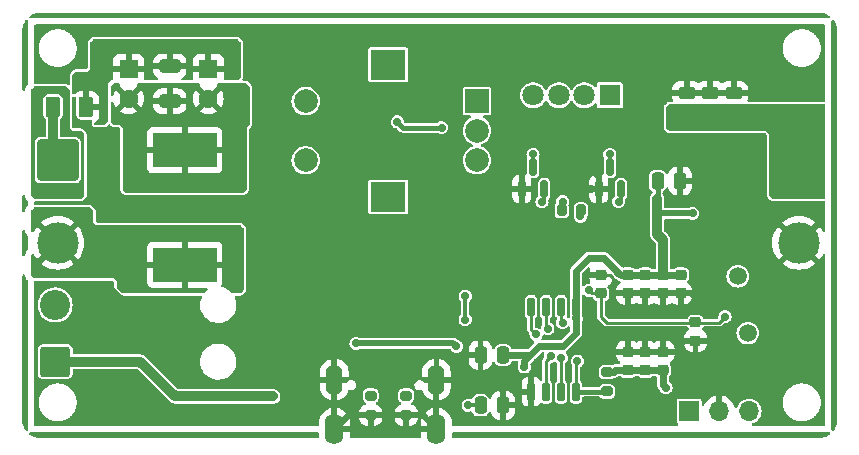
<source format=gbr>
%TF.GenerationSoftware,KiCad,Pcbnew,7.0.10-7.0.10~ubuntu22.04.1*%
%TF.CreationDate,2024-06-22T11:50:54+05:30*%
%TF.ProjectId,Light-CC,4c696768-742d-4434-932e-6b696361645f,rev?*%
%TF.SameCoordinates,PX4c4b400PY7270e00*%
%TF.FileFunction,Copper,L2,Bot*%
%TF.FilePolarity,Positive*%
%FSLAX46Y46*%
G04 Gerber Fmt 4.6, Leading zero omitted, Abs format (unit mm)*
G04 Created by KiCad (PCBNEW 7.0.10-7.0.10~ubuntu22.04.1) date 2024-06-22 11:50:54*
%MOMM*%
%LPD*%
G01*
G04 APERTURE LIST*
G04 Aperture macros list*
%AMRoundRect*
0 Rectangle with rounded corners*
0 $1 Rounding radius*
0 $2 $3 $4 $5 $6 $7 $8 $9 X,Y pos of 4 corners*
0 Add a 4 corners polygon primitive as box body*
4,1,4,$2,$3,$4,$5,$6,$7,$8,$9,$2,$3,0*
0 Add four circle primitives for the rounded corners*
1,1,$1+$1,$2,$3*
1,1,$1+$1,$4,$5*
1,1,$1+$1,$6,$7*
1,1,$1+$1,$8,$9*
0 Add four rect primitives between the rounded corners*
20,1,$1+$1,$2,$3,$4,$5,0*
20,1,$1+$1,$4,$5,$6,$7,0*
20,1,$1+$1,$6,$7,$8,$9,0*
20,1,$1+$1,$8,$9,$2,$3,0*%
G04 Aperture macros list end*
%TA.AperFunction,ComponentPad*%
%ADD10R,1.600000X1.600000*%
%TD*%
%TA.AperFunction,ComponentPad*%
%ADD11C,1.600000*%
%TD*%
%TA.AperFunction,ComponentPad*%
%ADD12R,1.700000X1.700000*%
%TD*%
%TA.AperFunction,ComponentPad*%
%ADD13O,1.700000X1.700000*%
%TD*%
%TA.AperFunction,ComponentPad*%
%ADD14O,1.400000X2.600000*%
%TD*%
%TA.AperFunction,ComponentPad*%
%ADD15O,1.600000X2.600000*%
%TD*%
%TA.AperFunction,ComponentPad*%
%ADD16RoundRect,0.250002X-1.499998X1.499998X-1.499998X-1.499998X1.499998X-1.499998X1.499998X1.499998X0*%
%TD*%
%TA.AperFunction,ComponentPad*%
%ADD17C,3.500000*%
%TD*%
%TA.AperFunction,ComponentPad*%
%ADD18RoundRect,0.249999X1.025001X-1.025001X1.025001X1.025001X-1.025001X1.025001X-1.025001X-1.025001X0*%
%TD*%
%TA.AperFunction,ComponentPad*%
%ADD19C,2.550000*%
%TD*%
%TA.AperFunction,SMDPad,CuDef*%
%ADD20RoundRect,0.225000X0.250000X-0.225000X0.250000X0.225000X-0.250000X0.225000X-0.250000X-0.225000X0*%
%TD*%
%TA.AperFunction,SMDPad,CuDef*%
%ADD21RoundRect,0.150000X0.150000X-0.650000X0.150000X0.650000X-0.150000X0.650000X-0.150000X-0.650000X0*%
%TD*%
%TA.AperFunction,SMDPad,CuDef*%
%ADD22RoundRect,0.250000X0.475000X-0.250000X0.475000X0.250000X-0.475000X0.250000X-0.475000X-0.250000X0*%
%TD*%
%TA.AperFunction,SMDPad,CuDef*%
%ADD23RoundRect,0.250000X0.250000X0.475000X-0.250000X0.475000X-0.250000X-0.475000X0.250000X-0.475000X0*%
%TD*%
%TA.AperFunction,SMDPad,CuDef*%
%ADD24RoundRect,0.250000X0.375000X0.625000X-0.375000X0.625000X-0.375000X-0.625000X0.375000X-0.625000X0*%
%TD*%
%TA.AperFunction,SMDPad,CuDef*%
%ADD25RoundRect,0.225000X-0.250000X0.225000X-0.250000X-0.225000X0.250000X-0.225000X0.250000X0.225000X0*%
%TD*%
%TA.AperFunction,SMDPad,CuDef*%
%ADD26RoundRect,0.150000X0.150000X-0.587500X0.150000X0.587500X-0.150000X0.587500X-0.150000X-0.587500X0*%
%TD*%
%TA.AperFunction,SMDPad,CuDef*%
%ADD27RoundRect,0.250000X-0.250000X-0.475000X0.250000X-0.475000X0.250000X0.475000X-0.250000X0.475000X0*%
%TD*%
%TA.AperFunction,SMDPad,CuDef*%
%ADD28RoundRect,0.250000X-0.650000X0.325000X-0.650000X-0.325000X0.650000X-0.325000X0.650000X0.325000X0*%
%TD*%
%TA.AperFunction,ComponentPad*%
%ADD29R,2.000000X2.000000*%
%TD*%
%TA.AperFunction,ComponentPad*%
%ADD30C,2.000000*%
%TD*%
%TA.AperFunction,ComponentPad*%
%ADD31R,3.000000X2.500000*%
%TD*%
%TA.AperFunction,SMDPad,CuDef*%
%ADD32RoundRect,0.200000X-0.275000X0.200000X-0.275000X-0.200000X0.275000X-0.200000X0.275000X0.200000X0*%
%TD*%
%TA.AperFunction,SMDPad,CuDef*%
%ADD33RoundRect,0.200000X0.275000X-0.200000X0.275000X0.200000X-0.275000X0.200000X-0.275000X-0.200000X0*%
%TD*%
%TA.AperFunction,ComponentPad*%
%ADD34R,1.800000X1.800000*%
%TD*%
%TA.AperFunction,ComponentPad*%
%ADD35C,1.800000*%
%TD*%
%TA.AperFunction,SMDPad,CuDef*%
%ADD36R,5.400000X2.900000*%
%TD*%
%TA.AperFunction,ComponentPad*%
%ADD37C,1.500000*%
%TD*%
%TA.AperFunction,SMDPad,CuDef*%
%ADD38RoundRect,0.200000X0.200000X0.275000X-0.200000X0.275000X-0.200000X-0.275000X0.200000X-0.275000X0*%
%TD*%
%TA.AperFunction,ViaPad*%
%ADD39C,0.706400*%
%TD*%
%TA.AperFunction,ViaPad*%
%ADD40C,0.800000*%
%TD*%
%TA.AperFunction,Conductor*%
%ADD41C,0.304800*%
%TD*%
%TA.AperFunction,Conductor*%
%ADD42C,0.254000*%
%TD*%
%TA.AperFunction,Conductor*%
%ADD43C,0.508000*%
%TD*%
%TA.AperFunction,Conductor*%
%ADD44C,0.609600*%
%TD*%
%TA.AperFunction,Conductor*%
%ADD45C,0.406400*%
%TD*%
%TA.AperFunction,Conductor*%
%ADD46C,0.812800*%
%TD*%
G04 APERTURE END LIST*
D10*
%TO.P,C8,1*%
%TO.N,+12V*%
X9000000Y31205112D03*
D11*
%TO.P,C8,2*%
%TO.N,Net-(D2-A)*%
X9000000Y28705112D03*
%TD*%
D12*
%TO.P,J4,1,Pin_1*%
%TO.N,/MCU/SWCLK*%
X56460000Y2250000D03*
D13*
%TO.P,J4,2,Pin_2*%
%TO.N,GND*%
X59000000Y2250000D03*
%TO.P,J4,3,Pin_3*%
%TO.N,/MCU/SWD*%
X61540000Y2250000D03*
%TD*%
D14*
%TO.P,J5,S1,SHIELD*%
%TO.N,GND*%
X26430000Y4930000D03*
D15*
X26430000Y760000D03*
D14*
X35070000Y4930000D03*
D15*
X35070000Y760000D03*
%TD*%
D10*
%TO.P,C7,1*%
%TO.N,+12V*%
X15750000Y31205112D03*
D11*
%TO.P,C7,2*%
%TO.N,Net-(D2-A)*%
X15750000Y28705112D03*
%TD*%
D16*
%TO.P,J3,1,Pin_1*%
%TO.N,Net-(J3-Pin_1)*%
X3000000Y23500000D03*
D17*
%TO.P,J3,2,Pin_2*%
%TO.N,Net-(J3-Pin_2)*%
X3000000Y16500000D03*
%TD*%
D16*
%TO.P,J1,1,Pin_1*%
%TO.N,+12V*%
X65750000Y23500000D03*
D17*
%TO.P,J1,2,Pin_2*%
%TO.N,GND*%
X65750000Y16500000D03*
%TD*%
D18*
%TO.P,J2,1,Pin_1*%
%TO.N,+3V3*%
X2790000Y6450000D03*
D19*
%TO.P,J2,2,Pin_2*%
%TO.N,Net-(D1-A)*%
X2790000Y11250000D03*
%TD*%
D20*
%TO.P,C19,1*%
%TO.N,+3V3*%
X51250000Y5725000D03*
%TO.P,C19,2*%
%TO.N,GND*%
X51250000Y7275000D03*
%TD*%
D21*
%TO.P,U2,1,~{CS}*%
%TO.N,/MCU/SS*%
X46905000Y3900000D03*
%TO.P,U2,2,DO(IO1)*%
%TO.N,/MCU/SD1*%
X45635000Y3900000D03*
%TO.P,U2,3,IO2*%
%TO.N,/MCU/SD2*%
X44365000Y3900000D03*
%TO.P,U2,4,GND*%
%TO.N,GND*%
X43095000Y3900000D03*
%TO.P,U2,5,DI(IO0)*%
%TO.N,/MCU/SD0*%
X43095000Y11100000D03*
%TO.P,U2,6,CLK*%
%TO.N,/MCU/SCLK*%
X44365000Y11100000D03*
%TO.P,U2,7,IO3*%
%TO.N,/MCU/SD3*%
X45635000Y11100000D03*
%TO.P,U2,8,VCC*%
%TO.N,+3V3*%
X46905000Y11100000D03*
%TD*%
D22*
%TO.P,C2,1*%
%TO.N,+12V*%
X58250000Y27300000D03*
%TO.P,C2,2*%
%TO.N,GND*%
X58250000Y29200000D03*
%TD*%
D23*
%TO.P,C20,1*%
%TO.N,+3V3*%
X40700000Y7000000D03*
%TO.P,C20,2*%
%TO.N,GND*%
X38800000Y7000000D03*
%TD*%
D24*
%TO.P,F1,1*%
%TO.N,+12V*%
X5400000Y28000000D03*
%TO.P,F1,2*%
%TO.N,Net-(J3-Pin_1)*%
X2600000Y28000000D03*
%TD*%
D25*
%TO.P,C10,1*%
%TO.N,+3V3*%
X51250000Y13775000D03*
%TO.P,C10,2*%
%TO.N,GND*%
X51250000Y12225000D03*
%TD*%
%TO.P,C18,1*%
%TO.N,+3V3*%
X55750000Y13775000D03*
%TO.P,C18,2*%
%TO.N,GND*%
X55750000Y12225000D03*
%TD*%
D26*
%TO.P,Q4,1,B*%
%TO.N,Net-(Q4-B)*%
X50700000Y21062500D03*
%TO.P,Q4,2,E*%
%TO.N,GND*%
X48800000Y21062500D03*
%TO.P,Q4,3,C*%
%TO.N,Net-(Q4-C)*%
X49750000Y22937500D03*
%TD*%
D25*
%TO.P,C14,1*%
%TO.N,Net-(U3-VREG_VOUT)*%
X57000000Y9775000D03*
%TO.P,C14,2*%
%TO.N,GND*%
X57000000Y8225000D03*
%TD*%
D27*
%TO.P,C3,1*%
%TO.N,+3V3*%
X53800000Y21750000D03*
%TO.P,C3,2*%
%TO.N,GND*%
X55700000Y21750000D03*
%TD*%
D28*
%TO.P,C9,1*%
%TO.N,+12V*%
X12500000Y31450000D03*
%TO.P,C9,2*%
%TO.N,Net-(D2-A)*%
X12500000Y28500000D03*
%TD*%
D25*
%TO.P,C16,1*%
%TO.N,+3V3*%
X52750000Y13775000D03*
%TO.P,C16,2*%
%TO.N,GND*%
X52750000Y12225000D03*
%TD*%
%TO.P,C17,1*%
%TO.N,+3V3*%
X54250000Y13775000D03*
%TO.P,C17,2*%
%TO.N,GND*%
X54250000Y12225000D03*
%TD*%
D22*
%TO.P,C1,1*%
%TO.N,+12V*%
X60250000Y27300000D03*
%TO.P,C1,2*%
%TO.N,GND*%
X60250000Y29200000D03*
%TD*%
D29*
%TO.P,SW1,A,A*%
%TO.N,Net-(R14-Pad2)*%
X38500000Y28500000D03*
D30*
%TO.P,SW1,B,B*%
%TO.N,Net-(R16-Pad1)*%
X38500000Y23500000D03*
%TO.P,SW1,C,C*%
%TO.N,+3V3*%
X38500000Y26000000D03*
D31*
%TO.P,SW1,MP*%
%TO.N,N/C*%
X31000000Y20400000D03*
X31000000Y31600000D03*
D30*
%TO.P,SW1,S1,S1*%
%TO.N,+3V3*%
X24000000Y28500000D03*
%TO.P,SW1,S2,S2*%
%TO.N,Net-(R18-Pad1)*%
X24000000Y23500000D03*
%TD*%
D32*
%TO.P,R6,1*%
%TO.N,Net-(J5-CC1)*%
X29500000Y3575000D03*
%TO.P,R6,2*%
%TO.N,GND*%
X29500000Y1925000D03*
%TD*%
D20*
%TO.P,C13,1*%
%TO.N,Net-(U3-VREG_VOUT)*%
X49000000Y12225000D03*
%TO.P,C13,2*%
%TO.N,GND*%
X49000000Y13775000D03*
%TD*%
D33*
%TO.P,R4,1*%
%TO.N,/MCU/SS*%
X49500000Y3925000D03*
%TO.P,R4,2*%
%TO.N,+3V3*%
X49500000Y5575000D03*
%TD*%
D34*
%TO.P,D3,1,RK*%
%TO.N,/MCU/R1*%
X49740000Y29000000D03*
D35*
%TO.P,D3,2,A*%
%TO.N,+3V3*%
X47581000Y29000000D03*
%TO.P,D3,3,GK*%
%TO.N,/MCU/G1*%
X45422000Y29000000D03*
%TO.P,D3,4,BK*%
%TO.N,/MCU/B1*%
X43263000Y29000000D03*
%TD*%
D36*
%TO.P,L1,1,1*%
%TO.N,Net-(D2-A)*%
X13750000Y24350000D03*
%TO.P,L1,2,2*%
%TO.N,Net-(J3-Pin_2)*%
X13750000Y14650000D03*
%TD*%
D27*
%TO.P,C15,1*%
%TO.N,+5V*%
X38800000Y2750000D03*
%TO.P,C15,2*%
%TO.N,GND*%
X40700000Y2750000D03*
%TD*%
D37*
%TO.P,Y1,1,1*%
%TO.N,Net-(U3-XOUT)*%
X60574562Y13662779D03*
%TO.P,Y1,2,2*%
%TO.N,Net-(U3-XIN)*%
X61421965Y8856917D03*
%TD*%
D20*
%TO.P,C22,1*%
%TO.N,+3V3*%
X54250000Y5725000D03*
%TO.P,C22,2*%
%TO.N,GND*%
X54250000Y7275000D03*
%TD*%
D38*
%TO.P,R11,1*%
%TO.N,/MCU/LED2*%
X47325000Y19250000D03*
%TO.P,R11,2*%
%TO.N,Net-(Q5-B)*%
X45675000Y19250000D03*
%TD*%
D32*
%TO.P,R7,1*%
%TO.N,Net-(J5-CC2)*%
X32500000Y3575000D03*
%TO.P,R7,2*%
%TO.N,GND*%
X32500000Y1925000D03*
%TD*%
D26*
%TO.P,Q6,1,B*%
%TO.N,Net-(Q6-B)*%
X44200000Y21062500D03*
%TO.P,Q6,2,E*%
%TO.N,GND*%
X42300000Y21062500D03*
%TO.P,Q6,3,C*%
%TO.N,Net-(Q6-C)*%
X43250000Y22937500D03*
%TD*%
D22*
%TO.P,C4,1*%
%TO.N,+12V*%
X56250000Y27300000D03*
%TO.P,C4,2*%
%TO.N,GND*%
X56250000Y29200000D03*
%TD*%
D20*
%TO.P,C21,1*%
%TO.N,+3V3*%
X52750000Y5725000D03*
%TO.P,C21,2*%
%TO.N,GND*%
X52750000Y7275000D03*
%TD*%
D39*
%TO.N,GND*%
X27500000Y30000000D03*
X13250000Y10750000D03*
X52500000Y10750000D03*
X53500000Y8750000D03*
X66000000Y5750000D03*
X10000000Y2500000D03*
X40000000Y31250000D03*
X54500000Y8750000D03*
X22500000Y6500000D03*
X52500000Y8750000D03*
X27500000Y32250000D03*
X28750000Y12000000D03*
X40000000Y21500000D03*
X35000000Y12500000D03*
X61500000Y19250000D03*
X48187500Y21062500D03*
X53500000Y10750000D03*
X66000000Y10000000D03*
D40*
X19000000Y11250000D03*
X34500000Y25000000D03*
D39*
X66500000Y12500000D03*
X30000000Y26750000D03*
X54500000Y10750000D03*
X7500000Y2500000D03*
X63000000Y13000000D03*
X43747079Y1473715D03*
X27500000Y26750000D03*
X59725000Y8225000D03*
X21000000Y11500000D03*
X10000000Y10750000D03*
X40000000Y13500000D03*
X40000000Y20000000D03*
X22750000Y18750000D03*
X62500000Y31000000D03*
X39750000Y5000000D03*
X62750000Y6250000D03*
X34250000Y10000000D03*
X22500000Y1750000D03*
X45000000Y13500000D03*
%TO.N,+3V3*%
X31750000Y26750000D03*
X35500000Y26250000D03*
X54303200Y16000000D03*
X21250000Y3500000D03*
X42500000Y6000000D03*
D40*
X53750000Y20250000D03*
D39*
X54500000Y4250000D03*
X50480975Y13980975D03*
X56750000Y19000000D03*
X46905000Y10100000D03*
%TO.N,Net-(U3-VREG_VOUT)*%
X48000000Y12500000D03*
X59500000Y10250000D03*
%TO.N,+5V*%
X28250000Y8000000D03*
X36750000Y7750000D03*
X37750000Y2750000D03*
%TO.N,Net-(J5-CC1)*%
X29500000Y3575000D03*
%TO.N,Net-(J5-CC2)*%
X32500000Y3575000D03*
%TO.N,/MCU/SS*%
X49500000Y3925000D03*
X47000000Y6500000D03*
%TO.N,/MCU/MCU_BOOT*%
X37500000Y10000000D03*
X37500000Y12000000D03*
%TO.N,Net-(Q4-B)*%
X50500000Y20000000D03*
%TO.N,/MCU/LED2*%
X47250000Y18750000D03*
%TO.N,/MCU/SD1*%
X45635000Y6750000D03*
%TO.N,/MCU/SD2*%
X44740044Y6892000D03*
%TO.N,/MCU/SD0*%
X43500000Y8750000D03*
%TO.N,/MCU/SCLK*%
X44500000Y9250000D03*
%TO.N,/MCU/SD3*%
X45750000Y9750000D03*
%TO.N,Net-(Q4-C)*%
X49750000Y24000000D03*
%TO.N,Net-(Q5-B)*%
X45750000Y20000000D03*
%TO.N,Net-(Q6-B)*%
X44000000Y20000000D03*
%TO.N,Net-(Q6-C)*%
X43250000Y24000000D03*
%TO.N,+12V*%
X62000000Y27300000D03*
%TD*%
D41*
%TO.N,GND*%
X51250000Y12225000D02*
X52750000Y12225000D01*
X48800000Y21950000D02*
X48250000Y22500000D01*
X60250000Y11250000D02*
X60250000Y8750000D01*
X55750000Y12225000D02*
X56525000Y12225000D01*
D42*
X49725000Y13775000D02*
X50000000Y13500000D01*
D43*
X29500000Y1925000D02*
X32500000Y1925000D01*
X35070000Y4930000D02*
X35070000Y760000D01*
D41*
X56525000Y12225000D02*
X57500000Y11250000D01*
X63000000Y11750000D02*
X63000000Y13000000D01*
X55275000Y7275000D02*
X54250000Y7275000D01*
X52750000Y12225000D02*
X54250000Y12225000D01*
X48250000Y24500000D02*
X47750000Y25000000D01*
X56225000Y8225000D02*
X55275000Y7275000D01*
X40700000Y2750000D02*
X40700000Y3800000D01*
D43*
X27675000Y1925000D02*
X29500000Y1925000D01*
D41*
X38800000Y5200000D02*
X39000000Y5000000D01*
X62500000Y11250000D02*
X63000000Y11750000D01*
X54250000Y7275000D02*
X52750000Y7275000D01*
D42*
X50000000Y12500000D02*
X50275000Y12225000D01*
X50000000Y13500000D02*
X50000000Y12500000D01*
D41*
X38800000Y7000000D02*
X38800000Y5200000D01*
D43*
X26510000Y760000D02*
X27675000Y1925000D01*
D41*
X52750000Y7275000D02*
X51250000Y7275000D01*
X57500000Y11250000D02*
X60250000Y11250000D01*
X48250000Y22500000D02*
X48250000Y24500000D01*
D43*
X26430000Y760000D02*
X26510000Y760000D01*
D41*
X39000000Y5000000D02*
X39750000Y5000000D01*
D43*
X32500000Y1925000D02*
X33905000Y1925000D01*
D41*
X59725000Y8225000D02*
X57000000Y8225000D01*
X54250000Y12225000D02*
X55750000Y12225000D01*
X43000000Y25000000D02*
X42300000Y24300000D01*
X57000000Y8225000D02*
X56225000Y8225000D01*
X60250000Y8750000D02*
X59725000Y8225000D01*
D43*
X33905000Y1925000D02*
X35070000Y760000D01*
D41*
X48800000Y21062500D02*
X48800000Y21950000D01*
X42300000Y24300000D02*
X42300000Y21062500D01*
X48187500Y21062500D02*
X48800000Y21062500D01*
D42*
X50275000Y12225000D02*
X51250000Y12225000D01*
D41*
X60250000Y11250000D02*
X62500000Y11250000D01*
X39750000Y4750000D02*
X39750000Y5000000D01*
D42*
X49000000Y13775000D02*
X49725000Y13775000D01*
D41*
X40700000Y3800000D02*
X39750000Y4750000D01*
D43*
X26430000Y4930000D02*
X26430000Y760000D01*
D41*
X47750000Y25000000D02*
X43000000Y25000000D01*
D44*
%TO.N,+3V3*%
X54250000Y13775000D02*
X52750000Y13775000D01*
X52750000Y5725000D02*
X54250000Y5725000D01*
D45*
X35500000Y26250000D02*
X32250000Y26250000D01*
D44*
X49500000Y5575000D02*
X50075000Y5575000D01*
X43250000Y7250000D02*
X42500000Y6500000D01*
X43750000Y7750000D02*
X43250000Y7250000D01*
X46905000Y11100000D02*
X46905000Y8905000D01*
D46*
X53750000Y20250000D02*
X53750000Y19000000D01*
D44*
X52750000Y13775000D02*
X51250000Y13775000D01*
D45*
X53800000Y20300000D02*
X53750000Y20250000D01*
D44*
X43000000Y7000000D02*
X43250000Y7250000D01*
D46*
X53750000Y19000000D02*
X53750000Y17250000D01*
X21250000Y3500000D02*
X12950000Y3500000D01*
D42*
X46905000Y10100000D02*
X46905000Y11100000D01*
D44*
X50686950Y13775000D02*
X51250000Y13775000D01*
X40700000Y7000000D02*
X43000000Y7000000D01*
D43*
X56750000Y19000000D02*
X53750000Y19000000D01*
D46*
X54250000Y16750000D02*
X54250000Y13775000D01*
D44*
X54250000Y4500000D02*
X54500000Y4250000D01*
X46905000Y8905000D02*
X45750000Y7750000D01*
D41*
X51100000Y5575000D02*
X51250000Y5725000D01*
D44*
X55750000Y13775000D02*
X54250000Y13775000D01*
X50480975Y13980975D02*
X50686950Y13775000D01*
D45*
X53800000Y21750000D02*
X53800000Y20300000D01*
D44*
X42500000Y6500000D02*
X42500000Y6000000D01*
X46905000Y14155000D02*
X46905000Y11100000D01*
X49211950Y15250000D02*
X48000000Y15250000D01*
X50225000Y5725000D02*
X52750000Y5725000D01*
D45*
X32250000Y26250000D02*
X31750000Y26750000D01*
D44*
X50480975Y13980975D02*
X49211950Y15250000D01*
D46*
X53750000Y17250000D02*
X54250000Y16750000D01*
D44*
X48000000Y15250000D02*
X46905000Y14155000D01*
D46*
X12950000Y3500000D02*
X10000000Y6450000D01*
D44*
X54250000Y5725000D02*
X54250000Y4500000D01*
D46*
X10000000Y6450000D02*
X2790000Y6450000D01*
D44*
X45750000Y7750000D02*
X43750000Y7750000D01*
X50075000Y5575000D02*
X50225000Y5725000D01*
D42*
%TO.N,Net-(U3-VREG_VOUT)*%
X49000000Y12225000D02*
X49000000Y10250000D01*
X48000000Y12500000D02*
X48275000Y12225000D01*
X49000000Y10250000D02*
X49500000Y9750000D01*
X48275000Y12225000D02*
X49000000Y12225000D01*
X49500000Y9750000D02*
X59000000Y9750000D01*
X59000000Y9750000D02*
X59500000Y10250000D01*
D43*
%TO.N,+5V*%
X36750000Y7750000D02*
X36500000Y8000000D01*
D41*
X38800000Y2750000D02*
X37750000Y2750000D01*
D43*
X36500000Y8000000D02*
X28250000Y8000000D01*
D46*
%TO.N,Net-(J3-Pin_1)*%
X2600000Y23900000D02*
X3000000Y23500000D01*
X2600000Y28000000D02*
X2600000Y23900000D01*
D42*
%TO.N,/MCU/SS*%
X46905000Y6405000D02*
X47000000Y6500000D01*
D45*
X46905000Y3900000D02*
X49475000Y3900000D01*
X49475000Y3900000D02*
X49500000Y3925000D01*
D42*
X46905000Y3900000D02*
X46905000Y6405000D01*
D41*
%TO.N,/MCU/MCU_BOOT*%
X37500000Y10000000D02*
X37500000Y12000000D01*
%TO.N,Net-(Q4-B)*%
X50700000Y20200000D02*
X50700000Y21062500D01*
X50500000Y20000000D02*
X50700000Y20200000D01*
%TO.N,/MCU/LED2*%
X47325000Y18825000D02*
X47250000Y18750000D01*
X47325000Y19250000D02*
X47325000Y18825000D01*
D42*
%TO.N,/MCU/SD1*%
X45635000Y6750000D02*
X45635000Y3900000D01*
%TO.N,/MCU/SD2*%
X44365000Y6516956D02*
X44365000Y3900000D01*
X44740044Y6892000D02*
X44365000Y6516956D01*
%TO.N,/MCU/SD0*%
X43500000Y8750000D02*
X43095000Y9155000D01*
X43095000Y9155000D02*
X43095000Y11100000D01*
%TO.N,/MCU/SCLK*%
X44500000Y9250000D02*
X44365000Y9385000D01*
X44365000Y9385000D02*
X44365000Y11100000D01*
%TO.N,/MCU/SD3*%
X45635000Y9865000D02*
X45635000Y11100000D01*
X45750000Y9750000D02*
X45635000Y9865000D01*
D41*
%TO.N,Net-(Q4-C)*%
X49750000Y22937500D02*
X49750000Y24000000D01*
%TO.N,Net-(Q5-B)*%
X45675000Y19925000D02*
X45675000Y19250000D01*
X45750000Y20000000D02*
X45675000Y19925000D01*
%TO.N,Net-(Q6-B)*%
X44200000Y21062500D02*
X44200000Y20200000D01*
X44200000Y20200000D02*
X44000000Y20000000D01*
%TO.N,Net-(Q6-C)*%
X43250000Y24000000D02*
X43250000Y22937500D01*
%TD*%
%TA.AperFunction,NonConductor*%
G36*
X68705203Y35381114D02*
G01*
X68723264Y35361714D01*
X68728710Y35354440D01*
X68733566Y35347953D01*
X68740024Y35338435D01*
X68796100Y35246928D01*
X68799206Y35241564D01*
X68846602Y35154763D01*
X68852330Y35142791D01*
X68875679Y35086422D01*
X68894181Y35041755D01*
X68895790Y35037665D01*
X68929627Y34946944D01*
X68934019Y34932558D01*
X68960793Y34821036D01*
X68961385Y34818447D01*
X68980828Y34729067D01*
X68983280Y34712438D01*
X68994485Y34570066D01*
X68994551Y34569185D01*
X68999184Y34504421D01*
X68999500Y34495573D01*
X68999500Y1504428D01*
X68999184Y1495580D01*
X68994551Y1430817D01*
X68994485Y1429936D01*
X68983280Y1287562D01*
X68980828Y1270933D01*
X68961390Y1181577D01*
X68960798Y1178988D01*
X68934019Y1067444D01*
X68929627Y1053058D01*
X68895790Y962337D01*
X68894169Y958216D01*
X68852330Y857211D01*
X68846602Y845239D01*
X68799206Y758438D01*
X68796100Y753074D01*
X68740024Y661567D01*
X68733566Y652049D01*
X68723269Y638293D01*
X68667337Y596420D01*
X68597645Y591434D01*
X68536321Y624917D01*
X68502835Y686239D01*
X68500000Y712601D01*
X68500000Y20326878D01*
X68501262Y20344525D01*
X68505500Y20374000D01*
X68505500Y28126000D01*
X68500710Y28170554D01*
X68500000Y28183807D01*
X68500000Y35287401D01*
X68519685Y35354440D01*
X68572489Y35400195D01*
X68641647Y35410139D01*
X68705203Y35381114D01*
G37*
%TD.AperFunction*%
%TA.AperFunction,NonConductor*%
G36*
X463684Y35375081D02*
G01*
X497167Y35313756D01*
X500000Y35287402D01*
X500000Y30016246D01*
X480315Y29949207D01*
X463681Y29928565D01*
X428892Y29893777D01*
X428855Y29893738D01*
X392728Y29853520D01*
X392718Y29853508D01*
X376076Y29832857D01*
X344433Y29788975D01*
X284663Y29658101D01*
X264976Y29591056D01*
X247238Y29467680D01*
X218213Y29404125D01*
X159435Y29366350D01*
X89566Y29366350D01*
X30787Y29404124D01*
X1762Y29467680D01*
X500Y29485327D01*
X500Y34495574D01*
X816Y34504418D01*
X859Y34505032D01*
X5490Y34569773D01*
X16719Y34712445D01*
X19170Y34729065D01*
X38631Y34818529D01*
X39181Y34820935D01*
X65984Y34932576D01*
X70365Y34946926D01*
X104251Y35037776D01*
X105778Y35041659D01*
X147676Y35142810D01*
X153387Y35154745D01*
X200826Y35241624D01*
X203871Y35246882D01*
X259989Y35338458D01*
X266417Y35347932D01*
X276737Y35361718D01*
X332670Y35403585D01*
X402362Y35408567D01*
X463684Y35375081D01*
G37*
%TD.AperFunction*%
%TA.AperFunction,NonConductor*%
G36*
X205703Y20574129D02*
G01*
X243477Y20515351D01*
X247789Y20493672D01*
X250229Y20470978D01*
X250232Y20470951D01*
X258885Y20417555D01*
X258885Y20417553D01*
X262097Y20408942D01*
X309168Y20282743D01*
X342653Y20221420D01*
X428877Y20106239D01*
X428880Y20106236D01*
X428885Y20106230D01*
X463680Y20071436D01*
X497166Y20010114D01*
X500000Y19983754D01*
X500000Y19766246D01*
X480315Y19699207D01*
X463681Y19678565D01*
X428892Y19643777D01*
X428855Y19643738D01*
X392728Y19603520D01*
X392718Y19603508D01*
X376076Y19582857D01*
X344433Y19538975D01*
X284663Y19408101D01*
X264976Y19341056D01*
X247238Y19217680D01*
X218213Y19154125D01*
X159435Y19116350D01*
X89566Y19116350D01*
X30787Y19154124D01*
X1762Y19217680D01*
X500Y19235327D01*
X500Y20480416D01*
X20185Y20547455D01*
X72989Y20593210D01*
X142147Y20603154D01*
X205703Y20574129D01*
G37*
%TD.AperFunction*%
%TA.AperFunction,NonConductor*%
G36*
X205703Y17603962D02*
G01*
X243477Y17545184D01*
X247883Y17522593D01*
X249118Y17510249D01*
X254508Y17456339D01*
X264229Y17408217D01*
X264232Y17408205D01*
X293861Y17312081D01*
X368013Y17188780D01*
X368016Y17188776D01*
X368017Y17188775D01*
X412178Y17134636D01*
X459953Y17090685D01*
X495963Y17030810D01*
X500000Y16999428D01*
X500000Y16002424D01*
X480315Y15935385D01*
X457203Y15908711D01*
X438656Y15892641D01*
X344433Y15783903D01*
X344430Y15783899D01*
X284664Y15653033D01*
X264976Y15585985D01*
X247238Y15462609D01*
X218213Y15399054D01*
X159435Y15361279D01*
X89566Y15361279D01*
X30787Y15399053D01*
X1762Y15462609D01*
X500Y15480256D01*
X500Y17510249D01*
X20185Y17577288D01*
X72989Y17623043D01*
X142147Y17632987D01*
X205703Y17603962D01*
G37*
%TD.AperFunction*%
%TA.AperFunction,NonConductor*%
G36*
X205703Y13824129D02*
G01*
X243477Y13765351D01*
X247789Y13743672D01*
X250229Y13720978D01*
X250232Y13720951D01*
X258885Y13667555D01*
X258885Y13667553D01*
X309166Y13532748D01*
X309168Y13532743D01*
X342653Y13471420D01*
X428877Y13356239D01*
X428880Y13356236D01*
X428885Y13356230D01*
X463680Y13321436D01*
X497166Y13260114D01*
X500000Y13233754D01*
X500000Y712600D01*
X480315Y645561D01*
X427511Y599806D01*
X358353Y589862D01*
X294797Y618887D01*
X276735Y638287D01*
X272894Y643418D01*
X266432Y652050D01*
X259974Y661567D01*
X203898Y753074D01*
X200807Y758412D01*
X153394Y845242D01*
X147668Y857211D01*
X105794Y958304D01*
X104236Y962265D01*
X70365Y1053075D01*
X65983Y1067430D01*
X39192Y1179021D01*
X38625Y1181500D01*
X19168Y1270946D01*
X16719Y1287551D01*
X5488Y1430260D01*
X5487Y1430266D01*
X816Y1495583D01*
X500Y1504427D01*
X500Y13730416D01*
X20185Y13797455D01*
X72989Y13843210D01*
X142147Y13853154D01*
X205703Y13824129D01*
G37*
%TD.AperFunction*%
%TA.AperFunction,NonConductor*%
G36*
X68354438Y480315D02*
G01*
X68400193Y427511D01*
X68410137Y358353D01*
X68381112Y294797D01*
X68361707Y276731D01*
X68347951Y266434D01*
X68338433Y259976D01*
X68246926Y203900D01*
X68241562Y200794D01*
X68154761Y153398D01*
X68142789Y147670D01*
X68041784Y105831D01*
X68037663Y104210D01*
X67946942Y70373D01*
X67932556Y65981D01*
X67821012Y39202D01*
X67818423Y38610D01*
X67729067Y19172D01*
X67712438Y16720D01*
X67570064Y5515D01*
X67569183Y5449D01*
X67513010Y1431D01*
X67504416Y816D01*
X67495572Y500D01*
X36488087Y500D01*
X36421048Y20185D01*
X36375293Y72989D01*
X36364559Y135307D01*
X36366247Y154608D01*
X36370500Y203216D01*
X36370500Y376000D01*
X36390185Y443039D01*
X36442989Y488794D01*
X36494500Y500000D01*
X68287399Y500000D01*
X68354438Y480315D01*
G37*
%TD.AperFunction*%
%TA.AperFunction,Conductor*%
%TO.N,GND*%
G36*
X48005801Y14438687D02*
G01*
X48061735Y14396816D01*
X48086152Y14331351D01*
X48080174Y14283502D01*
X48035144Y14147609D01*
X48025000Y14048323D01*
X48025000Y14025000D01*
X49126000Y14025000D01*
X49193039Y14005315D01*
X49238794Y13952511D01*
X49250000Y13901000D01*
X49250000Y13649000D01*
X49230315Y13581961D01*
X49177511Y13536206D01*
X49126000Y13525000D01*
X48025001Y13525000D01*
X48025001Y13501678D01*
X48035144Y13402393D01*
X48088452Y13241519D01*
X48091507Y13234968D01*
X48089015Y13233807D01*
X48104109Y13178624D01*
X48083179Y13111963D01*
X48029532Y13067199D01*
X47996317Y13057994D01*
X47855455Y13039448D01*
X47855454Y13039448D01*
X47720759Y12983656D01*
X47609786Y12898503D01*
X47544617Y12873309D01*
X47476172Y12887348D01*
X47426182Y12936162D01*
X47410300Y12996879D01*
X47410300Y13894336D01*
X47429985Y13961375D01*
X47446619Y13982017D01*
X47659102Y14194500D01*
X47874790Y14410188D01*
X47936110Y14443671D01*
X48005801Y14438687D01*
G37*
%TD.AperFunction*%
%TA.AperFunction,Conductor*%
G36*
X67937539Y34974815D02*
G01*
X67983294Y34922011D01*
X67994500Y34870500D01*
X67994500Y28579500D01*
X67974815Y28512461D01*
X67922011Y28466706D01*
X67870500Y28455500D01*
X61522219Y28455500D01*
X61455180Y28475185D01*
X61409425Y28527989D01*
X61399481Y28597147D01*
X61407451Y28623902D01*
X61407086Y28624023D01*
X61464505Y28797303D01*
X61464506Y28797310D01*
X61474999Y28900014D01*
X61475000Y28900027D01*
X61475000Y28950000D01*
X55025001Y28950000D01*
X55025001Y28900014D01*
X55035494Y28797303D01*
X55092914Y28624023D01*
X55091436Y28623534D01*
X55100654Y28562817D01*
X55072129Y28499036D01*
X55013649Y28460801D01*
X54977781Y28455500D01*
X54801361Y28455500D01*
X54779381Y28454322D01*
X54753034Y28451489D01*
X54753032Y28451488D01*
X54676521Y28427530D01*
X54676516Y28427529D01*
X54623770Y28398727D01*
X54620935Y28397178D01*
X54615188Y28394040D01*
X54568384Y28359002D01*
X54568363Y28358984D01*
X54391013Y28181635D01*
X54391012Y28181634D01*
X54376325Y28165284D01*
X54376313Y28165270D01*
X54359672Y28144621D01*
X54322509Y28073576D01*
X54302826Y28006544D01*
X54302825Y28006536D01*
X54295480Y27955448D01*
X54294500Y27948635D01*
X54294500Y26301362D01*
X54295678Y26279382D01*
X54298511Y26253035D01*
X54298512Y26253033D01*
X54307232Y26225185D01*
X54322166Y26177491D01*
X54322470Y26176522D01*
X54322471Y26176517D01*
X54336872Y26150145D01*
X54355956Y26115195D01*
X54355958Y26115192D01*
X54355960Y26115189D01*
X54390998Y26068385D01*
X54391002Y26068381D01*
X54391009Y26068371D01*
X54391016Y26068364D01*
X54568365Y25891014D01*
X54568366Y25891013D01*
X54584716Y25876326D01*
X54584730Y25876314D01*
X54584738Y25876307D01*
X54585272Y25875877D01*
X54605379Y25859673D01*
X54676424Y25822510D01*
X54743456Y25802827D01*
X54743458Y25802827D01*
X54743464Y25802825D01*
X54801362Y25794500D01*
X62863518Y25794500D01*
X62930557Y25774815D01*
X62951199Y25758181D01*
X63008181Y25701199D01*
X63041666Y25639876D01*
X63044500Y25613518D01*
X63044500Y20551362D01*
X63045678Y20529382D01*
X63048511Y20503035D01*
X63048512Y20503033D01*
X63065586Y20448506D01*
X63071343Y20430119D01*
X63072470Y20426522D01*
X63072471Y20426517D01*
X63082346Y20408433D01*
X63105956Y20365195D01*
X63105958Y20365192D01*
X63105960Y20365189D01*
X63140998Y20318385D01*
X63141002Y20318381D01*
X63141009Y20318371D01*
X63141013Y20318367D01*
X63141016Y20318364D01*
X63318365Y20141014D01*
X63318366Y20141013D01*
X63334716Y20126326D01*
X63334730Y20126314D01*
X63334738Y20126307D01*
X63343136Y20119540D01*
X63355379Y20109673D01*
X63426424Y20072510D01*
X63493456Y20052827D01*
X63493458Y20052827D01*
X63493464Y20052825D01*
X63551362Y20044500D01*
X63551366Y20044500D01*
X67870500Y20044500D01*
X67937539Y20024815D01*
X67983294Y19972011D01*
X67994500Y19920500D01*
X67994500Y17567587D01*
X67974815Y17500548D01*
X67922011Y17454793D01*
X67852853Y17444849D01*
X67789297Y17473874D01*
X67759288Y17512743D01*
X67702741Y17627407D01*
X67702734Y17627420D01*
X67538876Y17872650D01*
X67509593Y17906042D01*
X66448528Y16844978D01*
X66359754Y16986262D01*
X66236262Y17109754D01*
X66094976Y17198530D01*
X67156040Y18259595D01*
X67122649Y18288877D01*
X66877419Y18452735D01*
X66877406Y18452742D01*
X66612888Y18583188D01*
X66333599Y18677995D01*
X66333584Y18677999D01*
X66044324Y18735536D01*
X66044312Y18735538D01*
X65750000Y18754828D01*
X65455687Y18735538D01*
X65455675Y18735536D01*
X65166415Y18677999D01*
X65166400Y18677995D01*
X64887111Y18583188D01*
X64622593Y18452742D01*
X64622580Y18452735D01*
X64377346Y18288874D01*
X64377339Y18288869D01*
X64343959Y18259597D01*
X64343959Y18259595D01*
X65405024Y17198530D01*
X65263738Y17109754D01*
X65140246Y16986262D01*
X65051470Y16844977D01*
X63990405Y17906041D01*
X63990403Y17906041D01*
X63961131Y17872661D01*
X63961126Y17872654D01*
X63797265Y17627420D01*
X63797258Y17627407D01*
X63666812Y17362889D01*
X63572005Y17083600D01*
X63572001Y17083585D01*
X63514464Y16794325D01*
X63514462Y16794313D01*
X63495172Y16500000D01*
X63514462Y16205688D01*
X63514464Y16205676D01*
X63572001Y15916416D01*
X63572005Y15916401D01*
X63666812Y15637112D01*
X63797258Y15372594D01*
X63797265Y15372581D01*
X63961123Y15127351D01*
X63990405Y15093960D01*
X65051470Y16155025D01*
X65140246Y16013738D01*
X65263738Y15890246D01*
X65405023Y15801471D01*
X64343958Y14740407D01*
X64377350Y14711124D01*
X64622580Y14547266D01*
X64622593Y14547259D01*
X64887111Y14416813D01*
X65166400Y14322006D01*
X65166415Y14322002D01*
X65455675Y14264465D01*
X65455687Y14264463D01*
X65750000Y14245173D01*
X66044312Y14264463D01*
X66044324Y14264465D01*
X66333584Y14322002D01*
X66333599Y14322006D01*
X66612888Y14416813D01*
X66877406Y14547259D01*
X66877419Y14547266D01*
X67122648Y14711123D01*
X67156039Y14740407D01*
X66094976Y15801471D01*
X66236262Y15890246D01*
X66359754Y16013738D01*
X66448529Y16155024D01*
X67509593Y15093961D01*
X67538877Y15127352D01*
X67702734Y15372581D01*
X67702741Y15372594D01*
X67759288Y15487258D01*
X67806593Y15538677D01*
X67874188Y15556359D01*
X67940613Y15534689D01*
X67984777Y15480548D01*
X67994500Y15432414D01*
X67994500Y1129500D01*
X67974815Y1062461D01*
X67922011Y1016706D01*
X67870500Y1005500D01*
X61892235Y1005500D01*
X61825196Y1025185D01*
X61779441Y1077989D01*
X61769497Y1147147D01*
X61798522Y1210703D01*
X61856238Y1248161D01*
X61943954Y1274768D01*
X62126450Y1372315D01*
X62286410Y1503590D01*
X62417685Y1663550D01*
X62515232Y1846046D01*
X62575300Y2044066D01*
X62595583Y2250000D01*
X62575300Y2455934D01*
X62515232Y2653954D01*
X62417685Y2836450D01*
X62342897Y2927580D01*
X62286410Y2996411D01*
X62282037Y3000000D01*
X64394551Y3000000D01*
X64395389Y2989354D01*
X64402084Y2904286D01*
X64402466Y2894557D01*
X64402466Y2874266D01*
X64405638Y2854238D01*
X64406783Y2844571D01*
X64409547Y2809457D01*
X64414317Y2748852D01*
X64414317Y2748849D01*
X64414318Y2748847D01*
X64436728Y2655500D01*
X64438627Y2645954D01*
X64441802Y2625910D01*
X64448072Y2606610D01*
X64450714Y2597244D01*
X64473127Y2503886D01*
X64509866Y2415191D01*
X64513234Y2406063D01*
X64518194Y2390801D01*
X64519507Y2386760D01*
X64519508Y2386757D01*
X64519509Y2386756D01*
X64528716Y2368685D01*
X64532790Y2359847D01*
X64569532Y2271143D01*
X64619702Y2189272D01*
X64624456Y2180784D01*
X64627404Y2175000D01*
X64633666Y2162710D01*
X64633667Y2162709D01*
X64645587Y2146302D01*
X64650993Y2138210D01*
X64675132Y2098821D01*
X64701164Y2056341D01*
X64701168Y2056337D01*
X64701171Y2056332D01*
X64763512Y1983340D01*
X64769539Y1975696D01*
X64781468Y1959277D01*
X64795813Y1944932D01*
X64802422Y1937783D01*
X64864776Y1864776D01*
X64937790Y1802416D01*
X64944924Y1795821D01*
X64959276Y1781469D01*
X64975694Y1769541D01*
X64983327Y1763524D01*
X65056341Y1701164D01*
X65056343Y1701163D01*
X65056344Y1701162D01*
X65056345Y1701161D01*
X65138202Y1650999D01*
X65146295Y1645592D01*
X65162710Y1633666D01*
X65180798Y1624450D01*
X65189260Y1619711D01*
X65271141Y1569534D01*
X65271146Y1569532D01*
X65359843Y1532792D01*
X65368684Y1528717D01*
X65386760Y1519507D01*
X65406066Y1513234D01*
X65415166Y1509878D01*
X65503889Y1473127D01*
X65597247Y1450714D01*
X65606610Y1448073D01*
X65625910Y1441802D01*
X65625914Y1441801D01*
X65636176Y1440176D01*
X65645954Y1438628D01*
X65655477Y1436735D01*
X65748852Y1414317D01*
X65844591Y1406783D01*
X65854196Y1405646D01*
X65874271Y1402466D01*
X65874275Y1402466D01*
X65894557Y1402466D01*
X65904284Y1402085D01*
X66000000Y1394551D01*
X66095715Y1402085D01*
X66105443Y1402466D01*
X66125725Y1402466D01*
X66125729Y1402466D01*
X66145803Y1405646D01*
X66155408Y1406783D01*
X66251148Y1414317D01*
X66344527Y1436736D01*
X66354040Y1438627D01*
X66374090Y1441802D01*
X66393400Y1448077D01*
X66402745Y1450713D01*
X66470118Y1466887D01*
X66496096Y1473123D01*
X66496100Y1473125D01*
X66496111Y1473127D01*
X66584855Y1509887D01*
X66593921Y1513230D01*
X66613240Y1519507D01*
X66631341Y1528730D01*
X66640123Y1532779D01*
X66728859Y1569534D01*
X66810744Y1619714D01*
X66819193Y1624446D01*
X66837290Y1633666D01*
X66853714Y1645599D01*
X66861780Y1650989D01*
X66943659Y1701164D01*
X67016688Y1763538D01*
X67024282Y1769524D01*
X67040724Y1781469D01*
X67055083Y1795829D01*
X67062194Y1802404D01*
X67135224Y1864776D01*
X67197596Y1937806D01*
X67204171Y1944917D01*
X67218531Y1959276D01*
X67230476Y1975718D01*
X67236462Y1983312D01*
X67298836Y2056341D01*
X67349011Y2138220D01*
X67354401Y2146286D01*
X67366334Y2162710D01*
X67375554Y2180807D01*
X67380296Y2189272D01*
X67430466Y2271141D01*
X67467221Y2359877D01*
X67471270Y2368659D01*
X67480493Y2386760D01*
X67486770Y2406079D01*
X67490113Y2415145D01*
X67526873Y2503889D01*
X67527315Y2505727D01*
X67539705Y2557339D01*
X67549287Y2597255D01*
X67551926Y2606608D01*
X67558197Y2625907D01*
X67558199Y2625916D01*
X67558482Y2627704D01*
X67561373Y2645960D01*
X67563264Y2655473D01*
X67585683Y2748852D01*
X67593217Y2844589D01*
X67594355Y2854200D01*
X67597534Y2874271D01*
X67598119Y2904136D01*
X67598475Y2911401D01*
X67605449Y3000000D01*
X67598476Y3088598D01*
X67598119Y3095881D01*
X67597945Y3104732D01*
X67597534Y3125729D01*
X67594355Y3145801D01*
X67593216Y3155429D01*
X67585683Y3251148D01*
X67563265Y3344523D01*
X67561371Y3354054D01*
X67558199Y3374086D01*
X67558198Y3374090D01*
X67551927Y3393390D01*
X67549283Y3402764D01*
X67540852Y3437881D01*
X67526873Y3496111D01*
X67490122Y3584834D01*
X67486766Y3593934D01*
X67480493Y3613240D01*
X67471282Y3631318D01*
X67467208Y3640157D01*
X67430468Y3728854D01*
X67430466Y3728859D01*
X67380289Y3810740D01*
X67375547Y3819208D01*
X67366334Y3837290D01*
X67354408Y3853705D01*
X67349001Y3861798D01*
X67298839Y3943655D01*
X67298838Y3943656D01*
X67298837Y3943657D01*
X67298836Y3943659D01*
X67236476Y4016673D01*
X67230459Y4024306D01*
X67230458Y4024308D01*
X67218531Y4040724D01*
X67204173Y4055082D01*
X67197584Y4062210D01*
X67135224Y4135224D01*
X67111528Y4155462D01*
X67062217Y4197578D01*
X67055068Y4204187D01*
X67040723Y4218532D01*
X67024304Y4230461D01*
X67016660Y4236488D01*
X66943668Y4298829D01*
X66943663Y4298832D01*
X66943659Y4298836D01*
X66930127Y4307129D01*
X66861790Y4349007D01*
X66853698Y4354413D01*
X66837291Y4366333D01*
X66837292Y4366333D01*
X66837290Y4366334D01*
X66830364Y4369863D01*
X66819216Y4375544D01*
X66810728Y4380298D01*
X66728857Y4430468D01*
X66640153Y4467210D01*
X66631315Y4471284D01*
X66613244Y4480491D01*
X66613243Y4480492D01*
X66613240Y4480493D01*
X66607654Y4482308D01*
X66593937Y4486766D01*
X66584809Y4490134D01*
X66496114Y4526873D01*
X66402756Y4549286D01*
X66393390Y4551928D01*
X66374090Y4558198D01*
X66354046Y4561373D01*
X66344500Y4563272D01*
X66251152Y4585682D01*
X66251153Y4585682D01*
X66251151Y4585683D01*
X66251148Y4585683D01*
X66205531Y4589274D01*
X66155429Y4593217D01*
X66145762Y4594362D01*
X66125734Y4597534D01*
X66125729Y4597534D01*
X66105443Y4597534D01*
X66095715Y4597916D01*
X66000000Y4605449D01*
X65904284Y4597916D01*
X65894557Y4597534D01*
X65874272Y4597534D01*
X65874271Y4597534D01*
X65857612Y4594896D01*
X65854237Y4594361D01*
X65844571Y4593217D01*
X65748851Y4585683D01*
X65748844Y4585682D01*
X65655499Y4563272D01*
X65645953Y4561373D01*
X65625913Y4558199D01*
X65625904Y4558197D01*
X65606615Y4551929D01*
X65597244Y4549286D01*
X65503891Y4526875D01*
X65415185Y4490132D01*
X65406059Y4486765D01*
X65386757Y4480493D01*
X65368682Y4471284D01*
X65359851Y4467213D01*
X65271141Y4430466D01*
X65189275Y4380300D01*
X65180792Y4375549D01*
X65162716Y4366338D01*
X65162709Y4366333D01*
X65146298Y4354411D01*
X65138212Y4349009D01*
X65056339Y4298835D01*
X64983332Y4236482D01*
X64975692Y4230459D01*
X64959276Y4218532D01*
X64944918Y4204175D01*
X64937777Y4197575D01*
X64864775Y4135225D01*
X64802425Y4062223D01*
X64795825Y4055082D01*
X64781468Y4040724D01*
X64769541Y4024308D01*
X64763518Y4016668D01*
X64701165Y3943661D01*
X64650991Y3861788D01*
X64645589Y3853702D01*
X64633667Y3837291D01*
X64633662Y3837284D01*
X64624451Y3819208D01*
X64619700Y3810725D01*
X64569534Y3728859D01*
X64532787Y3640149D01*
X64528716Y3631318D01*
X64519507Y3613243D01*
X64513235Y3593941D01*
X64509868Y3584815D01*
X64473125Y3496109D01*
X64450714Y3402756D01*
X64448071Y3393385D01*
X64441803Y3374096D01*
X64441801Y3374087D01*
X64438627Y3354047D01*
X64436728Y3344501D01*
X64414318Y3251156D01*
X64414317Y3251149D01*
X64406783Y3155429D01*
X64405639Y3145763D01*
X64402466Y3125729D01*
X64402466Y3105445D01*
X64402084Y3095716D01*
X64394551Y3000000D01*
X62282037Y3000000D01*
X62165405Y3095716D01*
X62126450Y3127685D01*
X61943954Y3225232D01*
X61745934Y3285300D01*
X61745932Y3285301D01*
X61745934Y3285301D01*
X61540000Y3305583D01*
X61334067Y3285301D01*
X61136043Y3225231D01*
X61048114Y3178231D01*
X60953550Y3127685D01*
X60953548Y3127684D01*
X60953547Y3127683D01*
X60793589Y2996411D01*
X60662317Y2836453D01*
X60564767Y2653954D01*
X60544593Y2587448D01*
X60506296Y2529010D01*
X60442483Y2500553D01*
X60373416Y2511114D01*
X60321023Y2557339D01*
X60306158Y2591351D01*
X60273433Y2713484D01*
X60273429Y2713493D01*
X60173600Y2927578D01*
X60173599Y2927580D01*
X60038113Y3121074D01*
X60038108Y3121080D01*
X59871082Y3288106D01*
X59677578Y3423601D01*
X59463492Y3523430D01*
X59463486Y3523433D01*
X59250000Y3580636D01*
X59250000Y2685502D01*
X59142315Y2734680D01*
X59035763Y2750000D01*
X58964237Y2750000D01*
X58857685Y2734680D01*
X58750000Y2685502D01*
X58750000Y3580636D01*
X58749999Y3580636D01*
X58536513Y3523433D01*
X58536507Y3523430D01*
X58322422Y3423601D01*
X58322420Y3423600D01*
X58128926Y3288114D01*
X58128920Y3288109D01*
X57961891Y3121080D01*
X57961886Y3121074D01*
X57826400Y2927580D01*
X57826399Y2927578D01*
X57746882Y2757052D01*
X57700710Y2704613D01*
X57633516Y2685461D01*
X57566635Y2705677D01*
X57521300Y2758842D01*
X57510500Y2809457D01*
X57510500Y3119751D01*
X57510499Y3119753D01*
X57498868Y3178230D01*
X57498867Y3178231D01*
X57454552Y3244553D01*
X57388230Y3288868D01*
X57388229Y3288869D01*
X57329752Y3300500D01*
X57329748Y3300500D01*
X55590252Y3300500D01*
X55590247Y3300500D01*
X55531770Y3288869D01*
X55531769Y3288868D01*
X55465447Y3244553D01*
X55421132Y3178231D01*
X55421131Y3178230D01*
X55409500Y3119753D01*
X55409500Y1380248D01*
X55421131Y1321771D01*
X55421132Y1321770D01*
X55452539Y1274768D01*
X55465448Y1255448D01*
X55499639Y1232602D01*
X55544443Y1178989D01*
X55553150Y1109664D01*
X55522995Y1046637D01*
X55463551Y1009918D01*
X55430747Y1005500D01*
X36494000Y1005500D01*
X36426961Y1025185D01*
X36381206Y1077989D01*
X36370000Y1129500D01*
X36370000Y1316764D01*
X36369999Y1316767D01*
X36355141Y1486600D01*
X36355139Y1486611D01*
X36296269Y1706318D01*
X36296265Y1706327D01*
X36200134Y1912483D01*
X36069657Y2098821D01*
X35908820Y2259658D01*
X35722482Y2390135D01*
X35516328Y2486266D01*
X35320000Y2538873D01*
X35320000Y1326111D01*
X35295543Y1365610D01*
X35206038Y1433201D01*
X35098160Y1463895D01*
X34986479Y1453546D01*
X34886078Y1403552D01*
X34820000Y1331070D01*
X34820000Y2538873D01*
X34623671Y2486266D01*
X34417517Y2390135D01*
X34231179Y2259658D01*
X34070342Y2098821D01*
X33939865Y1912483D01*
X33843734Y1706327D01*
X33843730Y1706318D01*
X33784860Y1486611D01*
X33784858Y1486600D01*
X33770000Y1316767D01*
X33770000Y1010000D01*
X34770000Y1010000D01*
X34770000Y510000D01*
X33770000Y510000D01*
X33770000Y203236D01*
X33775943Y135308D01*
X33762176Y66808D01*
X33713561Y16624D01*
X33652415Y500D01*
X27847585Y500D01*
X27780546Y20185D01*
X27734791Y72989D01*
X27724057Y135308D01*
X27729999Y203236D01*
X27730000Y203236D01*
X27730000Y510000D01*
X26730000Y510000D01*
X26730000Y1010000D01*
X27730000Y1010000D01*
X27730000Y1316764D01*
X27729999Y1316767D01*
X27715141Y1486600D01*
X27715139Y1486611D01*
X27664661Y1675000D01*
X28525001Y1675000D01*
X28525001Y1668418D01*
X28531408Y1597898D01*
X28531409Y1597893D01*
X28581981Y1435604D01*
X28669927Y1290123D01*
X28790122Y1169928D01*
X28935604Y1081981D01*
X28935603Y1081981D01*
X29097894Y1031410D01*
X29097892Y1031410D01*
X29168418Y1025001D01*
X29249999Y1025002D01*
X29250000Y1025002D01*
X29250000Y1675000D01*
X29750000Y1675000D01*
X29750000Y1025001D01*
X29831581Y1025001D01*
X29902102Y1031409D01*
X29902107Y1031410D01*
X30064396Y1081982D01*
X30209877Y1169928D01*
X30330072Y1290123D01*
X30418019Y1435605D01*
X30468590Y1597894D01*
X30475000Y1668428D01*
X30475000Y1675000D01*
X31525001Y1675000D01*
X31525001Y1668418D01*
X31531408Y1597898D01*
X31531409Y1597893D01*
X31581981Y1435604D01*
X31669927Y1290123D01*
X31790122Y1169928D01*
X31935604Y1081981D01*
X31935603Y1081981D01*
X32097894Y1031410D01*
X32097892Y1031410D01*
X32168418Y1025001D01*
X32249999Y1025002D01*
X32250000Y1025002D01*
X32250000Y1675000D01*
X32750000Y1675000D01*
X32750000Y1025001D01*
X32831581Y1025001D01*
X32902102Y1031409D01*
X32902107Y1031410D01*
X33064396Y1081982D01*
X33209877Y1169928D01*
X33330072Y1290123D01*
X33418019Y1435605D01*
X33468590Y1597894D01*
X33475000Y1668428D01*
X33475000Y1675000D01*
X32750000Y1675000D01*
X32250000Y1675000D01*
X31525001Y1675000D01*
X30475000Y1675000D01*
X29750000Y1675000D01*
X29250000Y1675000D01*
X28525001Y1675000D01*
X27664661Y1675000D01*
X27656269Y1706318D01*
X27656265Y1706327D01*
X27560134Y1912483D01*
X27429657Y2098821D01*
X27353478Y2175000D01*
X28525000Y2175000D01*
X30474999Y2175000D01*
X31525000Y2175000D01*
X33474999Y2175000D01*
X33474999Y2181583D01*
X33468591Y2252103D01*
X33468590Y2252108D01*
X33418018Y2414397D01*
X33330072Y2559878D01*
X33209877Y2680073D01*
X33094204Y2750000D01*
X37191522Y2750000D01*
X37207859Y2625907D01*
X37210552Y2605456D01*
X37210552Y2605455D01*
X37266344Y2470760D01*
X37308984Y2415191D01*
X37355096Y2355096D01*
X37398373Y2321889D01*
X37470759Y2266345D01*
X37470760Y2266345D01*
X37470761Y2266344D01*
X37605455Y2210552D01*
X37722823Y2195100D01*
X37749999Y2191522D01*
X37750000Y2191522D01*
X37750001Y2191522D01*
X37765064Y2193506D01*
X37894545Y2210552D01*
X37948684Y2232978D01*
X38018151Y2240446D01*
X38080630Y2209171D01*
X38113176Y2159372D01*
X38126145Y2122310D01*
X38147207Y2062118D01*
X38227850Y1952850D01*
X38337118Y1872207D01*
X38346332Y1868983D01*
X38465299Y1827354D01*
X38495730Y1824500D01*
X38495734Y1824500D01*
X39104270Y1824500D01*
X39134699Y1827354D01*
X39134701Y1827354D01*
X39198790Y1849781D01*
X39262882Y1872207D01*
X39372150Y1952850D01*
X39452793Y2062118D01*
X39475158Y2126036D01*
X39515877Y2182808D01*
X39580830Y2208556D01*
X39649392Y2195100D01*
X39699795Y2146713D01*
X39709904Y2124083D01*
X39765642Y1955879D01*
X39765643Y1955876D01*
X39857684Y1806655D01*
X39981654Y1682685D01*
X40130875Y1590644D01*
X40130880Y1590642D01*
X40297302Y1535495D01*
X40297309Y1535494D01*
X40400019Y1525001D01*
X40449999Y1525002D01*
X40450000Y1525002D01*
X40450000Y2500000D01*
X40950000Y2500000D01*
X40950000Y1525001D01*
X40999972Y1525001D01*
X40999986Y1525002D01*
X41102697Y1535495D01*
X41269119Y1590642D01*
X41269124Y1590644D01*
X41418345Y1682685D01*
X41542315Y1806655D01*
X41634356Y1955876D01*
X41634358Y1955881D01*
X41689505Y2122303D01*
X41689506Y2122310D01*
X41699999Y2225014D01*
X41700000Y2225027D01*
X41700000Y2500000D01*
X40950000Y2500000D01*
X40450000Y2500000D01*
X40450000Y3975000D01*
X40950000Y3975000D01*
X40950000Y3000000D01*
X41699999Y3000000D01*
X41699999Y3274972D01*
X41699998Y3274987D01*
X41689505Y3377698D01*
X41634358Y3544120D01*
X41634356Y3544125D01*
X41569051Y3650000D01*
X42295000Y3650000D01*
X42295000Y3184351D01*
X42297899Y3147511D01*
X42297900Y3147505D01*
X42343716Y2989807D01*
X42343717Y2989804D01*
X42427314Y2848448D01*
X42427321Y2848439D01*
X42543438Y2732322D01*
X42543447Y2732315D01*
X42684801Y2648719D01*
X42842514Y2602900D01*
X42842511Y2602900D01*
X42844998Y2602705D01*
X42845000Y2602705D01*
X42845000Y3650000D01*
X42295000Y3650000D01*
X41569051Y3650000D01*
X41542315Y3693346D01*
X41418345Y3817316D01*
X41269124Y3909357D01*
X41269119Y3909359D01*
X41102697Y3964506D01*
X41102690Y3964507D01*
X40999986Y3975000D01*
X40950000Y3975000D01*
X40450000Y3975000D01*
X40449999Y3975001D01*
X40400029Y3975000D01*
X40400011Y3974999D01*
X40297302Y3964506D01*
X40130880Y3909359D01*
X40130875Y3909357D01*
X39981654Y3817316D01*
X39857684Y3693346D01*
X39765643Y3544125D01*
X39765641Y3544120D01*
X39709905Y3375918D01*
X39670132Y3318473D01*
X39605617Y3291650D01*
X39536841Y3303965D01*
X39485641Y3351508D01*
X39475158Y3373967D01*
X39452793Y3437881D01*
X39452792Y3437883D01*
X39372150Y3547150D01*
X39262882Y3627793D01*
X39262880Y3627794D01*
X39134700Y3672647D01*
X39104270Y3675500D01*
X39104266Y3675500D01*
X38495734Y3675500D01*
X38495730Y3675500D01*
X38465300Y3672647D01*
X38465298Y3672647D01*
X38337119Y3627794D01*
X38337117Y3627793D01*
X38227850Y3547150D01*
X38147207Y3437883D01*
X38113176Y3340629D01*
X38072454Y3283854D01*
X38007501Y3258107D01*
X37948683Y3267024D01*
X37894548Y3289447D01*
X37894546Y3289448D01*
X37894545Y3289448D01*
X37810598Y3300500D01*
X37750001Y3308478D01*
X37749999Y3308478D01*
X37605455Y3289448D01*
X37605454Y3289448D01*
X37470759Y3233656D01*
X37355096Y3144904D01*
X37266344Y3029241D01*
X37210552Y2894546D01*
X37210552Y2894545D01*
X37202904Y2836450D01*
X37191522Y2750000D01*
X33094204Y2750000D01*
X33064395Y2768020D01*
X33064396Y2768020D01*
X32983791Y2793137D01*
X32925643Y2831874D01*
X32897669Y2895900D01*
X32908751Y2964885D01*
X32955369Y3016928D01*
X32964369Y3021998D01*
X33013342Y3046950D01*
X33103050Y3136658D01*
X33160646Y3249696D01*
X33160646Y3249698D01*
X33160647Y3249699D01*
X33174846Y3339354D01*
X33175500Y3343481D01*
X33175499Y3806518D01*
X33160646Y3900304D01*
X33103050Y4013342D01*
X33103046Y4013346D01*
X33103045Y4013348D01*
X33013347Y4103046D01*
X33013344Y4103048D01*
X33013342Y4103050D01*
X32921198Y4150000D01*
X32900301Y4160648D01*
X32806524Y4175500D01*
X32193482Y4175500D01*
X32112519Y4162677D01*
X32099696Y4160646D01*
X31986658Y4103050D01*
X31986657Y4103049D01*
X31986652Y4103046D01*
X31896954Y4013348D01*
X31896951Y4013343D01*
X31896950Y4013342D01*
X31877751Y3975663D01*
X31839352Y3900302D01*
X31824500Y3806525D01*
X31824500Y3343483D01*
X31833150Y3288869D01*
X31839354Y3249696D01*
X31896950Y3136658D01*
X31896952Y3136656D01*
X31896954Y3136653D01*
X31986652Y3046955D01*
X31986654Y3046954D01*
X31986658Y3046950D01*
X32035612Y3022007D01*
X32086408Y2974032D01*
X32103203Y2906211D01*
X32080665Y2840076D01*
X32025950Y2796625D01*
X32016208Y2793137D01*
X31935603Y2768019D01*
X31790122Y2680073D01*
X31669927Y2559878D01*
X31581980Y2414396D01*
X31531409Y2252107D01*
X31525000Y2181573D01*
X31525000Y2175000D01*
X30474999Y2175000D01*
X30474999Y2181583D01*
X30468591Y2252103D01*
X30468590Y2252108D01*
X30418018Y2414397D01*
X30330072Y2559878D01*
X30209877Y2680073D01*
X30064395Y2768020D01*
X30064396Y2768020D01*
X29983791Y2793137D01*
X29925643Y2831874D01*
X29897669Y2895900D01*
X29908751Y2964885D01*
X29955369Y3016928D01*
X29964369Y3021998D01*
X30013342Y3046950D01*
X30103050Y3136658D01*
X30160646Y3249696D01*
X30160646Y3249698D01*
X30160647Y3249699D01*
X30174846Y3339354D01*
X30175500Y3343481D01*
X30175499Y3806518D01*
X30160646Y3900304D01*
X30103050Y4013342D01*
X30103046Y4013346D01*
X30103045Y4013348D01*
X30013347Y4103046D01*
X30013344Y4103048D01*
X30013342Y4103050D01*
X29921198Y4150000D01*
X29900301Y4160648D01*
X29806524Y4175500D01*
X29193482Y4175500D01*
X29112519Y4162677D01*
X29099696Y4160646D01*
X28986658Y4103050D01*
X28986657Y4103049D01*
X28986652Y4103046D01*
X28896954Y4013348D01*
X28896951Y4013343D01*
X28896950Y4013342D01*
X28877751Y3975663D01*
X28839352Y3900302D01*
X28824500Y3806525D01*
X28824500Y3343483D01*
X28833150Y3288869D01*
X28839354Y3249696D01*
X28896950Y3136658D01*
X28896952Y3136656D01*
X28896954Y3136653D01*
X28986652Y3046955D01*
X28986654Y3046954D01*
X28986658Y3046950D01*
X29035612Y3022007D01*
X29086408Y2974032D01*
X29103203Y2906211D01*
X29080665Y2840076D01*
X29025950Y2796625D01*
X29016208Y2793137D01*
X28935603Y2768019D01*
X28790122Y2680073D01*
X28669927Y2559878D01*
X28581980Y2414396D01*
X28531409Y2252107D01*
X28525000Y2181573D01*
X28525000Y2175000D01*
X27353478Y2175000D01*
X27268820Y2259658D01*
X27082482Y2390135D01*
X26876328Y2486266D01*
X26680000Y2538873D01*
X26680000Y1326111D01*
X26655543Y1365610D01*
X26566038Y1433201D01*
X26458160Y1463895D01*
X26346479Y1453546D01*
X26246078Y1403552D01*
X26180000Y1331070D01*
X26180000Y2538873D01*
X25983671Y2486266D01*
X25777517Y2390135D01*
X25591179Y2259658D01*
X25430342Y2098821D01*
X25299865Y1912483D01*
X25203734Y1706327D01*
X25203730Y1706318D01*
X25144860Y1486611D01*
X25144858Y1486600D01*
X25130000Y1316767D01*
X25130000Y1129500D01*
X25110315Y1062461D01*
X25057511Y1016706D01*
X25006000Y1005500D01*
X1129500Y1005500D01*
X1062461Y1025185D01*
X1016706Y1077989D01*
X1005500Y1129500D01*
X1005500Y3000000D01*
X1394551Y3000000D01*
X1395389Y2989354D01*
X1402084Y2904286D01*
X1402466Y2894557D01*
X1402466Y2874266D01*
X1405638Y2854238D01*
X1406783Y2844571D01*
X1409547Y2809457D01*
X1414317Y2748852D01*
X1414317Y2748849D01*
X1414318Y2748847D01*
X1436728Y2655500D01*
X1438627Y2645954D01*
X1441802Y2625910D01*
X1448072Y2606610D01*
X1450714Y2597244D01*
X1473127Y2503886D01*
X1509866Y2415191D01*
X1513234Y2406063D01*
X1518194Y2390801D01*
X1519507Y2386760D01*
X1519508Y2386757D01*
X1519509Y2386756D01*
X1528716Y2368685D01*
X1532790Y2359847D01*
X1569532Y2271143D01*
X1619702Y2189272D01*
X1624456Y2180784D01*
X1627404Y2175000D01*
X1633666Y2162710D01*
X1633667Y2162709D01*
X1645587Y2146302D01*
X1650993Y2138210D01*
X1675132Y2098821D01*
X1701164Y2056341D01*
X1701168Y2056337D01*
X1701171Y2056332D01*
X1763512Y1983340D01*
X1769539Y1975696D01*
X1781468Y1959277D01*
X1795813Y1944932D01*
X1802422Y1937783D01*
X1864776Y1864776D01*
X1937790Y1802416D01*
X1944924Y1795821D01*
X1959276Y1781469D01*
X1975694Y1769541D01*
X1983327Y1763524D01*
X2056341Y1701164D01*
X2056343Y1701163D01*
X2056344Y1701162D01*
X2056345Y1701161D01*
X2138202Y1650999D01*
X2146295Y1645592D01*
X2162710Y1633666D01*
X2180798Y1624450D01*
X2189260Y1619711D01*
X2271141Y1569534D01*
X2271146Y1569532D01*
X2359843Y1532792D01*
X2368684Y1528717D01*
X2386760Y1519507D01*
X2406066Y1513234D01*
X2415166Y1509878D01*
X2503889Y1473127D01*
X2597247Y1450714D01*
X2606610Y1448073D01*
X2625910Y1441802D01*
X2625914Y1441801D01*
X2636176Y1440176D01*
X2645954Y1438628D01*
X2655477Y1436735D01*
X2748852Y1414317D01*
X2844591Y1406783D01*
X2854196Y1405646D01*
X2874271Y1402466D01*
X2874275Y1402466D01*
X2894557Y1402466D01*
X2904284Y1402085D01*
X3000000Y1394551D01*
X3095715Y1402085D01*
X3105443Y1402466D01*
X3125725Y1402466D01*
X3125729Y1402466D01*
X3145803Y1405646D01*
X3155408Y1406783D01*
X3251148Y1414317D01*
X3344527Y1436736D01*
X3354040Y1438627D01*
X3374090Y1441802D01*
X3393400Y1448077D01*
X3402745Y1450713D01*
X3470118Y1466887D01*
X3496096Y1473123D01*
X3496100Y1473125D01*
X3496111Y1473127D01*
X3584855Y1509887D01*
X3593921Y1513230D01*
X3613240Y1519507D01*
X3631341Y1528730D01*
X3640123Y1532779D01*
X3728859Y1569534D01*
X3810744Y1619714D01*
X3819193Y1624446D01*
X3837290Y1633666D01*
X3853714Y1645599D01*
X3861780Y1650989D01*
X3943659Y1701164D01*
X4016688Y1763538D01*
X4024282Y1769524D01*
X4040724Y1781469D01*
X4055083Y1795829D01*
X4062194Y1802404D01*
X4135224Y1864776D01*
X4197596Y1937806D01*
X4204171Y1944917D01*
X4218531Y1959276D01*
X4230476Y1975718D01*
X4236462Y1983312D01*
X4298836Y2056341D01*
X4349011Y2138220D01*
X4354401Y2146286D01*
X4366334Y2162710D01*
X4375554Y2180807D01*
X4380296Y2189272D01*
X4430466Y2271141D01*
X4467221Y2359877D01*
X4471270Y2368659D01*
X4480493Y2386760D01*
X4486770Y2406079D01*
X4490113Y2415145D01*
X4526873Y2503889D01*
X4527315Y2505727D01*
X4539705Y2557339D01*
X4549287Y2597255D01*
X4551926Y2606608D01*
X4558197Y2625907D01*
X4558199Y2625916D01*
X4558482Y2627704D01*
X4561373Y2645960D01*
X4563264Y2655473D01*
X4585683Y2748852D01*
X4593217Y2844589D01*
X4594355Y2854200D01*
X4597534Y2874271D01*
X4598119Y2904136D01*
X4598475Y2911401D01*
X4605449Y3000000D01*
X4598476Y3088598D01*
X4598119Y3095881D01*
X4597945Y3104732D01*
X4597534Y3125729D01*
X4594355Y3145801D01*
X4593216Y3155429D01*
X4585683Y3251148D01*
X4563265Y3344523D01*
X4561371Y3354054D01*
X4558199Y3374086D01*
X4558198Y3374090D01*
X4551927Y3393390D01*
X4549283Y3402764D01*
X4540852Y3437881D01*
X4526873Y3496111D01*
X4490122Y3584834D01*
X4486766Y3593934D01*
X4480493Y3613240D01*
X4471282Y3631318D01*
X4467208Y3640157D01*
X4430468Y3728854D01*
X4430466Y3728859D01*
X4380289Y3810740D01*
X4375547Y3819208D01*
X4366334Y3837290D01*
X4354408Y3853705D01*
X4349001Y3861798D01*
X4298839Y3943655D01*
X4298838Y3943656D01*
X4298837Y3943657D01*
X4298836Y3943659D01*
X4236476Y4016673D01*
X4230459Y4024306D01*
X4230458Y4024308D01*
X4218531Y4040724D01*
X4204173Y4055082D01*
X4197584Y4062210D01*
X4135224Y4135224D01*
X4111528Y4155462D01*
X4062217Y4197578D01*
X4055068Y4204187D01*
X4040723Y4218532D01*
X4024304Y4230461D01*
X4016660Y4236488D01*
X3943668Y4298829D01*
X3943663Y4298832D01*
X3943659Y4298836D01*
X3930127Y4307129D01*
X3861790Y4349007D01*
X3853698Y4354413D01*
X3837291Y4366333D01*
X3837292Y4366333D01*
X3837290Y4366334D01*
X3830364Y4369863D01*
X3819216Y4375544D01*
X3810728Y4380298D01*
X3728857Y4430468D01*
X3640153Y4467210D01*
X3631315Y4471284D01*
X3613244Y4480491D01*
X3613243Y4480492D01*
X3613240Y4480493D01*
X3607654Y4482308D01*
X3593937Y4486766D01*
X3584809Y4490134D01*
X3496114Y4526873D01*
X3402756Y4549286D01*
X3393390Y4551928D01*
X3374090Y4558198D01*
X3354046Y4561373D01*
X3344500Y4563272D01*
X3251152Y4585682D01*
X3251153Y4585682D01*
X3251151Y4585683D01*
X3251148Y4585683D01*
X3205531Y4589274D01*
X3155429Y4593217D01*
X3145762Y4594362D01*
X3125734Y4597534D01*
X3125729Y4597534D01*
X3105443Y4597534D01*
X3095715Y4597916D01*
X3000000Y4605449D01*
X2904284Y4597916D01*
X2894557Y4597534D01*
X2874272Y4597534D01*
X2874271Y4597534D01*
X2857612Y4594896D01*
X2854237Y4594361D01*
X2844571Y4593217D01*
X2748851Y4585683D01*
X2748844Y4585682D01*
X2655499Y4563272D01*
X2645953Y4561373D01*
X2625913Y4558199D01*
X2625904Y4558197D01*
X2606615Y4551929D01*
X2597244Y4549286D01*
X2503891Y4526875D01*
X2415185Y4490132D01*
X2406059Y4486765D01*
X2386757Y4480493D01*
X2368682Y4471284D01*
X2359851Y4467213D01*
X2271141Y4430466D01*
X2189275Y4380300D01*
X2180792Y4375549D01*
X2162716Y4366338D01*
X2162709Y4366333D01*
X2146298Y4354411D01*
X2138212Y4349009D01*
X2056339Y4298835D01*
X1983332Y4236482D01*
X1975692Y4230459D01*
X1959276Y4218532D01*
X1944918Y4204175D01*
X1937777Y4197575D01*
X1864775Y4135225D01*
X1802425Y4062223D01*
X1795825Y4055082D01*
X1781468Y4040724D01*
X1769541Y4024308D01*
X1763518Y4016668D01*
X1701165Y3943661D01*
X1650991Y3861788D01*
X1645589Y3853702D01*
X1633667Y3837291D01*
X1633662Y3837284D01*
X1624451Y3819208D01*
X1619700Y3810725D01*
X1569534Y3728859D01*
X1532787Y3640149D01*
X1528716Y3631318D01*
X1519507Y3613243D01*
X1513235Y3593941D01*
X1509868Y3584815D01*
X1473125Y3496109D01*
X1450714Y3402756D01*
X1448071Y3393385D01*
X1441803Y3374096D01*
X1441801Y3374087D01*
X1438627Y3354047D01*
X1436728Y3344501D01*
X1414318Y3251156D01*
X1414317Y3251149D01*
X1406783Y3155429D01*
X1405639Y3145763D01*
X1402466Y3125729D01*
X1402466Y3105445D01*
X1402084Y3095716D01*
X1394551Y3000000D01*
X1005500Y3000000D01*
X1005500Y5370740D01*
X1314500Y5370740D01*
X1314501Y5370734D01*
X1317354Y5340300D01*
X1317354Y5340298D01*
X1317355Y5340297D01*
X1317355Y5340295D01*
X1362206Y5212118D01*
X1442849Y5102850D01*
X1485132Y5071644D01*
X1552117Y5022207D01*
X1594844Y5007256D01*
X1680298Y4977354D01*
X1687323Y4976696D01*
X1710733Y4974500D01*
X3869266Y4974501D01*
X3899700Y4977354D01*
X4027883Y5022207D01*
X4137150Y5102850D01*
X4217793Y5212117D01*
X4249570Y5302930D01*
X4262646Y5340298D01*
X4262646Y5340300D01*
X4265500Y5370730D01*
X4265500Y5719100D01*
X4285185Y5786139D01*
X4337989Y5831894D01*
X4389500Y5843100D01*
X9697252Y5843100D01*
X9764291Y5823415D01*
X9784933Y5806781D01*
X12486982Y3104732D01*
X12497676Y3092538D01*
X12517154Y3067154D01*
X12543478Y3046955D01*
X12545754Y3045209D01*
X12545774Y3045192D01*
X12609348Y2996411D01*
X12614682Y2992318D01*
X12643932Y2969874D01*
X12791567Y2908721D01*
X12910221Y2893100D01*
X12910223Y2893100D01*
X12950000Y2887863D01*
X12981720Y2892040D01*
X12997905Y2893100D01*
X21289772Y2893100D01*
X21289779Y2893100D01*
X21408433Y2908721D01*
X21556068Y2969874D01*
X21682846Y3067154D01*
X21780126Y3193931D01*
X21841279Y3341567D01*
X21862137Y3500000D01*
X21859052Y3523430D01*
X21841279Y3658432D01*
X21841279Y3658433D01*
X21780126Y3806068D01*
X21682846Y3932846D01*
X21556068Y4030126D01*
X21556065Y4030128D01*
X21420081Y4086454D01*
X21408433Y4091279D01*
X21393601Y4093232D01*
X21289786Y4106900D01*
X21289779Y4106900D01*
X13252748Y4106900D01*
X13185709Y4126585D01*
X13165067Y4143219D01*
X13033763Y4274523D01*
X25230000Y4274523D01*
X25245378Y4108561D01*
X25306240Y3894650D01*
X25405368Y3695575D01*
X25539391Y3518100D01*
X25703738Y3368279D01*
X25892820Y3251203D01*
X25892822Y3251202D01*
X26100195Y3170865D01*
X26180000Y3155948D01*
X26180000Y4213890D01*
X26204457Y4174390D01*
X26293962Y4106799D01*
X26401840Y4076105D01*
X26513521Y4086454D01*
X26613922Y4136448D01*
X26680000Y4208931D01*
X26680000Y3155948D01*
X26759804Y3170865D01*
X26967177Y3251202D01*
X26967179Y3251203D01*
X27156261Y3368279D01*
X27320608Y3518100D01*
X27454631Y3695575D01*
X27553760Y3894651D01*
X27572021Y3958833D01*
X27609300Y4017927D01*
X27672609Y4047485D01*
X27727837Y4043391D01*
X27795565Y4022500D01*
X27892038Y4022500D01*
X27892039Y4022500D01*
X27987431Y4036878D01*
X28103540Y4092793D01*
X28198008Y4180447D01*
X28262444Y4292052D01*
X28291120Y4417692D01*
X28288470Y4453049D01*
X28286278Y4482307D01*
X33208879Y4482307D01*
X33218509Y4353800D01*
X33265591Y4233836D01*
X33327251Y4156518D01*
X33344231Y4135225D01*
X33345943Y4133079D01*
X33355468Y4126585D01*
X33452419Y4060485D01*
X33575565Y4022500D01*
X33672038Y4022500D01*
X33672039Y4022500D01*
X33767431Y4036878D01*
X33767445Y4036885D01*
X33773475Y4038744D01*
X33843339Y4039698D01*
X33902627Y4002731D01*
X33929300Y3954189D01*
X33946240Y3894650D01*
X34045368Y3695575D01*
X34179391Y3518100D01*
X34343738Y3368279D01*
X34532820Y3251203D01*
X34532822Y3251202D01*
X34740195Y3170865D01*
X34820000Y3155948D01*
X34820000Y4213890D01*
X34844457Y4174390D01*
X34933962Y4106799D01*
X35041840Y4076105D01*
X35153521Y4086454D01*
X35253922Y4136448D01*
X35320000Y4208931D01*
X35320000Y3155948D01*
X35399804Y3170865D01*
X35607177Y3251202D01*
X35607179Y3251203D01*
X35796261Y3368279D01*
X35960608Y3518100D01*
X36094631Y3695575D01*
X36193759Y3894650D01*
X36254621Y4108561D01*
X36258461Y4150000D01*
X42295000Y4150000D01*
X42845000Y4150000D01*
X42845000Y5197297D01*
X42842503Y5197100D01*
X42684806Y5151284D01*
X42684803Y5151283D01*
X42543447Y5067686D01*
X42543438Y5067679D01*
X42427321Y4951562D01*
X42427314Y4951553D01*
X42343717Y4810197D01*
X42343716Y4810194D01*
X42297900Y4652496D01*
X42297899Y4652490D01*
X42295000Y4615650D01*
X42295000Y4150000D01*
X36258461Y4150000D01*
X36270000Y4274523D01*
X36270000Y4680000D01*
X35370000Y4680000D01*
X35370000Y5180000D01*
X36270000Y5180000D01*
X36270000Y5585478D01*
X36254621Y5751440D01*
X36193759Y5965351D01*
X36094631Y6164426D01*
X35960608Y6341901D01*
X35796261Y6491722D01*
X35607179Y6608798D01*
X35607177Y6608799D01*
X35399799Y6689136D01*
X35320000Y6704054D01*
X35320000Y5646111D01*
X35295543Y5685610D01*
X35206038Y5753201D01*
X35098160Y5783895D01*
X34986479Y5773546D01*
X34886078Y5723552D01*
X34820000Y5651070D01*
X34820000Y6704054D01*
X34740200Y6689136D01*
X34532822Y6608799D01*
X34532820Y6608798D01*
X34343738Y6491722D01*
X34179391Y6341901D01*
X34045368Y6164426D01*
X33946240Y5965351D01*
X33885378Y5751440D01*
X33870000Y5585478D01*
X33870000Y5180000D01*
X34770000Y5180000D01*
X34770000Y4680000D01*
X34063089Y4680000D01*
X33996050Y4699685D01*
X33966141Y4726689D01*
X33934060Y4766918D01*
X33934057Y4766921D01*
X33827581Y4839515D01*
X33827579Y4839516D01*
X33704436Y4877500D01*
X33704435Y4877500D01*
X33607961Y4877500D01*
X33607955Y4877500D01*
X33512569Y4863122D01*
X33396458Y4807207D01*
X33301992Y4719554D01*
X33301989Y4719549D01*
X33237557Y4607951D01*
X33237556Y4607948D01*
X33208880Y4482308D01*
X33208879Y4482307D01*
X28286278Y4482307D01*
X28281490Y4546201D01*
X28280279Y4549286D01*
X28257255Y4607951D01*
X28234408Y4666165D01*
X28162379Y4756486D01*
X28154058Y4766920D01*
X28154057Y4766921D01*
X28154056Y4766922D01*
X28047581Y4839515D01*
X28047579Y4839516D01*
X27924436Y4877500D01*
X27924435Y4877500D01*
X27827961Y4877500D01*
X27827955Y4877500D01*
X27732569Y4863122D01*
X27616458Y4807207D01*
X27515181Y4713233D01*
X27512526Y4716094D01*
X27470751Y4686634D01*
X27430735Y4680000D01*
X26730000Y4680000D01*
X26730000Y5180000D01*
X27630000Y5180000D01*
X27630000Y5585478D01*
X27614621Y5751440D01*
X27553759Y5965351D01*
X27454631Y6164426D01*
X27320608Y6341901D01*
X27156261Y6491722D01*
X26967179Y6608798D01*
X26967177Y6608799D01*
X26759799Y6689136D01*
X26680000Y6704054D01*
X26680000Y5646111D01*
X26655543Y5685610D01*
X26566038Y5753201D01*
X26458160Y5783895D01*
X26346479Y5773546D01*
X26246078Y5723552D01*
X26180000Y5651070D01*
X26180000Y6704054D01*
X26100200Y6689136D01*
X25892822Y6608799D01*
X25892820Y6608798D01*
X25703738Y6491722D01*
X25539391Y6341901D01*
X25405368Y6164426D01*
X25306240Y5965351D01*
X25245378Y5751440D01*
X25230000Y5585478D01*
X25230000Y5180000D01*
X26130000Y5180000D01*
X26130000Y4680000D01*
X25230000Y4680000D01*
X25230000Y4274523D01*
X13033763Y4274523D01*
X10919986Y6388300D01*
X15058773Y6388300D01*
X15088499Y6143475D01*
X15088500Y6143471D01*
X15088501Y6143467D01*
X15130057Y6000001D01*
X15153423Y5919330D01*
X15157117Y5906579D01*
X15262843Y5683766D01*
X15334841Y5579458D01*
X15402943Y5480796D01*
X15402946Y5480792D01*
X15573782Y5302932D01*
X15770942Y5154776D01*
X15770944Y5154775D01*
X15770948Y5154772D01*
X15989323Y5040160D01*
X16223256Y4962062D01*
X16223261Y4962062D01*
X16223265Y4962060D01*
X16466684Y4922500D01*
X16466687Y4922500D01*
X16651542Y4922500D01*
X16651552Y4922500D01*
X16835825Y4937376D01*
X17075284Y4996397D01*
X17193948Y5046955D01*
X17302165Y5093062D01*
X17302165Y5093063D01*
X17302174Y5093066D01*
X17510619Y5224879D01*
X17695220Y5388421D01*
X17851197Y5579458D01*
X17974510Y5793042D01*
X18061964Y6023640D01*
X18111296Y6265281D01*
X18114930Y6355456D01*
X18121226Y6511699D01*
X18121226Y6511706D01*
X18092292Y6750000D01*
X37800001Y6750000D01*
X37800001Y6475029D01*
X37800002Y6475015D01*
X37810494Y6372303D01*
X37865641Y6205881D01*
X37865643Y6205876D01*
X37957684Y6056655D01*
X38081654Y5932685D01*
X38230875Y5840644D01*
X38230880Y5840642D01*
X38397302Y5785495D01*
X38397309Y5785494D01*
X38500019Y5775001D01*
X39050000Y5775001D01*
X39099972Y5775001D01*
X39099986Y5775002D01*
X39202697Y5785495D01*
X39369119Y5840642D01*
X39369124Y5840644D01*
X39518345Y5932685D01*
X39642315Y6056655D01*
X39734356Y6205876D01*
X39734359Y6205883D01*
X39790094Y6374082D01*
X39829866Y6431527D01*
X39894382Y6458351D01*
X39963158Y6446036D01*
X40014358Y6398494D01*
X40024841Y6376035D01*
X40047206Y6312120D01*
X40047207Y6312118D01*
X40127850Y6202850D01*
X40237118Y6122207D01*
X40279845Y6107256D01*
X40365299Y6077354D01*
X40395730Y6074500D01*
X40395734Y6074500D01*
X41004270Y6074500D01*
X41034699Y6077354D01*
X41034701Y6077354D01*
X41113984Y6105097D01*
X41162882Y6122207D01*
X41272150Y6202850D01*
X41352793Y6312118D01*
X41374971Y6375500D01*
X41387623Y6411655D01*
X41428345Y6468431D01*
X41493298Y6494178D01*
X41504664Y6494700D01*
X41870700Y6494700D01*
X41937739Y6475015D01*
X41983494Y6422211D01*
X41994700Y6370700D01*
X41994700Y6251651D01*
X41985261Y6204199D01*
X41960553Y6144549D01*
X41960552Y6144545D01*
X41943279Y6013342D01*
X41941522Y6000000D01*
X41954647Y5900304D01*
X41960552Y5855456D01*
X41960552Y5855455D01*
X42016344Y5720760D01*
X42043316Y5685610D01*
X42105096Y5605096D01*
X42180464Y5547265D01*
X42220759Y5516345D01*
X42220760Y5516345D01*
X42220761Y5516344D01*
X42355455Y5460552D01*
X42483183Y5443737D01*
X42499999Y5441522D01*
X42500000Y5441522D01*
X42500001Y5441522D01*
X42515064Y5443506D01*
X42644545Y5460552D01*
X42779239Y5516344D01*
X42894904Y5605096D01*
X42983656Y5720761D01*
X43039448Y5855455D01*
X43058478Y6000000D01*
X43039448Y6144545D01*
X43018344Y6195493D01*
X43010876Y6264960D01*
X43042151Y6327440D01*
X43045172Y6330571D01*
X43341414Y6626814D01*
X43347862Y6632818D01*
X43385807Y6665696D01*
X43388506Y6669897D01*
X43405133Y6690533D01*
X43632854Y6918252D01*
X43922983Y7208381D01*
X43984306Y7241866D01*
X44010664Y7244700D01*
X44101238Y7244700D01*
X44168277Y7225015D01*
X44214032Y7172211D01*
X44223976Y7103053D01*
X44215800Y7073251D01*
X44211197Y7062137D01*
X44200596Y7036546D01*
X44200596Y7036545D01*
X44181566Y6892002D01*
X44184674Y6868390D01*
X44173906Y6799355D01*
X44149415Y6764527D01*
X44147364Y6762476D01*
X44139390Y6755168D01*
X44110250Y6730717D01*
X44110248Y6730715D01*
X44091228Y6697772D01*
X44085420Y6688654D01*
X44063604Y6657497D01*
X44061473Y6652928D01*
X44054225Y6635428D01*
X44052501Y6630691D01*
X44045896Y6593236D01*
X44043557Y6582682D01*
X44033712Y6545940D01*
X44037028Y6508054D01*
X44037500Y6497245D01*
X44037500Y4940134D01*
X44017815Y4873095D01*
X43965011Y4827340D01*
X43895853Y4817396D01*
X43832297Y4846421D01*
X43806768Y4877013D01*
X43762685Y4951553D01*
X43762678Y4951562D01*
X43646561Y5067679D01*
X43646552Y5067686D01*
X43505196Y5151283D01*
X43505193Y5151284D01*
X43347494Y5197100D01*
X43347497Y5197100D01*
X43345000Y5197297D01*
X43345000Y2602705D01*
X43345001Y2602705D01*
X43347486Y2602900D01*
X43505198Y2648719D01*
X43646552Y2732315D01*
X43646561Y2732322D01*
X43762678Y2848439D01*
X43762687Y2848450D01*
X43814419Y2935925D01*
X43865487Y2983609D01*
X43934229Y2996113D01*
X43998818Y2969468D01*
X44008337Y2960930D01*
X44008513Y2960805D01*
X44008514Y2960805D01*
X44008517Y2960802D01*
X44113607Y2909427D01*
X44118453Y2908721D01*
X44181739Y2899500D01*
X44181740Y2899500D01*
X44548261Y2899500D01*
X44570971Y2902809D01*
X44616393Y2909427D01*
X44721483Y2960802D01*
X44804198Y3043517D01*
X44855573Y3148607D01*
X44865500Y3216740D01*
X44865500Y4583260D01*
X44863882Y4594362D01*
X44860536Y4617327D01*
X44855573Y4651393D01*
X44804198Y4756483D01*
X44804196Y4756485D01*
X44804196Y4756486D01*
X44728819Y4831863D01*
X44695334Y4893186D01*
X44692500Y4919544D01*
X44692500Y6218518D01*
X44712185Y6285557D01*
X44764989Y6331312D01*
X44800312Y6341457D01*
X44884589Y6352552D01*
X45019283Y6408344D01*
X45034172Y6419769D01*
X45099339Y6444964D01*
X45167784Y6430927D01*
X45208033Y6396882D01*
X45240096Y6355096D01*
X45258985Y6340603D01*
X45300188Y6284178D01*
X45307500Y6242226D01*
X45307500Y4919544D01*
X45287815Y4852505D01*
X45271181Y4831863D01*
X45195803Y4756486D01*
X45144426Y4651392D01*
X45134500Y4583261D01*
X45134500Y3216740D01*
X45144426Y3148609D01*
X45195803Y3043515D01*
X45278514Y2960804D01*
X45278515Y2960804D01*
X45278517Y2960802D01*
X45383607Y2909427D01*
X45388453Y2908721D01*
X45451739Y2899500D01*
X45451740Y2899500D01*
X45818261Y2899500D01*
X45840971Y2902809D01*
X45886393Y2909427D01*
X45991483Y2960802D01*
X46074198Y3043517D01*
X46125573Y3148607D01*
X46135500Y3216740D01*
X46404500Y3216740D01*
X46414426Y3148609D01*
X46465803Y3043515D01*
X46548514Y2960804D01*
X46548515Y2960804D01*
X46548517Y2960802D01*
X46653607Y2909427D01*
X46658453Y2908721D01*
X46721739Y2899500D01*
X46721740Y2899500D01*
X47088261Y2899500D01*
X47110971Y2902809D01*
X47156393Y2909427D01*
X47261483Y2960802D01*
X47344198Y3043517D01*
X47395573Y3148607D01*
X47405500Y3216740D01*
X47405500Y3372300D01*
X47425185Y3439339D01*
X47477989Y3485094D01*
X47529500Y3496300D01*
X48835945Y3496300D01*
X48902984Y3476615D01*
X48923626Y3459981D01*
X48986652Y3396955D01*
X48986654Y3396954D01*
X48986658Y3396950D01*
X49091606Y3343476D01*
X49099698Y3339353D01*
X49193475Y3324501D01*
X49193481Y3324500D01*
X49806518Y3324501D01*
X49900304Y3339354D01*
X50013342Y3396950D01*
X50103050Y3486658D01*
X50160646Y3599696D01*
X50160646Y3599698D01*
X50160647Y3599699D01*
X50175190Y3691522D01*
X50175500Y3693481D01*
X50175499Y4156518D01*
X50160646Y4250304D01*
X50103050Y4363342D01*
X50103046Y4363346D01*
X50103045Y4363348D01*
X50013347Y4453046D01*
X50013344Y4453048D01*
X50013342Y4453050D01*
X49936517Y4492195D01*
X49900301Y4510648D01*
X49806524Y4525500D01*
X49193482Y4525500D01*
X49112519Y4512677D01*
X49099696Y4510646D01*
X48986658Y4453050D01*
X48986657Y4453049D01*
X48986652Y4453046D01*
X48896954Y4363348D01*
X48891217Y4355450D01*
X48888116Y4357703D01*
X48853087Y4320611D01*
X48790574Y4303700D01*
X47529500Y4303700D01*
X47462461Y4323385D01*
X47416706Y4376189D01*
X47405500Y4427700D01*
X47405500Y4583261D01*
X47400536Y4617327D01*
X47395573Y4651393D01*
X47344198Y4756483D01*
X47344196Y4756485D01*
X47344196Y4756486D01*
X47268819Y4831863D01*
X47235334Y4893186D01*
X47232500Y4919544D01*
X47232500Y5343483D01*
X48824500Y5343483D01*
X48830923Y5302932D01*
X48839354Y5249696D01*
X48896950Y5136658D01*
X48896952Y5136656D01*
X48896954Y5136653D01*
X48986652Y5046955D01*
X48986654Y5046954D01*
X48986658Y5046950D01*
X49099694Y4989355D01*
X49099698Y4989353D01*
X49193475Y4974501D01*
X49193481Y4974500D01*
X49806518Y4974501D01*
X49900304Y4989354D01*
X50013342Y5046950D01*
X50013342Y5046951D01*
X50022038Y5051381D01*
X50022992Y5049507D01*
X50074733Y5068391D01*
X50088646Y5069386D01*
X50097472Y5069700D01*
X50111136Y5069700D01*
X50111138Y5069700D01*
X50124683Y5071649D01*
X50133445Y5072590D01*
X50161532Y5074599D01*
X50183508Y5076169D01*
X50183510Y5076170D01*
X50183514Y5076170D01*
X50188196Y5077917D01*
X50213884Y5084474D01*
X50218823Y5085183D01*
X50264486Y5106038D01*
X50272616Y5109406D01*
X50319655Y5126949D01*
X50323647Y5129939D01*
X50346453Y5143470D01*
X50350995Y5145543D01*
X50388932Y5178417D01*
X50395820Y5183966D01*
X50410300Y5194804D01*
X50411594Y5193075D01*
X50467187Y5218443D01*
X50484797Y5219700D01*
X50627190Y5219700D01*
X50694229Y5200015D01*
X50714872Y5183380D01*
X50746775Y5151476D01*
X50746778Y5151474D01*
X50746780Y5151472D01*
X50866874Y5090281D01*
X50866876Y5090281D01*
X50866878Y5090280D01*
X50966507Y5074500D01*
X50966512Y5074500D01*
X51533493Y5074500D01*
X51633121Y5090280D01*
X51633121Y5090281D01*
X51633126Y5090281D01*
X51753220Y5151472D01*
X51785128Y5183380D01*
X51846450Y5216866D01*
X51872810Y5219700D01*
X52127190Y5219700D01*
X52194229Y5200015D01*
X52214872Y5183380D01*
X52246775Y5151476D01*
X52246778Y5151474D01*
X52246780Y5151472D01*
X52366874Y5090281D01*
X52366876Y5090281D01*
X52366878Y5090280D01*
X52466507Y5074500D01*
X52466512Y5074500D01*
X53033493Y5074500D01*
X53133121Y5090280D01*
X53133121Y5090281D01*
X53133126Y5090281D01*
X53253220Y5151472D01*
X53285128Y5183380D01*
X53346450Y5216866D01*
X53372810Y5219700D01*
X53620700Y5219700D01*
X53687739Y5200015D01*
X53733494Y5147211D01*
X53744700Y5095700D01*
X53744700Y4567655D01*
X53741868Y4541303D01*
X53740804Y4536415D01*
X53744384Y4486375D01*
X53744700Y4477529D01*
X53744700Y4463859D01*
X53746644Y4450335D01*
X53747589Y4441545D01*
X53751170Y4391485D01*
X53752917Y4386802D01*
X53759471Y4361126D01*
X53760183Y4356177D01*
X53760183Y4356176D01*
X53760184Y4356174D01*
X53781021Y4310547D01*
X53784408Y4302372D01*
X53801948Y4255348D01*
X53801949Y4255345D01*
X53804940Y4251350D01*
X53818465Y4228554D01*
X53820541Y4224008D01*
X53820542Y4224006D01*
X53820543Y4224005D01*
X53853408Y4186076D01*
X53858953Y4179195D01*
X53867135Y4168265D01*
X53867142Y4168257D01*
X53867146Y4168252D01*
X53867153Y4168245D01*
X53876798Y4158600D01*
X53882830Y4152122D01*
X53897471Y4135225D01*
X53915696Y4114193D01*
X53919899Y4111492D01*
X53940538Y4094860D01*
X53964753Y4070645D01*
X53991633Y4030417D01*
X54016343Y3970762D01*
X54029060Y3954189D01*
X54105096Y3855096D01*
X54168405Y3806518D01*
X54220759Y3766345D01*
X54220760Y3766345D01*
X54220761Y3766344D01*
X54355455Y3710552D01*
X54483183Y3693737D01*
X54499999Y3691522D01*
X54500000Y3691522D01*
X54500001Y3691522D01*
X54515064Y3693506D01*
X54644545Y3710552D01*
X54779239Y3766344D01*
X54894904Y3855096D01*
X54983656Y3970761D01*
X55039448Y4105455D01*
X55058478Y4250000D01*
X55039448Y4394545D01*
X54983656Y4529239D01*
X54983655Y4529240D01*
X54983655Y4529241D01*
X54894905Y4644903D01*
X54886448Y4651392D01*
X54803813Y4714800D01*
X54762611Y4771228D01*
X54755300Y4813176D01*
X54755300Y5102190D01*
X54774985Y5169229D01*
X54791614Y5189867D01*
X54848528Y5246780D01*
X54909719Y5366874D01*
X54910330Y5370733D01*
X54925500Y5466507D01*
X54925500Y5983494D01*
X54909720Y6083122D01*
X54909719Y6083124D01*
X54909719Y6083126D01*
X54848528Y6203220D01*
X54848526Y6203222D01*
X54848523Y6203226D01*
X54829575Y6222174D01*
X54796090Y6283497D01*
X54801074Y6353189D01*
X54842946Y6409122D01*
X54852160Y6415394D01*
X54952731Y6477427D01*
X55072572Y6597268D01*
X55072575Y6597272D01*
X55161542Y6741508D01*
X55161547Y6741519D01*
X55214855Y6902394D01*
X55224999Y7001678D01*
X55225000Y7001691D01*
X55225000Y7025000D01*
X50275001Y7025000D01*
X50275001Y7001678D01*
X50285144Y6902393D01*
X50338452Y6741519D01*
X50338457Y6741508D01*
X50427424Y6597272D01*
X50427427Y6597268D01*
X50547267Y6477428D01*
X50547271Y6477425D01*
X50575783Y6459838D01*
X50622508Y6407890D01*
X50633729Y6338927D01*
X50605886Y6274845D01*
X50547817Y6235990D01*
X50510686Y6230300D01*
X50292653Y6230300D01*
X50266296Y6233134D01*
X50261421Y6234195D01*
X50261413Y6234195D01*
X50211374Y6230616D01*
X50202528Y6230300D01*
X50188858Y6230300D01*
X50175336Y6228356D01*
X50166546Y6227411D01*
X50116486Y6223830D01*
X50116483Y6223829D01*
X50111796Y6222081D01*
X50086120Y6215528D01*
X50081180Y6214818D01*
X50081173Y6214816D01*
X50035528Y6193972D01*
X50027358Y6190588D01*
X49972039Y6169953D01*
X49971426Y6171595D01*
X49913537Y6159010D01*
X49903003Y6160220D01*
X49806525Y6175500D01*
X49193482Y6175500D01*
X49112519Y6162677D01*
X49099696Y6160646D01*
X48986658Y6103050D01*
X48986657Y6103049D01*
X48986652Y6103046D01*
X48896954Y6013348D01*
X48896951Y6013343D01*
X48896950Y6013342D01*
X48890152Y6000000D01*
X48839352Y5900302D01*
X48824500Y5806525D01*
X48824500Y5343483D01*
X47232500Y5343483D01*
X47232500Y5919330D01*
X47252185Y5986369D01*
X47281014Y6017706D01*
X47288747Y6023640D01*
X47394904Y6105096D01*
X47483656Y6220761D01*
X47539448Y6355455D01*
X47558478Y6500000D01*
X47539448Y6644545D01*
X47483656Y6779239D01*
X47483655Y6779240D01*
X47483655Y6779241D01*
X47423632Y6857464D01*
X47394904Y6894904D01*
X47337071Y6939280D01*
X47279240Y6983656D01*
X47211892Y7011552D01*
X47144545Y7039448D01*
X47072272Y7048963D01*
X47000001Y7058478D01*
X46999999Y7058478D01*
X46855455Y7039448D01*
X46855454Y7039448D01*
X46720759Y6983656D01*
X46605096Y6894904D01*
X46516344Y6779241D01*
X46464024Y6652928D01*
X46460552Y6644545D01*
X46441522Y6500000D01*
X46453486Y6409122D01*
X46460552Y6355456D01*
X46460552Y6355455D01*
X46513765Y6226986D01*
X46516344Y6220761D01*
X46551876Y6174454D01*
X46577070Y6109287D01*
X46577500Y6098969D01*
X46577500Y4919544D01*
X46557815Y4852505D01*
X46541181Y4831863D01*
X46465803Y4756486D01*
X46414426Y4651392D01*
X46404500Y4583261D01*
X46404500Y3216740D01*
X46135500Y3216740D01*
X46135500Y4583260D01*
X46133882Y4594362D01*
X46130536Y4617327D01*
X46125573Y4651393D01*
X46074198Y4756483D01*
X46074196Y4756485D01*
X46074196Y4756486D01*
X45998819Y4831863D01*
X45965334Y4893186D01*
X45962500Y4919544D01*
X45962500Y6242226D01*
X45982185Y6309265D01*
X46011013Y6340601D01*
X46029904Y6355096D01*
X46118656Y6470761D01*
X46174448Y6605455D01*
X46193478Y6750000D01*
X46191835Y6762476D01*
X46191263Y6766817D01*
X46174448Y6894545D01*
X46118656Y7029239D01*
X46118655Y7029240D01*
X46118655Y7029241D01*
X46029902Y7144906D01*
X46028165Y7146643D01*
X46027167Y7148471D01*
X46024956Y7151352D01*
X46025405Y7151697D01*
X45994680Y7207966D01*
X45999664Y7277658D01*
X46034641Y7328035D01*
X46063932Y7353417D01*
X46070820Y7358966D01*
X46081748Y7367146D01*
X46091404Y7376804D01*
X46097888Y7382840D01*
X46135807Y7415696D01*
X46138506Y7419897D01*
X46155137Y7440537D01*
X46239600Y7525000D01*
X50275000Y7525000D01*
X51000000Y7525000D01*
X51500000Y7525000D01*
X52500000Y7525000D01*
X53000000Y7525000D01*
X54000000Y7525000D01*
X54000000Y8225000D01*
X54500000Y8225000D01*
X54500000Y7525000D01*
X55224999Y7525000D01*
X55224999Y7548308D01*
X55224998Y7548323D01*
X55214855Y7647608D01*
X55161547Y7808482D01*
X55161542Y7808493D01*
X55072575Y7952729D01*
X55072572Y7952733D01*
X55050305Y7975000D01*
X56025001Y7975000D01*
X56025001Y7951678D01*
X56035144Y7852393D01*
X56088452Y7691519D01*
X56088457Y7691508D01*
X56177424Y7547272D01*
X56177427Y7547268D01*
X56297267Y7427428D01*
X56297271Y7427425D01*
X56441507Y7338458D01*
X56441518Y7338453D01*
X56602393Y7285145D01*
X56701683Y7275001D01*
X56749999Y7275002D01*
X56750000Y7275002D01*
X56750000Y7975000D01*
X57250000Y7975000D01*
X57250000Y7275001D01*
X57298308Y7275001D01*
X57298322Y7275002D01*
X57397607Y7285145D01*
X57558481Y7338453D01*
X57558492Y7338458D01*
X57702728Y7427425D01*
X57702732Y7427428D01*
X57822572Y7547268D01*
X57822575Y7547272D01*
X57911542Y7691508D01*
X57911547Y7691519D01*
X57964855Y7852394D01*
X57974999Y7951678D01*
X57975000Y7951691D01*
X57975000Y7975000D01*
X57250000Y7975000D01*
X56750000Y7975000D01*
X56025001Y7975000D01*
X55050305Y7975000D01*
X54952732Y8072573D01*
X54952728Y8072576D01*
X54808492Y8161543D01*
X54808481Y8161548D01*
X54647606Y8214856D01*
X54548322Y8225000D01*
X54500000Y8225000D01*
X54000000Y8225000D01*
X53999999Y8225001D01*
X53951693Y8225000D01*
X53951675Y8224999D01*
X53852392Y8214856D01*
X53691518Y8161548D01*
X53691507Y8161543D01*
X53565097Y8083571D01*
X53497705Y8065130D01*
X53434903Y8083571D01*
X53308492Y8161543D01*
X53308481Y8161548D01*
X53147606Y8214856D01*
X53048322Y8225000D01*
X53000000Y8225000D01*
X53000000Y7525000D01*
X52500000Y7525000D01*
X52500000Y8225000D01*
X52499999Y8225001D01*
X52451693Y8225000D01*
X52451675Y8224999D01*
X52352392Y8214856D01*
X52191518Y8161548D01*
X52191507Y8161543D01*
X52065097Y8083571D01*
X51997705Y8065130D01*
X51934903Y8083571D01*
X51808492Y8161543D01*
X51808481Y8161548D01*
X51647606Y8214856D01*
X51548322Y8225000D01*
X51500000Y8225000D01*
X51500000Y7525000D01*
X51000000Y7525000D01*
X51000000Y8225000D01*
X50999999Y8225001D01*
X50951693Y8225000D01*
X50951675Y8224999D01*
X50852392Y8214856D01*
X50691518Y8161548D01*
X50691507Y8161543D01*
X50547271Y8072576D01*
X50547267Y8072573D01*
X50427427Y7952733D01*
X50427424Y7952729D01*
X50338457Y7808493D01*
X50338452Y7808482D01*
X50285144Y7647607D01*
X50275000Y7548323D01*
X50275000Y7525000D01*
X46239600Y7525000D01*
X47214463Y8499863D01*
X47235103Y8516494D01*
X47239304Y8519193D01*
X47272163Y8557117D01*
X47278200Y8563599D01*
X47287851Y8573249D01*
X47287851Y8573250D01*
X47287855Y8573253D01*
X47296055Y8584208D01*
X47301573Y8591056D01*
X47334457Y8629005D01*
X47336528Y8633542D01*
X47350065Y8656359D01*
X47353051Y8660346D01*
X47370584Y8707358D01*
X47373971Y8715532D01*
X47394817Y8761177D01*
X47395526Y8766116D01*
X47402085Y8791809D01*
X47403830Y8796486D01*
X47407410Y8846549D01*
X47408356Y8855341D01*
X47410299Y8868857D01*
X47410300Y8868862D01*
X47410300Y8882519D01*
X47410616Y8891366D01*
X47411912Y8909484D01*
X47414196Y8941418D01*
X47413132Y8946308D01*
X47410300Y8972658D01*
X47410300Y9848350D01*
X47419739Y9895803D01*
X47444448Y9955455D01*
X47463478Y10100000D01*
X47444448Y10244545D01*
X47429434Y10280792D01*
X47419739Y10304199D01*
X47410300Y10351651D01*
X47410300Y12003122D01*
X47429985Y12070161D01*
X47482789Y12115916D01*
X47551947Y12125860D01*
X47609782Y12101500D01*
X47720761Y12016344D01*
X47855455Y11960552D01*
X48000000Y11941522D01*
X48043830Y11947293D01*
X48112863Y11936528D01*
X48131142Y11925926D01*
X48134455Y11923606D01*
X48139058Y11921460D01*
X48156482Y11914243D01*
X48161254Y11912507D01*
X48161261Y11912503D01*
X48198729Y11905897D01*
X48209271Y11903560D01*
X48246016Y11893713D01*
X48256822Y11892767D01*
X48256563Y11889812D01*
X48308338Y11879410D01*
X48358525Y11830798D01*
X48361137Y11825940D01*
X48401469Y11746784D01*
X48401476Y11746775D01*
X48496774Y11651477D01*
X48496777Y11651475D01*
X48496780Y11651472D01*
X48604796Y11596435D01*
X48655591Y11548463D01*
X48672500Y11485952D01*
X48672500Y10269712D01*
X48672028Y10258903D01*
X48668712Y10221018D01*
X48678557Y10184278D01*
X48680898Y10173718D01*
X48687503Y10136259D01*
X48689232Y10131509D01*
X48696468Y10114041D01*
X48698606Y10109455D01*
X48720420Y10078302D01*
X48726232Y10069179D01*
X48745247Y10036243D01*
X48745250Y10036239D01*
X48774390Y10011789D01*
X48782367Y10004479D01*
X49254478Y9532367D01*
X49261785Y9524393D01*
X49286239Y9495250D01*
X49286240Y9495249D01*
X49319172Y9476237D01*
X49328300Y9470422D01*
X49359455Y9448606D01*
X49364058Y9446460D01*
X49381482Y9439243D01*
X49386254Y9437507D01*
X49386261Y9437503D01*
X49423729Y9430897D01*
X49434271Y9428560D01*
X49471016Y9418713D01*
X49508903Y9422029D01*
X49519711Y9422500D01*
X56261428Y9422500D01*
X56328467Y9402815D01*
X56371911Y9354796D01*
X56375997Y9346778D01*
X56401471Y9296782D01*
X56401476Y9296775D01*
X56420424Y9277827D01*
X56453909Y9216504D01*
X56448925Y9146812D01*
X56407053Y9090879D01*
X56397841Y9084608D01*
X56297268Y9022574D01*
X56177427Y8902733D01*
X56177424Y8902729D01*
X56088457Y8758493D01*
X56088452Y8758482D01*
X56035144Y8597607D01*
X56025000Y8498323D01*
X56025000Y8475000D01*
X57974999Y8475000D01*
X57974999Y8498308D01*
X57974998Y8498323D01*
X57964855Y8597608D01*
X57911547Y8758482D01*
X57911542Y8758493D01*
X57850833Y8856917D01*
X60466866Y8856917D01*
X60485217Y8670586D01*
X60485218Y8670584D01*
X60539569Y8491415D01*
X60627827Y8326294D01*
X60627829Y8326291D01*
X60746607Y8181560D01*
X60891338Y8062782D01*
X60891341Y8062780D01*
X61055568Y7975000D01*
X61056464Y7974521D01*
X61227472Y7922646D01*
X61235631Y7920171D01*
X61235633Y7920170D01*
X61252339Y7918525D01*
X61421965Y7901818D01*
X61608296Y7920170D01*
X61787466Y7974521D01*
X61952590Y8062781D01*
X62097322Y8181560D01*
X62216101Y8326292D01*
X62304361Y8491416D01*
X62358712Y8670586D01*
X62377064Y8856917D01*
X62358712Y9043248D01*
X62304361Y9222418D01*
X62280882Y9266345D01*
X62216102Y9387541D01*
X62216100Y9387544D01*
X62097322Y9532275D01*
X61952591Y9651053D01*
X61952588Y9651055D01*
X61787467Y9739313D01*
X61608298Y9793664D01*
X61608296Y9793665D01*
X61421965Y9812016D01*
X61235633Y9793665D01*
X61235631Y9793664D01*
X61056462Y9739313D01*
X60891341Y9651055D01*
X60891338Y9651053D01*
X60746607Y9532275D01*
X60627829Y9387544D01*
X60627827Y9387541D01*
X60539569Y9222420D01*
X60485218Y9043251D01*
X60485217Y9043249D01*
X60466866Y8856917D01*
X57850833Y8856917D01*
X57822575Y8902729D01*
X57822572Y8902733D01*
X57702732Y9022573D01*
X57702728Y9022576D01*
X57602159Y9084608D01*
X57555434Y9136556D01*
X57544213Y9205518D01*
X57572056Y9269600D01*
X57579565Y9277818D01*
X57598528Y9296780D01*
X57628088Y9354796D01*
X57676061Y9405590D01*
X57738572Y9422500D01*
X58980289Y9422500D01*
X58991096Y9422029D01*
X59028984Y9418713D01*
X59065753Y9428567D01*
X59076257Y9430895D01*
X59113739Y9437503D01*
X59113744Y9437507D01*
X59118531Y9439248D01*
X59135919Y9446451D01*
X59140537Y9448605D01*
X59140543Y9448606D01*
X59171706Y9470428D01*
X59180794Y9476218D01*
X59213760Y9495250D01*
X59238224Y9524407D01*
X59245498Y9532346D01*
X59372528Y9659376D01*
X59433848Y9692857D01*
X59476392Y9694630D01*
X59499999Y9691522D01*
X59500000Y9691522D01*
X59644545Y9710552D01*
X59779239Y9766344D01*
X59894904Y9855096D01*
X59983656Y9970761D01*
X60039448Y10105455D01*
X60058478Y10250000D01*
X60039448Y10394545D01*
X59983656Y10529239D01*
X59983655Y10529240D01*
X59983655Y10529241D01*
X59934699Y10593041D01*
X59894904Y10644904D01*
X59814519Y10706585D01*
X59779240Y10733656D01*
X59711892Y10761552D01*
X59644545Y10789448D01*
X59572272Y10798963D01*
X59500001Y10808478D01*
X59499999Y10808478D01*
X59355455Y10789448D01*
X59355454Y10789448D01*
X59220759Y10733656D01*
X59105096Y10644904D01*
X59016344Y10529241D01*
X58960552Y10394546D01*
X58960552Y10394545D01*
X58941947Y10253226D01*
X58941522Y10250000D01*
X58943369Y10235965D01*
X58944630Y10226390D01*
X58933862Y10157355D01*
X58909376Y10122532D01*
X58900669Y10113824D01*
X58839348Y10080335D01*
X58812983Y10077500D01*
X57764049Y10077500D01*
X57697010Y10097185D01*
X57653564Y10145205D01*
X57652836Y10146634D01*
X57598528Y10253220D01*
X57598524Y10253224D01*
X57598523Y10253226D01*
X57503225Y10348524D01*
X57503221Y10348527D01*
X57503220Y10348528D01*
X57383126Y10409719D01*
X57383124Y10409720D01*
X57383121Y10409721D01*
X57283493Y10425500D01*
X57283488Y10425500D01*
X56716512Y10425500D01*
X56716507Y10425500D01*
X56616878Y10409721D01*
X56616874Y10409720D01*
X56616874Y10409719D01*
X56536811Y10368925D01*
X56496778Y10348527D01*
X56496774Y10348524D01*
X56401476Y10253226D01*
X56401473Y10253221D01*
X56401472Y10253220D01*
X56347164Y10146634D01*
X56346436Y10145205D01*
X56298461Y10094409D01*
X56235951Y10077500D01*
X49687017Y10077500D01*
X49619978Y10097185D01*
X49599336Y10113819D01*
X49363819Y10349336D01*
X49330334Y10410659D01*
X49327500Y10437017D01*
X49327500Y11485952D01*
X49347185Y11552991D01*
X49395203Y11596435D01*
X49503220Y11651472D01*
X49598528Y11746780D01*
X49659719Y11866874D01*
X49661248Y11876529D01*
X49675500Y11966507D01*
X49675500Y11975000D01*
X50275001Y11975000D01*
X50275001Y11951678D01*
X50285144Y11852393D01*
X50338452Y11691519D01*
X50338457Y11691508D01*
X50427424Y11547272D01*
X50427427Y11547268D01*
X50547267Y11427428D01*
X50547271Y11427425D01*
X50691507Y11338458D01*
X50691518Y11338453D01*
X50852393Y11285145D01*
X50951683Y11275001D01*
X50999999Y11275002D01*
X51000000Y11275002D01*
X51000000Y11975000D01*
X51500000Y11975000D01*
X51500000Y11275001D01*
X51548308Y11275001D01*
X51548322Y11275002D01*
X51647607Y11285145D01*
X51808481Y11338453D01*
X51808488Y11338456D01*
X51934902Y11416430D01*
X52002295Y11434871D01*
X52065098Y11416430D01*
X52191511Y11338456D01*
X52191518Y11338453D01*
X52352393Y11285145D01*
X52451683Y11275001D01*
X52499999Y11275002D01*
X52500000Y11275002D01*
X52500000Y11975000D01*
X53000000Y11975000D01*
X53000000Y11275001D01*
X53048308Y11275001D01*
X53048322Y11275002D01*
X53147607Y11285145D01*
X53308481Y11338453D01*
X53308488Y11338456D01*
X53434902Y11416430D01*
X53502295Y11434871D01*
X53565098Y11416430D01*
X53691511Y11338456D01*
X53691518Y11338453D01*
X53852393Y11285145D01*
X53951683Y11275001D01*
X53999999Y11275002D01*
X54000000Y11275002D01*
X54000000Y11975000D01*
X54500000Y11975000D01*
X54500000Y11275001D01*
X54548308Y11275001D01*
X54548322Y11275002D01*
X54647607Y11285145D01*
X54808481Y11338453D01*
X54808488Y11338456D01*
X54934902Y11416430D01*
X55002295Y11434871D01*
X55065098Y11416430D01*
X55191511Y11338456D01*
X55191518Y11338453D01*
X55352393Y11285145D01*
X55451683Y11275001D01*
X55499999Y11275002D01*
X55500000Y11275002D01*
X55500000Y11975000D01*
X56000000Y11975000D01*
X56000000Y11275001D01*
X56048308Y11275001D01*
X56048322Y11275002D01*
X56147607Y11285145D01*
X56308481Y11338453D01*
X56308492Y11338458D01*
X56452728Y11427425D01*
X56452732Y11427428D01*
X56572572Y11547268D01*
X56572575Y11547272D01*
X56661542Y11691508D01*
X56661547Y11691519D01*
X56714855Y11852394D01*
X56724999Y11951678D01*
X56725000Y11951691D01*
X56725000Y11975000D01*
X56000000Y11975000D01*
X55500000Y11975000D01*
X54500000Y11975000D01*
X54000000Y11975000D01*
X53000000Y11975000D01*
X52500000Y11975000D01*
X51500000Y11975000D01*
X51000000Y11975000D01*
X50275001Y11975000D01*
X49675500Y11975000D01*
X49675500Y12483494D01*
X49659720Y12583122D01*
X49659719Y12583124D01*
X49659719Y12583126D01*
X49598528Y12703220D01*
X49598526Y12703222D01*
X49598523Y12703226D01*
X49579575Y12722174D01*
X49546090Y12783497D01*
X49551074Y12853189D01*
X49592946Y12909122D01*
X49602160Y12915394D01*
X49702731Y12977427D01*
X49822572Y13097268D01*
X49822575Y13097272D01*
X49911542Y13241508D01*
X49911547Y13241519D01*
X49964856Y13402394D01*
X49968488Y13437944D01*
X49994884Y13502636D01*
X50052065Y13542788D01*
X50121876Y13545651D01*
X50167329Y13523720D01*
X50201736Y13497319D01*
X50253195Y13476005D01*
X50294312Y13446355D01*
X50294441Y13446503D01*
X50296100Y13445066D01*
X50299451Y13442649D01*
X50301145Y13440694D01*
X50339068Y13407833D01*
X50345535Y13401813D01*
X50355201Y13392147D01*
X50355209Y13392140D01*
X50366145Y13383953D01*
X50373035Y13378401D01*
X50410955Y13345543D01*
X50415497Y13343469D01*
X50438299Y13329942D01*
X50442296Y13326949D01*
X50489318Y13309411D01*
X50497471Y13306034D01*
X50543127Y13285183D01*
X50548059Y13284474D01*
X50573734Y13277924D01*
X50577644Y13276466D01*
X50633580Y13234601D01*
X50658004Y13169140D01*
X50643160Y13100865D01*
X50599421Y13054743D01*
X50547267Y13022573D01*
X50427427Y12902733D01*
X50427424Y12902729D01*
X50338457Y12758493D01*
X50338452Y12758482D01*
X50285144Y12597607D01*
X50275000Y12498323D01*
X50275000Y12475000D01*
X56724999Y12475000D01*
X56724999Y12498308D01*
X56724998Y12498323D01*
X56714855Y12597608D01*
X56661547Y12758482D01*
X56661542Y12758493D01*
X56572575Y12902729D01*
X56572572Y12902733D01*
X56452732Y13022573D01*
X56452728Y13022576D01*
X56352159Y13084608D01*
X56305434Y13136556D01*
X56294213Y13205518D01*
X56322056Y13269600D01*
X56329565Y13277818D01*
X56348528Y13296780D01*
X56409719Y13416874D01*
X56413492Y13440696D01*
X56425500Y13516507D01*
X56425500Y13662779D01*
X59619463Y13662779D01*
X59637814Y13476448D01*
X59637815Y13476446D01*
X59692166Y13297277D01*
X59780424Y13132156D01*
X59780426Y13132153D01*
X59899204Y12987422D01*
X60043935Y12868644D01*
X60043938Y12868642D01*
X60203235Y12783497D01*
X60209061Y12780383D01*
X60369817Y12731618D01*
X60388228Y12726033D01*
X60388230Y12726032D01*
X60393632Y12725500D01*
X60574562Y12707680D01*
X60760893Y12726032D01*
X60940063Y12780383D01*
X61105187Y12868643D01*
X61249919Y12987422D01*
X61368698Y13132154D01*
X61456958Y13297278D01*
X61511309Y13476448D01*
X61529661Y13662779D01*
X61511309Y13849110D01*
X61456958Y14028280D01*
X61446245Y14048323D01*
X61368699Y14193403D01*
X61368697Y14193406D01*
X61249919Y14338137D01*
X61105188Y14456915D01*
X61105185Y14456917D01*
X60940064Y14545175D01*
X60760895Y14599526D01*
X60760893Y14599527D01*
X60574562Y14617878D01*
X60388230Y14599527D01*
X60388228Y14599526D01*
X60209059Y14545175D01*
X60043938Y14456917D01*
X60043935Y14456915D01*
X59899204Y14338137D01*
X59780426Y14193406D01*
X59780424Y14193403D01*
X59692166Y14028282D01*
X59637815Y13849113D01*
X59637814Y13849111D01*
X59619463Y13662779D01*
X56425500Y13662779D01*
X56425500Y14033494D01*
X56409720Y14133122D01*
X56409719Y14133124D01*
X56409719Y14133126D01*
X56348528Y14253220D01*
X56348526Y14253222D01*
X56348523Y14253226D01*
X56253225Y14348524D01*
X56253221Y14348527D01*
X56253220Y14348528D01*
X56133126Y14409719D01*
X56133124Y14409720D01*
X56133121Y14409721D01*
X56033493Y14425500D01*
X56033488Y14425500D01*
X55466512Y14425500D01*
X55466507Y14425500D01*
X55366878Y14409721D01*
X55366874Y14409720D01*
X55366874Y14409719D01*
X55295190Y14373194D01*
X55246778Y14348527D01*
X55246775Y14348525D01*
X55214872Y14316620D01*
X55153550Y14283134D01*
X55127190Y14280300D01*
X54980900Y14280300D01*
X54913861Y14299985D01*
X54868106Y14352789D01*
X54856900Y14404300D01*
X54856900Y15955582D01*
X54857961Y15971768D01*
X54861678Y16000000D01*
X54861678Y16000001D01*
X54857961Y16028234D01*
X54856900Y16044419D01*
X54856900Y16702095D01*
X54857961Y16718281D01*
X54862137Y16750001D01*
X54862137Y16750002D01*
X54841279Y16908432D01*
X54841277Y16908437D01*
X54780128Y17056067D01*
X54780126Y17056070D01*
X54704800Y17154235D01*
X54704798Y17154237D01*
X54682845Y17182847D01*
X54657462Y17202324D01*
X54645267Y17213019D01*
X54393219Y17465067D01*
X54359734Y17526390D01*
X54356900Y17552748D01*
X54356900Y18421500D01*
X54376585Y18488539D01*
X54429389Y18534294D01*
X54480900Y18545500D01*
X56390672Y18545500D01*
X56457711Y18525815D01*
X56466151Y18519881D01*
X56470761Y18516344D01*
X56605455Y18460552D01*
X56733183Y18443737D01*
X56749999Y18441522D01*
X56750000Y18441522D01*
X56750001Y18441522D01*
X56765064Y18443506D01*
X56894545Y18460552D01*
X57029239Y18516344D01*
X57144904Y18605096D01*
X57233656Y18720761D01*
X57289448Y18855455D01*
X57308478Y19000000D01*
X57289448Y19144545D01*
X57233656Y19279239D01*
X57233655Y19279240D01*
X57233655Y19279241D01*
X57199706Y19323484D01*
X57144904Y19394904D01*
X57084150Y19441522D01*
X57029240Y19483656D01*
X56950323Y19516344D01*
X56894545Y19539448D01*
X56822272Y19548963D01*
X56750001Y19558478D01*
X56749999Y19558478D01*
X56605455Y19539448D01*
X56605454Y19539448D01*
X56470761Y19483657D01*
X56467780Y19481369D01*
X56466158Y19480125D01*
X56400991Y19454930D01*
X56390672Y19454500D01*
X54480900Y19454500D01*
X54413861Y19474185D01*
X54368106Y19526989D01*
X54356900Y19578500D01*
X54356900Y20289773D01*
X54356899Y20289787D01*
X54353134Y20318385D01*
X54341279Y20408433D01*
X54302093Y20503035D01*
X54280126Y20556069D01*
X54229324Y20622276D01*
X54204130Y20687446D01*
X54203700Y20697762D01*
X54203700Y20766211D01*
X54223385Y20833250D01*
X54257178Y20864285D01*
X54255404Y20866688D01*
X54262882Y20872207D01*
X54372150Y20952850D01*
X54452793Y21062118D01*
X54475158Y21126036D01*
X54515877Y21182808D01*
X54580830Y21208556D01*
X54649392Y21195100D01*
X54699795Y21146713D01*
X54709904Y21124083D01*
X54765642Y20955879D01*
X54765643Y20955876D01*
X54857684Y20806655D01*
X54981654Y20682685D01*
X55130875Y20590644D01*
X55130880Y20590642D01*
X55297302Y20535495D01*
X55297309Y20535494D01*
X55400019Y20525001D01*
X55449999Y20525002D01*
X55450000Y20525002D01*
X55450000Y21500000D01*
X55950000Y21500000D01*
X55950000Y20525001D01*
X55999972Y20525001D01*
X55999986Y20525002D01*
X56102697Y20535495D01*
X56269119Y20590642D01*
X56269124Y20590644D01*
X56418345Y20682685D01*
X56542315Y20806655D01*
X56634356Y20955876D01*
X56634358Y20955881D01*
X56689505Y21122303D01*
X56689506Y21122310D01*
X56699999Y21225014D01*
X56700000Y21225027D01*
X56700000Y21500000D01*
X55950000Y21500000D01*
X55450000Y21500000D01*
X55450000Y22975000D01*
X55950000Y22975000D01*
X55950000Y22000000D01*
X56699999Y22000000D01*
X56699999Y22274972D01*
X56699998Y22274987D01*
X56689505Y22377698D01*
X56634358Y22544120D01*
X56634356Y22544125D01*
X56542315Y22693346D01*
X56418345Y22817316D01*
X56269124Y22909357D01*
X56269119Y22909359D01*
X56102697Y22964506D01*
X56102690Y22964507D01*
X55999986Y22975000D01*
X55950000Y22975000D01*
X55450000Y22975000D01*
X55449999Y22975001D01*
X55400029Y22975000D01*
X55400011Y22974999D01*
X55297302Y22964506D01*
X55130880Y22909359D01*
X55130875Y22909357D01*
X54981654Y22817316D01*
X54857684Y22693346D01*
X54765643Y22544125D01*
X54765641Y22544120D01*
X54709905Y22375918D01*
X54670132Y22318473D01*
X54605617Y22291650D01*
X54536841Y22303965D01*
X54485641Y22351508D01*
X54475158Y22373967D01*
X54464293Y22405017D01*
X54452793Y22437882D01*
X54372150Y22547150D01*
X54262882Y22627793D01*
X54262880Y22627794D01*
X54134700Y22672647D01*
X54104270Y22675500D01*
X54104266Y22675500D01*
X53495734Y22675500D01*
X53495730Y22675500D01*
X53465300Y22672647D01*
X53465298Y22672647D01*
X53337119Y22627794D01*
X53337117Y22627793D01*
X53227850Y22547150D01*
X53147207Y22437883D01*
X53147206Y22437881D01*
X53102353Y22309702D01*
X53102353Y22309700D01*
X53099500Y22279270D01*
X53099500Y21220731D01*
X53102353Y21190301D01*
X53102353Y21190299D01*
X53147206Y21062120D01*
X53147207Y21062118D01*
X53225616Y20955876D01*
X53227850Y20952850D01*
X53320163Y20884721D01*
X53362412Y20829075D01*
X53367871Y20759419D01*
X53334804Y20697870D01*
X53322020Y20686581D01*
X53317157Y20682850D01*
X53317155Y20682848D01*
X53219874Y20556069D01*
X53219872Y20556066D01*
X53158721Y20408434D01*
X53158721Y20408433D01*
X53143100Y20289787D01*
X53143100Y17297906D01*
X53142039Y17281721D01*
X53137863Y17250002D01*
X53137863Y17249997D01*
X53142567Y17214264D01*
X53142570Y17214246D01*
X53158721Y17091568D01*
X53158721Y17091567D01*
X53219872Y16943935D01*
X53219874Y16943932D01*
X53317154Y16817154D01*
X53342536Y16797678D01*
X53354731Y16786983D01*
X53606781Y16534933D01*
X53640266Y16473610D01*
X53643100Y16447252D01*
X53643100Y14404300D01*
X53623415Y14337261D01*
X53570611Y14291506D01*
X53519100Y14280300D01*
X53372810Y14280300D01*
X53305771Y14299985D01*
X53285128Y14316620D01*
X53253224Y14348525D01*
X53253221Y14348527D01*
X53253220Y14348528D01*
X53133126Y14409719D01*
X53133124Y14409720D01*
X53133121Y14409721D01*
X53033493Y14425500D01*
X53033488Y14425500D01*
X52466512Y14425500D01*
X52466507Y14425500D01*
X52366878Y14409721D01*
X52366874Y14409720D01*
X52366874Y14409719D01*
X52295190Y14373194D01*
X52246778Y14348527D01*
X52246775Y14348525D01*
X52214872Y14316620D01*
X52153550Y14283134D01*
X52127190Y14280300D01*
X51872810Y14280300D01*
X51805771Y14299985D01*
X51785128Y14316620D01*
X51753224Y14348525D01*
X51753221Y14348527D01*
X51753220Y14348528D01*
X51633126Y14409719D01*
X51633124Y14409720D01*
X51633121Y14409721D01*
X51533493Y14425500D01*
X51533488Y14425500D01*
X50966512Y14425500D01*
X50966507Y14425500D01*
X50890400Y14413446D01*
X50821106Y14422401D01*
X50795519Y14437541D01*
X50760214Y14464631D01*
X50760213Y14464632D01*
X50760211Y14464633D01*
X50700558Y14489342D01*
X50660330Y14516222D01*
X49617090Y15559462D01*
X49600458Y15580101D01*
X49597757Y15584304D01*
X49597752Y15584308D01*
X49559828Y15617170D01*
X49553350Y15623202D01*
X49543705Y15632847D01*
X49543698Y15632854D01*
X49543693Y15632858D01*
X49543685Y15632865D01*
X49532755Y15641047D01*
X49525874Y15646592D01*
X49487945Y15679457D01*
X49487944Y15679458D01*
X49487942Y15679459D01*
X49483396Y15681535D01*
X49460600Y15695060D01*
X49456605Y15698051D01*
X49456602Y15698052D01*
X49456599Y15698053D01*
X49449452Y15700719D01*
X49409578Y15715592D01*
X49401403Y15718979D01*
X49355776Y15739816D01*
X49355774Y15739817D01*
X49355773Y15739817D01*
X49350824Y15740529D01*
X49325148Y15747083D01*
X49320465Y15748830D01*
X49270405Y15752411D01*
X49261615Y15753356D01*
X49248091Y15755300D01*
X49248088Y15755300D01*
X49234422Y15755300D01*
X49225576Y15755616D01*
X49175536Y15759195D01*
X49175528Y15759195D01*
X49170654Y15758134D01*
X49144297Y15755300D01*
X48067653Y15755300D01*
X48041296Y15758134D01*
X48036421Y15759195D01*
X48036413Y15759195D01*
X47986374Y15755616D01*
X47977528Y15755300D01*
X47963858Y15755300D01*
X47950336Y15753356D01*
X47941546Y15752411D01*
X47891486Y15748830D01*
X47891483Y15748829D01*
X47886796Y15747081D01*
X47861120Y15740528D01*
X47856180Y15739818D01*
X47856177Y15739817D01*
X47810530Y15718972D01*
X47802358Y15715587D01*
X47755347Y15698053D01*
X47755340Y15698049D01*
X47751340Y15695054D01*
X47728557Y15681537D01*
X47724007Y15679460D01*
X47724007Y15679459D01*
X47686083Y15646598D01*
X47679197Y15641049D01*
X47668249Y15632853D01*
X47658578Y15623183D01*
X47652108Y15617159D01*
X47614196Y15584308D01*
X47614188Y15584299D01*
X47611490Y15580100D01*
X47594861Y15559466D01*
X46595537Y14560141D01*
X46574904Y14543512D01*
X46570698Y14540810D01*
X46570693Y14540805D01*
X46537833Y14502884D01*
X46531815Y14496419D01*
X46522145Y14486747D01*
X46513951Y14475803D01*
X46508406Y14468923D01*
X46475544Y14430997D01*
X46475542Y14430994D01*
X46473464Y14426443D01*
X46459945Y14403658D01*
X46456952Y14399660D01*
X46456946Y14399650D01*
X46439412Y14352642D01*
X46436028Y14344472D01*
X46415184Y14298827D01*
X46415182Y14298820D01*
X46414472Y14293880D01*
X46407919Y14268204D01*
X46406171Y14263517D01*
X46406170Y14263514D01*
X46402589Y14213454D01*
X46401644Y14204664D01*
X46399700Y14191142D01*
X46399700Y14177473D01*
X46399384Y14168628D01*
X46395805Y14118582D01*
X46396866Y14113703D01*
X46399700Y14087348D01*
X46399700Y10351651D01*
X46390261Y10304199D01*
X46365553Y10244549D01*
X46365552Y10244544D01*
X46361111Y10210812D01*
X46332844Y10146916D01*
X46274519Y10108445D01*
X46204655Y10107614D01*
X46150491Y10139317D01*
X46144905Y10144903D01*
X46144904Y10144904D01*
X46138879Y10149527D01*
X46097677Y10205953D01*
X46093522Y10275699D01*
X46102966Y10302362D01*
X46125572Y10348605D01*
X46125573Y10348608D01*
X46126017Y10351651D01*
X46135500Y10416740D01*
X46135500Y11783260D01*
X46125573Y11851393D01*
X46074198Y11956483D01*
X46074196Y11956485D01*
X46074196Y11956486D01*
X45991485Y12039197D01*
X45980637Y12044500D01*
X45928147Y12070161D01*
X45886391Y12090574D01*
X45818261Y12100500D01*
X45818260Y12100500D01*
X45451740Y12100500D01*
X45451739Y12100500D01*
X45383608Y12090574D01*
X45278514Y12039197D01*
X45195803Y11956486D01*
X45144426Y11851392D01*
X45134500Y11783261D01*
X45134500Y10416740D01*
X45144426Y10348609D01*
X45144427Y10348607D01*
X45195802Y10243517D01*
X45251857Y10187462D01*
X45285341Y10126141D01*
X45280357Y10056449D01*
X45269483Y10036808D01*
X45270406Y10036275D01*
X45266345Y10029242D01*
X45210552Y9894546D01*
X45210552Y9894545D01*
X45191522Y9750001D01*
X45191522Y9749998D01*
X45209251Y9615332D01*
X45198485Y9546297D01*
X45176389Y9521403D01*
X45231962Y9504365D01*
X45262063Y9476340D01*
X45266344Y9470761D01*
X45355096Y9355096D01*
X45421050Y9304488D01*
X45470759Y9266345D01*
X45470760Y9266345D01*
X45470761Y9266344D01*
X45605455Y9210552D01*
X45733183Y9193737D01*
X45749999Y9191522D01*
X45750000Y9191522D01*
X45750001Y9191522D01*
X45765064Y9193506D01*
X45894545Y9210552D01*
X46029239Y9266344D01*
X46144904Y9355096D01*
X46177325Y9397349D01*
X46233751Y9438551D01*
X46303497Y9442706D01*
X46364417Y9408495D01*
X46397171Y9346778D01*
X46399700Y9321862D01*
X46399700Y9165664D01*
X46380015Y9098625D01*
X46363381Y9077983D01*
X45577017Y8291619D01*
X45515694Y8258134D01*
X45489336Y8255300D01*
X44069774Y8255300D01*
X44002735Y8274985D01*
X43956980Y8327789D01*
X43947036Y8396947D01*
X43971399Y8454787D01*
X43983655Y8470760D01*
X43983654Y8470760D01*
X43983656Y8470761D01*
X44039448Y8605455D01*
X44047817Y8669028D01*
X44076083Y8732923D01*
X44134408Y8771394D01*
X44204272Y8772225D01*
X44218209Y8767402D01*
X44220758Y8766347D01*
X44220761Y8766344D01*
X44355455Y8710552D01*
X44483183Y8693737D01*
X44499999Y8691522D01*
X44500000Y8691522D01*
X44500001Y8691522D01*
X44515064Y8693506D01*
X44644545Y8710552D01*
X44779239Y8766344D01*
X44894904Y8855096D01*
X44983656Y8970761D01*
X45039448Y9105455D01*
X45058478Y9250000D01*
X45040748Y9384670D01*
X45051513Y9453703D01*
X45073608Y9478599D01*
X45018036Y9495637D01*
X44987936Y9523661D01*
X44981256Y9532367D01*
X44894904Y9644904D01*
X44796046Y9720760D01*
X44779237Y9733658D01*
X44769042Y9737881D01*
X44714640Y9781725D01*
X44692579Y9848020D01*
X44692500Y9852440D01*
X44692500Y10080457D01*
X44712185Y10147496D01*
X44728814Y10168134D01*
X44804198Y10243517D01*
X44855573Y10348607D01*
X44865500Y10416740D01*
X44865500Y11783260D01*
X44855573Y11851393D01*
X44804198Y11956483D01*
X44804196Y11956485D01*
X44804196Y11956486D01*
X44721485Y12039197D01*
X44710637Y12044500D01*
X44658147Y12070161D01*
X44616391Y12090574D01*
X44548261Y12100500D01*
X44548260Y12100500D01*
X44181740Y12100500D01*
X44181739Y12100500D01*
X44113608Y12090574D01*
X44008514Y12039197D01*
X43925803Y11956486D01*
X43874426Y11851392D01*
X43864500Y11783261D01*
X43864500Y10416740D01*
X43874426Y10348609D01*
X43874427Y10348607D01*
X43925802Y10243517D01*
X44001182Y10168137D01*
X44034666Y10106816D01*
X44037500Y10080457D01*
X44037500Y9598902D01*
X44019298Y9536915D01*
X44020406Y9536275D01*
X44016345Y9529242D01*
X43960552Y9394546D01*
X43960552Y9394545D01*
X43952182Y9330973D01*
X43923915Y9267077D01*
X43865590Y9228607D01*
X43795725Y9227776D01*
X43781790Y9232599D01*
X43779239Y9233656D01*
X43644545Y9289448D01*
X43629112Y9291480D01*
X43530313Y9304488D01*
X43466417Y9332755D01*
X43427947Y9391080D01*
X43422500Y9427427D01*
X43422500Y10080457D01*
X43442185Y10147496D01*
X43458814Y10168134D01*
X43534198Y10243517D01*
X43585573Y10348607D01*
X43595500Y10416740D01*
X43595500Y11783260D01*
X43585573Y11851393D01*
X43534198Y11956483D01*
X43534196Y11956485D01*
X43534196Y11956486D01*
X43451485Y12039197D01*
X43440637Y12044500D01*
X43388147Y12070161D01*
X43346391Y12090574D01*
X43278261Y12100500D01*
X43278260Y12100500D01*
X42911740Y12100500D01*
X42911739Y12100500D01*
X42843608Y12090574D01*
X42738514Y12039197D01*
X42655803Y11956486D01*
X42604426Y11851392D01*
X42594500Y11783261D01*
X42594500Y10416740D01*
X42604426Y10348609D01*
X42604427Y10348607D01*
X42655802Y10243517D01*
X42731182Y10168137D01*
X42764666Y10106816D01*
X42767500Y10080457D01*
X42767500Y9174712D01*
X42767028Y9163903D01*
X42763712Y9126018D01*
X42773557Y9089278D01*
X42775898Y9078718D01*
X42782503Y9041259D01*
X42784232Y9036509D01*
X42791468Y9019041D01*
X42793606Y9014455D01*
X42815420Y8983302D01*
X42821232Y8974179D01*
X42840247Y8941243D01*
X42840250Y8941240D01*
X42869383Y8916795D01*
X42877362Y8909484D01*
X42909373Y8877472D01*
X42942857Y8816148D01*
X42944630Y8773610D01*
X42941522Y8749999D01*
X42960552Y8605456D01*
X42960552Y8605455D01*
X43016344Y8470760D01*
X43031030Y8451621D01*
X43105096Y8355096D01*
X43220761Y8266344D01*
X43283349Y8240419D01*
X43337749Y8196581D01*
X43359815Y8130287D01*
X43342536Y8062588D01*
X43323575Y8038179D01*
X42918252Y7632854D01*
X42827017Y7541619D01*
X42765694Y7508134D01*
X42739336Y7505300D01*
X41504664Y7505300D01*
X41437625Y7524985D01*
X41391870Y7577789D01*
X41387623Y7588345D01*
X41352793Y7687881D01*
X41352792Y7687883D01*
X41310472Y7745225D01*
X41272150Y7797150D01*
X41162882Y7877793D01*
X41162880Y7877794D01*
X41034700Y7922647D01*
X41004270Y7925500D01*
X41004266Y7925500D01*
X40395734Y7925500D01*
X40395730Y7925500D01*
X40365300Y7922647D01*
X40365298Y7922647D01*
X40237119Y7877794D01*
X40237117Y7877793D01*
X40127850Y7797150D01*
X40047207Y7687883D01*
X40024842Y7623967D01*
X39984120Y7567192D01*
X39919167Y7541445D01*
X39850605Y7554902D01*
X39800203Y7603289D01*
X39790095Y7625919D01*
X39734358Y7794120D01*
X39734356Y7794125D01*
X39642315Y7943346D01*
X39518345Y8067316D01*
X39369124Y8159357D01*
X39369119Y8159359D01*
X39202697Y8214506D01*
X39202690Y8214507D01*
X39099986Y8225000D01*
X39050000Y8225000D01*
X39050000Y5775001D01*
X38500019Y5775001D01*
X38549999Y5775002D01*
X38550000Y5775002D01*
X38550000Y6750000D01*
X37800001Y6750000D01*
X18092292Y6750000D01*
X18091500Y6756526D01*
X18091499Y6756527D01*
X18091499Y6756533D01*
X18022883Y6993421D01*
X17917157Y7216234D01*
X17777058Y7419203D01*
X17777055Y7419206D01*
X17777053Y7419209D01*
X17606217Y7597069D01*
X17409057Y7745225D01*
X17409053Y7745228D01*
X17409052Y7745228D01*
X17310121Y7797151D01*
X17190682Y7859838D01*
X17190678Y7859840D01*
X17190677Y7859840D01*
X16956744Y7937938D01*
X16956742Y7937939D01*
X16956740Y7937939D01*
X16956734Y7937941D01*
X16713316Y7977500D01*
X16713313Y7977500D01*
X16528448Y7977500D01*
X16528438Y7977500D01*
X16344175Y7962625D01*
X16104713Y7903603D01*
X15877834Y7806939D01*
X15877826Y7806935D01*
X15877826Y7806934D01*
X15862354Y7797150D01*
X15669376Y7675118D01*
X15484781Y7511581D01*
X15484777Y7511577D01*
X15328803Y7320543D01*
X15328799Y7320538D01*
X15205490Y7106960D01*
X15118037Y6876365D01*
X15068704Y6634723D01*
X15068703Y6634716D01*
X15058773Y6388302D01*
X15058773Y6388300D01*
X10919986Y6388300D01*
X10463017Y6845269D01*
X10452322Y6857464D01*
X10443938Y6868390D01*
X10432846Y6882846D01*
X10374848Y6927349D01*
X10374846Y6927351D01*
X10306068Y6980126D01*
X10306063Y6980129D01*
X10254079Y7001661D01*
X10254078Y7001661D01*
X10158433Y7041279D01*
X10089289Y7050382D01*
X10035754Y7057430D01*
X10035736Y7057433D01*
X10000004Y7062137D01*
X10000000Y7062137D01*
X9968279Y7057961D01*
X9952095Y7056900D01*
X4389499Y7056900D01*
X4322460Y7076585D01*
X4276705Y7129389D01*
X4265499Y7180900D01*
X4265499Y7529261D01*
X4265499Y7529266D01*
X4262646Y7559700D01*
X4260024Y7567192D01*
X4217793Y7687883D01*
X4137150Y7797151D01*
X4052208Y7859840D01*
X4027883Y7877793D01*
X4027881Y7877794D01*
X3899701Y7922647D01*
X3869270Y7925500D01*
X1710739Y7925500D01*
X1696751Y7924189D01*
X1680300Y7922646D01*
X1680297Y7922646D01*
X1680296Y7922645D01*
X1680294Y7922645D01*
X1552117Y7877794D01*
X1442849Y7797151D01*
X1362206Y7687882D01*
X1317353Y7559703D01*
X1317353Y7559701D01*
X1314500Y7529271D01*
X1314500Y5370740D01*
X1005500Y5370740D01*
X1005500Y8000000D01*
X27691522Y8000000D01*
X27705405Y7894546D01*
X27710552Y7855456D01*
X27710552Y7855455D01*
X27766344Y7720760D01*
X27791573Y7687881D01*
X27855096Y7605096D01*
X27914258Y7559700D01*
X27970759Y7516345D01*
X27970760Y7516345D01*
X27970761Y7516344D01*
X28105455Y7460552D01*
X28233183Y7443737D01*
X28249999Y7441522D01*
X28250000Y7441522D01*
X28250001Y7441522D01*
X28265064Y7443506D01*
X28394545Y7460552D01*
X28529239Y7516344D01*
X28533841Y7519876D01*
X28599009Y7545070D01*
X28609328Y7545500D01*
X36152532Y7545500D01*
X36219571Y7525815D01*
X36261545Y7477374D01*
X36262281Y7477798D01*
X36264482Y7473984D01*
X36265326Y7473011D01*
X36266188Y7471030D01*
X36266343Y7470762D01*
X36286994Y7443849D01*
X36355096Y7355096D01*
X36424359Y7301949D01*
X36470759Y7266345D01*
X36470760Y7266345D01*
X36470761Y7266344D01*
X36605455Y7210552D01*
X36733183Y7193737D01*
X36749999Y7191522D01*
X36750000Y7191522D01*
X36750001Y7191522D01*
X36765064Y7193506D01*
X36894545Y7210552D01*
X36989781Y7250000D01*
X37800000Y7250000D01*
X38550000Y7250000D01*
X38550000Y8225000D01*
X38549999Y8225001D01*
X38500029Y8225000D01*
X38500011Y8224999D01*
X38397302Y8214506D01*
X38230880Y8159359D01*
X38230875Y8159357D01*
X38081654Y8067316D01*
X37957684Y7943346D01*
X37865643Y7794125D01*
X37865641Y7794120D01*
X37810494Y7627698D01*
X37810493Y7627691D01*
X37800000Y7524987D01*
X37800000Y7250000D01*
X36989781Y7250000D01*
X37029239Y7266344D01*
X37144904Y7355096D01*
X37233656Y7470761D01*
X37289448Y7605455D01*
X37308478Y7750000D01*
X37289448Y7894545D01*
X37233656Y8029239D01*
X37233655Y8029240D01*
X37233655Y8029241D01*
X37191966Y8083571D01*
X37144904Y8144904D01*
X37059349Y8210552D01*
X37029240Y8233656D01*
X36894541Y8289450D01*
X36886694Y8291552D01*
X36887049Y8292877D01*
X36831009Y8317675D01*
X36814155Y8335025D01*
X36812631Y8336936D01*
X36785994Y8355097D01*
X36764951Y8369444D01*
X36761185Y8372117D01*
X36714773Y8406370D01*
X36707165Y8410390D01*
X36699430Y8414115D01*
X36699429Y8414116D01*
X36699428Y8414116D01*
X36644294Y8431123D01*
X36639890Y8432572D01*
X36585449Y8451622D01*
X36577031Y8453216D01*
X36568506Y8454500D01*
X36568505Y8454500D01*
X36510821Y8454500D01*
X36506184Y8454587D01*
X36504405Y8454654D01*
X36448538Y8456745D01*
X36439305Y8455704D01*
X36439212Y8456525D01*
X36423838Y8454500D01*
X28609328Y8454500D01*
X28542289Y8474185D01*
X28533848Y8480120D01*
X28529239Y8483656D01*
X28529238Y8483657D01*
X28443440Y8519195D01*
X28394545Y8539448D01*
X28260376Y8557112D01*
X28250001Y8558478D01*
X28249999Y8558478D01*
X28105455Y8539448D01*
X28105454Y8539448D01*
X27970759Y8483656D01*
X27855096Y8394904D01*
X27766344Y8279241D01*
X27710552Y8144546D01*
X27710552Y8144545D01*
X27699788Y8062782D01*
X27691522Y8000000D01*
X1005500Y8000000D01*
X1005500Y11249995D01*
X1309443Y11249995D01*
X1329634Y11006317D01*
X1329636Y11006305D01*
X1389663Y10769266D01*
X1487888Y10545334D01*
X1621632Y10340622D01*
X1787242Y10160723D01*
X1787252Y10160714D01*
X1980208Y10010530D01*
X1980212Y10010527D01*
X2195267Y9894145D01*
X2195270Y9894144D01*
X2426541Y9814749D01*
X2426543Y9814749D01*
X2426545Y9814748D01*
X2667737Y9774500D01*
X2667738Y9774500D01*
X2912262Y9774500D01*
X2912263Y9774500D01*
X3153455Y9814748D01*
X3384733Y9894145D01*
X3599788Y10010527D01*
X3792754Y10160719D01*
X3958368Y10340623D01*
X4092111Y10545333D01*
X4190336Y10769264D01*
X4250364Y11006308D01*
X4250365Y11006317D01*
X4270557Y11249995D01*
X4270557Y11250006D01*
X4250365Y11493684D01*
X4250363Y11493696D01*
X4222153Y11605095D01*
X4190336Y11730736D01*
X4092111Y11954667D01*
X4060454Y12003122D01*
X3958367Y12159379D01*
X3792757Y12339278D01*
X3792747Y12339287D01*
X3599791Y12489471D01*
X3599787Y12489474D01*
X3384734Y12605855D01*
X3384729Y12605857D01*
X3153458Y12685252D01*
X2972561Y12715438D01*
X2912263Y12725500D01*
X2667737Y12725500D01*
X2619498Y12717451D01*
X2426541Y12685252D01*
X2195270Y12605857D01*
X2195265Y12605855D01*
X1980212Y12489474D01*
X1980208Y12489471D01*
X1787252Y12339287D01*
X1787242Y12339278D01*
X1621632Y12159379D01*
X1487888Y11954667D01*
X1389663Y11730735D01*
X1329636Y11493696D01*
X1329634Y11493684D01*
X1309443Y11250006D01*
X1309443Y11249995D01*
X1005500Y11249995D01*
X1005500Y13170500D01*
X1025185Y13237539D01*
X1077989Y13283294D01*
X1129500Y13294500D01*
X7613518Y13294500D01*
X7680557Y13274815D01*
X7701199Y13258181D01*
X7758181Y13201199D01*
X7791666Y13139876D01*
X7794500Y13113518D01*
X7794500Y12801362D01*
X7795678Y12779382D01*
X7798511Y12753035D01*
X7798512Y12753033D01*
X7822470Y12676522D01*
X7822471Y12676517D01*
X7827293Y12667687D01*
X7855956Y12615195D01*
X7855958Y12615192D01*
X7855960Y12615189D01*
X7890998Y12568385D01*
X7891002Y12568381D01*
X7891009Y12568371D01*
X7891016Y12568364D01*
X8318365Y12141014D01*
X8318366Y12141013D01*
X8334716Y12126326D01*
X8334730Y12126314D01*
X8334738Y12126307D01*
X8335293Y12125860D01*
X8355379Y12109673D01*
X8426424Y12072510D01*
X8493456Y12052827D01*
X8493458Y12052827D01*
X8493464Y12052825D01*
X8551362Y12044500D01*
X15078008Y12044500D01*
X15145047Y12024815D01*
X15190802Y11972011D01*
X15200746Y11902853D01*
X15193950Y11876529D01*
X15118037Y11676365D01*
X15068704Y11434723D01*
X15068703Y11434716D01*
X15058773Y11188302D01*
X15058773Y11188300D01*
X15088499Y10943475D01*
X15088500Y10943471D01*
X15088501Y10943467D01*
X15157117Y10706579D01*
X15262843Y10483766D01*
X15356191Y10348527D01*
X15402943Y10280796D01*
X15402946Y10280792D01*
X15573782Y10102932D01*
X15770942Y9954776D01*
X15770944Y9954775D01*
X15770948Y9954772D01*
X15989323Y9840160D01*
X16223256Y9762062D01*
X16223261Y9762062D01*
X16223265Y9762060D01*
X16466684Y9722500D01*
X16466687Y9722500D01*
X16651542Y9722500D01*
X16651552Y9722500D01*
X16835825Y9737376D01*
X17075284Y9796397D01*
X17197222Y9848350D01*
X17302165Y9893062D01*
X17302165Y9893063D01*
X17302174Y9893066D01*
X17471276Y10000000D01*
X36941522Y10000000D01*
X36955458Y9894144D01*
X36960552Y9855456D01*
X36960552Y9855455D01*
X37016344Y9720760D01*
X37060720Y9662929D01*
X37105096Y9605096D01*
X37168023Y9556811D01*
X37220759Y9516345D01*
X37220760Y9516345D01*
X37220761Y9516344D01*
X37355455Y9460552D01*
X37474950Y9444820D01*
X37499999Y9441522D01*
X37500000Y9441522D01*
X37500001Y9441522D01*
X37525050Y9444820D01*
X37644545Y9460552D01*
X37779239Y9516344D01*
X37894904Y9605096D01*
X37983656Y9720761D01*
X38039448Y9855455D01*
X38058478Y10000000D01*
X38039448Y10144545D01*
X37983656Y10279239D01*
X37983655Y10279240D01*
X37983655Y10279241D01*
X37894903Y10394906D01*
X37889219Y10400590D01*
X37855734Y10461913D01*
X37852900Y10488271D01*
X37852900Y11511730D01*
X37872585Y11578769D01*
X37889219Y11599411D01*
X37894899Y11605093D01*
X37894904Y11605096D01*
X37983656Y11720761D01*
X38039448Y11855455D01*
X38058478Y12000000D01*
X38039448Y12144545D01*
X37983656Y12279239D01*
X37983655Y12279240D01*
X37983655Y12279241D01*
X37952735Y12319536D01*
X37894904Y12394904D01*
X37837071Y12439280D01*
X37779240Y12483656D01*
X37711892Y12511552D01*
X37644545Y12539448D01*
X37554020Y12551366D01*
X37500001Y12558478D01*
X37499999Y12558478D01*
X37355455Y12539448D01*
X37355454Y12539448D01*
X37220759Y12483656D01*
X37105096Y12394904D01*
X37016344Y12279241D01*
X36960552Y12144546D01*
X36960552Y12144545D01*
X36946683Y12039198D01*
X36941522Y12000000D01*
X36954034Y11904960D01*
X36960552Y11855456D01*
X36960552Y11855455D01*
X37016344Y11720760D01*
X37105097Y11605095D01*
X37110781Y11599411D01*
X37144266Y11538088D01*
X37147100Y11511730D01*
X37147100Y10488271D01*
X37127415Y10421232D01*
X37110781Y10400590D01*
X37105096Y10394906D01*
X37016344Y10279241D01*
X36960552Y10144546D01*
X36960552Y10144545D01*
X36946294Y10036243D01*
X36941522Y10000000D01*
X17471276Y10000000D01*
X17510619Y10024879D01*
X17695220Y10188421D01*
X17851197Y10379458D01*
X17859908Y10394545D01*
X17884429Y10437017D01*
X17974510Y10593042D01*
X18061964Y10823640D01*
X18111296Y11065281D01*
X18118739Y11249995D01*
X18121226Y11311699D01*
X18121226Y11311706D01*
X18091500Y11556526D01*
X18091499Y11556527D01*
X18091499Y11556533D01*
X18022883Y11793421D01*
X18002122Y11837173D01*
X17987807Y11867343D01*
X17976852Y11936348D01*
X18004943Y12000322D01*
X18063162Y12038953D01*
X18099835Y12044500D01*
X18448639Y12044500D01*
X18451180Y12044637D01*
X18470607Y12045678D01*
X18470614Y12045679D01*
X18470618Y12045679D01*
X18496965Y12048512D01*
X18573482Y12072471D01*
X18634805Y12105956D01*
X18681629Y12141009D01*
X18858991Y12318371D01*
X18873693Y12334738D01*
X18890327Y12355380D01*
X18927490Y12426425D01*
X18944246Y12483488D01*
X18947173Y12493457D01*
X18947173Y12493458D01*
X18947175Y12493464D01*
X18955500Y12551362D01*
X18955500Y17698638D01*
X18954322Y17720607D01*
X18951488Y17746965D01*
X18927529Y17823482D01*
X18894044Y17884805D01*
X18894039Y17884812D01*
X18859001Y17931616D01*
X18858998Y17931619D01*
X18858991Y17931629D01*
X18785546Y18005074D01*
X18681634Y18108987D01*
X18681633Y18108988D01*
X18665283Y18123675D01*
X18665269Y18123687D01*
X18644620Y18140328D01*
X18573575Y18177491D01*
X18506543Y18197174D01*
X18501452Y18197906D01*
X18448638Y18205500D01*
X18448634Y18205500D01*
X6386482Y18205500D01*
X6319443Y18225185D01*
X6298801Y18241819D01*
X6241819Y18298801D01*
X6208334Y18360124D01*
X6205500Y18386482D01*
X6205500Y18943483D01*
X45074500Y18943483D01*
X45076249Y18932442D01*
X45089354Y18849696D01*
X45146950Y18736658D01*
X45146952Y18736656D01*
X45146954Y18736653D01*
X45236652Y18646955D01*
X45236654Y18646954D01*
X45236658Y18646950D01*
X45329501Y18599644D01*
X45349698Y18589353D01*
X45443475Y18574501D01*
X45443481Y18574500D01*
X45906518Y18574501D01*
X46000304Y18589354D01*
X46113342Y18646950D01*
X46203050Y18736658D01*
X46209848Y18750000D01*
X46691522Y18750000D01*
X46703109Y18661986D01*
X46710552Y18605456D01*
X46710552Y18605455D01*
X46766344Y18470760D01*
X46804143Y18421500D01*
X46855096Y18355096D01*
X46928462Y18298801D01*
X46970759Y18266345D01*
X46970760Y18266345D01*
X46970761Y18266344D01*
X47105455Y18210552D01*
X47233183Y18193737D01*
X47249999Y18191522D01*
X47250000Y18191522D01*
X47250001Y18191522D01*
X47265064Y18193506D01*
X47394545Y18210552D01*
X47529239Y18266344D01*
X47644904Y18355096D01*
X47733656Y18470761D01*
X47789448Y18605455D01*
X47794203Y18641577D01*
X47822467Y18705469D01*
X47829445Y18713054D01*
X47853050Y18736658D01*
X47910646Y18849696D01*
X47910646Y18849698D01*
X47910647Y18849699D01*
X47921282Y18916853D01*
X47925500Y18943481D01*
X47925499Y19556518D01*
X47910646Y19650304D01*
X47853050Y19763342D01*
X47853046Y19763346D01*
X47853045Y19763348D01*
X47763347Y19853046D01*
X47763344Y19853048D01*
X47763342Y19853050D01*
X47686517Y19892195D01*
X47650301Y19910648D01*
X47556524Y19925500D01*
X47093482Y19925500D01*
X47012519Y19912677D01*
X46999696Y19910646D01*
X46886658Y19853050D01*
X46886657Y19853049D01*
X46886652Y19853046D01*
X46796954Y19763348D01*
X46796951Y19763343D01*
X46739352Y19650302D01*
X46724500Y19556525D01*
X46724500Y18952888D01*
X46715064Y18905443D01*
X46710553Y18894551D01*
X46710552Y18894550D01*
X46691522Y18750001D01*
X46691522Y18750000D01*
X46209848Y18750000D01*
X46260646Y18849696D01*
X46260646Y18849698D01*
X46260647Y18849699D01*
X46271282Y18916853D01*
X46275500Y18943481D01*
X46275499Y19556518D01*
X46260646Y19650304D01*
X46255611Y19660185D01*
X46242716Y19728851D01*
X46251533Y19763922D01*
X46289448Y19855455D01*
X46308478Y20000000D01*
X46289448Y20144545D01*
X46233656Y20279239D01*
X46233655Y20279240D01*
X46233655Y20279241D01*
X46202735Y20319536D01*
X46144904Y20394904D01*
X46083866Y20441740D01*
X46029240Y20483656D01*
X45929423Y20525001D01*
X45894545Y20539448D01*
X45804020Y20551366D01*
X45750001Y20558478D01*
X45749999Y20558478D01*
X45605455Y20539448D01*
X45605454Y20539448D01*
X45470759Y20483656D01*
X45355096Y20394904D01*
X45266344Y20279241D01*
X45210552Y20144546D01*
X45210552Y20144545D01*
X45191522Y20000001D01*
X45191522Y20000000D01*
X45205887Y19890889D01*
X45195122Y19821853D01*
X45170631Y19787023D01*
X45146950Y19763342D01*
X45089352Y19650302D01*
X45074500Y19556525D01*
X45074500Y18943483D01*
X6205500Y18943483D01*
X6205500Y19130248D01*
X29299500Y19130248D01*
X29311131Y19071771D01*
X29311132Y19071770D01*
X29355447Y19005448D01*
X29421769Y18961133D01*
X29421770Y18961132D01*
X29480247Y18949501D01*
X29480250Y18949500D01*
X29480252Y18949500D01*
X32519750Y18949500D01*
X32519751Y18949501D01*
X32536781Y18952888D01*
X32578229Y18961132D01*
X32578229Y18961133D01*
X32578231Y18961133D01*
X32644552Y19005448D01*
X32688867Y19071769D01*
X32688867Y19071771D01*
X32688868Y19071771D01*
X32700499Y19130248D01*
X32700500Y19130250D01*
X32700500Y20812500D01*
X41500000Y20812500D01*
X41500000Y20409351D01*
X41502899Y20372511D01*
X41502900Y20372505D01*
X41548716Y20214807D01*
X41548717Y20214804D01*
X41632314Y20073448D01*
X41632321Y20073439D01*
X41748438Y19957322D01*
X41748447Y19957315D01*
X41889801Y19873719D01*
X42047514Y19827900D01*
X42047511Y19827900D01*
X42049998Y19827705D01*
X42050000Y19827705D01*
X42050000Y20812500D01*
X42550000Y20812500D01*
X42550000Y19827705D01*
X42550001Y19827705D01*
X42552486Y19827900D01*
X42710198Y19873719D01*
X42851552Y19957315D01*
X42851561Y19957322D01*
X42894239Y20000000D01*
X43441522Y20000000D01*
X43458147Y19873719D01*
X43460552Y19855456D01*
X43460552Y19855455D01*
X43516344Y19720760D01*
X43560720Y19662929D01*
X43605096Y19605096D01*
X43668405Y19556518D01*
X43720759Y19516345D01*
X43720760Y19516345D01*
X43720761Y19516344D01*
X43855455Y19460552D01*
X43983183Y19443737D01*
X43999999Y19441522D01*
X44000000Y19441522D01*
X44000001Y19441522D01*
X44015064Y19443506D01*
X44144545Y19460552D01*
X44279239Y19516344D01*
X44394904Y19605096D01*
X44483656Y19720761D01*
X44539448Y19855455D01*
X44558478Y20000000D01*
X44547306Y20084854D01*
X44551919Y20130855D01*
X44551208Y20130973D01*
X44554469Y20150516D01*
X44554514Y20150711D01*
X44554601Y20151303D01*
X44554653Y20151609D01*
X44554722Y20151598D01*
X44558136Y20166165D01*
X44558167Y20166267D01*
X44562877Y20164836D01*
X44572585Y20197895D01*
X44589219Y20218537D01*
X44639196Y20268515D01*
X44639198Y20268517D01*
X44690573Y20373607D01*
X44700500Y20441740D01*
X44700500Y20812500D01*
X48000000Y20812500D01*
X48000000Y20409351D01*
X48002899Y20372511D01*
X48002900Y20372505D01*
X48048716Y20214807D01*
X48048717Y20214804D01*
X48132314Y20073448D01*
X48132321Y20073439D01*
X48248438Y19957322D01*
X48248447Y19957315D01*
X48389801Y19873719D01*
X48547514Y19827900D01*
X48547511Y19827900D01*
X48549998Y19827705D01*
X48550000Y19827705D01*
X48550000Y20812500D01*
X49050000Y20812500D01*
X49050000Y19827705D01*
X49050001Y19827705D01*
X49052486Y19827900D01*
X49210198Y19873719D01*
X49351552Y19957315D01*
X49351561Y19957322D01*
X49394239Y20000000D01*
X49941522Y20000000D01*
X49958147Y19873719D01*
X49960552Y19855456D01*
X49960552Y19855455D01*
X50016344Y19720760D01*
X50060720Y19662929D01*
X50105096Y19605096D01*
X50168405Y19556518D01*
X50220759Y19516345D01*
X50220760Y19516345D01*
X50220761Y19516344D01*
X50355455Y19460552D01*
X50483183Y19443737D01*
X50499999Y19441522D01*
X50500000Y19441522D01*
X50500001Y19441522D01*
X50515064Y19443506D01*
X50644545Y19460552D01*
X50779239Y19516344D01*
X50894904Y19605096D01*
X50983656Y19720761D01*
X51039448Y19855455D01*
X51058478Y20000000D01*
X51047306Y20084854D01*
X51051919Y20130855D01*
X51051208Y20130973D01*
X51054469Y20150516D01*
X51054514Y20150711D01*
X51054601Y20151303D01*
X51054653Y20151609D01*
X51054722Y20151598D01*
X51058136Y20166165D01*
X51058167Y20166267D01*
X51062877Y20164836D01*
X51072585Y20197895D01*
X51089219Y20218537D01*
X51139196Y20268515D01*
X51139198Y20268517D01*
X51190573Y20373607D01*
X51200500Y20441740D01*
X51200500Y21683260D01*
X51190573Y21751393D01*
X51139198Y21856483D01*
X51139196Y21856485D01*
X51139196Y21856486D01*
X51056485Y21939197D01*
X50951391Y21990574D01*
X50883261Y22000500D01*
X50883260Y22000500D01*
X50516740Y22000500D01*
X50516739Y22000500D01*
X50448608Y21990574D01*
X50343514Y21939197D01*
X50260803Y21856486D01*
X50209426Y21751392D01*
X50199500Y21683261D01*
X50199500Y20528494D01*
X50179815Y20461455D01*
X50150987Y20430119D01*
X50105095Y20394905D01*
X50016344Y20279241D01*
X49960552Y20144546D01*
X49960552Y20144545D01*
X49956497Y20113741D01*
X49941522Y20000000D01*
X49394239Y20000000D01*
X49467678Y20073439D01*
X49467685Y20073448D01*
X49551282Y20214804D01*
X49551283Y20214807D01*
X49597099Y20372505D01*
X49597100Y20372511D01*
X49599999Y20409351D01*
X49600000Y20409366D01*
X49600000Y20812500D01*
X49050000Y20812500D01*
X48550000Y20812500D01*
X48000000Y20812500D01*
X44700500Y20812500D01*
X44700500Y21312500D01*
X48000000Y21312500D01*
X48550000Y21312500D01*
X49050000Y21312500D01*
X49600000Y21312500D01*
X49600000Y21715635D01*
X49599999Y21715650D01*
X49597100Y21752490D01*
X49597099Y21752496D01*
X49571414Y21840905D01*
X49571613Y21910775D01*
X49609555Y21969445D01*
X49673194Y21998288D01*
X49690490Y21999500D01*
X49933261Y21999500D01*
X49955971Y22002809D01*
X50001393Y22009427D01*
X50106483Y22060802D01*
X50189198Y22143517D01*
X50240573Y22248607D01*
X50250500Y22316740D01*
X50250500Y23558260D01*
X50240573Y23626393D01*
X50240571Y23626398D01*
X50240230Y23627097D01*
X50240074Y23628007D01*
X50237730Y23635595D01*
X50238726Y23635903D01*
X50228473Y23695970D01*
X50237071Y23729006D01*
X50289448Y23855455D01*
X50308478Y24000000D01*
X50289448Y24144545D01*
X50233656Y24279239D01*
X50233655Y24279240D01*
X50233655Y24279241D01*
X50202735Y24319536D01*
X50144904Y24394904D01*
X50087071Y24439280D01*
X50029240Y24483656D01*
X49961892Y24511552D01*
X49894545Y24539448D01*
X49822272Y24548963D01*
X49750001Y24558478D01*
X49749999Y24558478D01*
X49605455Y24539448D01*
X49605454Y24539448D01*
X49470759Y24483656D01*
X49355096Y24394904D01*
X49266344Y24279241D01*
X49210552Y24144546D01*
X49210552Y24144545D01*
X49191522Y24000001D01*
X49191522Y24000000D01*
X49210552Y23855456D01*
X49210552Y23855455D01*
X49262929Y23729006D01*
X49270398Y23659536D01*
X49259773Y23627101D01*
X49259428Y23626396D01*
X49259425Y23626389D01*
X49249500Y23558261D01*
X49249500Y22405017D01*
X49229815Y22337978D01*
X49177011Y22292223D01*
X49107853Y22282279D01*
X49090907Y22285940D01*
X49052494Y22297100D01*
X49050000Y22297297D01*
X49050000Y21312500D01*
X48550000Y21312500D01*
X48550000Y22297297D01*
X48547503Y22297100D01*
X48389806Y22251284D01*
X48389803Y22251283D01*
X48248447Y22167686D01*
X48248438Y22167679D01*
X48132321Y22051562D01*
X48132314Y22051553D01*
X48048717Y21910197D01*
X48048716Y21910194D01*
X48002900Y21752496D01*
X48002899Y21752490D01*
X48000000Y21715650D01*
X48000000Y21312500D01*
X44700500Y21312500D01*
X44700500Y21683260D01*
X44690573Y21751393D01*
X44639198Y21856483D01*
X44639196Y21856485D01*
X44639196Y21856486D01*
X44556485Y21939197D01*
X44451391Y21990574D01*
X44383261Y22000500D01*
X44383260Y22000500D01*
X44016740Y22000500D01*
X44016739Y22000500D01*
X43948608Y21990574D01*
X43843514Y21939197D01*
X43760803Y21856486D01*
X43709426Y21751392D01*
X43699500Y21683261D01*
X43699500Y20528494D01*
X43679815Y20461455D01*
X43650987Y20430119D01*
X43605095Y20394905D01*
X43516344Y20279241D01*
X43460552Y20144546D01*
X43460552Y20144545D01*
X43456497Y20113741D01*
X43441522Y20000000D01*
X42894239Y20000000D01*
X42967678Y20073439D01*
X42967685Y20073448D01*
X43051282Y20214804D01*
X43051283Y20214807D01*
X43097099Y20372505D01*
X43097100Y20372511D01*
X43099999Y20409351D01*
X43100000Y20409366D01*
X43100000Y20812500D01*
X42550000Y20812500D01*
X42050000Y20812500D01*
X41500000Y20812500D01*
X32700500Y20812500D01*
X32700500Y21312500D01*
X41500000Y21312500D01*
X42050000Y21312500D01*
X42550000Y21312500D01*
X43100000Y21312500D01*
X43100000Y21715635D01*
X43099999Y21715650D01*
X43097100Y21752490D01*
X43097099Y21752496D01*
X43071414Y21840905D01*
X43071613Y21910775D01*
X43109555Y21969445D01*
X43173194Y21998288D01*
X43190490Y21999500D01*
X43433261Y21999500D01*
X43455971Y22002809D01*
X43501393Y22009427D01*
X43606483Y22060802D01*
X43689198Y22143517D01*
X43740573Y22248607D01*
X43750500Y22316740D01*
X43750500Y23558260D01*
X43740573Y23626393D01*
X43740571Y23626398D01*
X43740230Y23627097D01*
X43740074Y23628007D01*
X43737730Y23635595D01*
X43738726Y23635903D01*
X43728473Y23695970D01*
X43737071Y23729006D01*
X43789448Y23855455D01*
X43808478Y24000000D01*
X43789448Y24144545D01*
X43733656Y24279239D01*
X43733655Y24279240D01*
X43733655Y24279241D01*
X43702735Y24319536D01*
X43644904Y24394904D01*
X43587071Y24439280D01*
X43529240Y24483656D01*
X43461892Y24511552D01*
X43394545Y24539448D01*
X43322272Y24548963D01*
X43250001Y24558478D01*
X43249999Y24558478D01*
X43105455Y24539448D01*
X43105454Y24539448D01*
X42970759Y24483656D01*
X42855096Y24394904D01*
X42766344Y24279241D01*
X42710552Y24144546D01*
X42710552Y24144545D01*
X42691522Y24000001D01*
X42691522Y24000000D01*
X42710552Y23855456D01*
X42710552Y23855455D01*
X42762929Y23729006D01*
X42770398Y23659536D01*
X42759773Y23627101D01*
X42759428Y23626396D01*
X42759425Y23626389D01*
X42749500Y23558261D01*
X42749500Y22405017D01*
X42729815Y22337978D01*
X42677011Y22292223D01*
X42607853Y22282279D01*
X42590907Y22285940D01*
X42552494Y22297100D01*
X42550000Y22297297D01*
X42550000Y21312500D01*
X42050000Y21312500D01*
X42050000Y22297297D01*
X42047503Y22297100D01*
X41889806Y22251284D01*
X41889803Y22251283D01*
X41748447Y22167686D01*
X41748438Y22167679D01*
X41632321Y22051562D01*
X41632314Y22051553D01*
X41548717Y21910197D01*
X41548716Y21910194D01*
X41502900Y21752496D01*
X41502899Y21752490D01*
X41500000Y21715650D01*
X41500000Y21312500D01*
X32700500Y21312500D01*
X32700500Y21669751D01*
X32700499Y21669753D01*
X32688868Y21728230D01*
X32688867Y21728231D01*
X32644552Y21794553D01*
X32578230Y21838868D01*
X32578229Y21838869D01*
X32519752Y21850500D01*
X32519748Y21850500D01*
X29480252Y21850500D01*
X29480247Y21850500D01*
X29421770Y21838869D01*
X29421769Y21838868D01*
X29355447Y21794553D01*
X29311132Y21728231D01*
X29311131Y21728230D01*
X29299500Y21669753D01*
X29299500Y19130248D01*
X6205500Y19130248D01*
X6205500Y19198639D01*
X6204321Y19220619D01*
X6201488Y19246966D01*
X6201487Y19246968D01*
X6191382Y19279239D01*
X6177529Y19323482D01*
X6144044Y19384805D01*
X6108991Y19431629D01*
X6024275Y19516345D01*
X5931634Y19608987D01*
X5931633Y19608988D01*
X5915283Y19623675D01*
X5915269Y19623687D01*
X5894620Y19640328D01*
X5823575Y19677491D01*
X5756543Y19697174D01*
X5755894Y19697268D01*
X5698638Y19705500D01*
X1129500Y19705500D01*
X1062461Y19725185D01*
X1016706Y19777989D01*
X1005500Y19829500D01*
X1005500Y19920500D01*
X1025185Y19987539D01*
X1077989Y20033294D01*
X1129500Y20044500D01*
X4948639Y20044500D01*
X4951180Y20044637D01*
X4970607Y20045678D01*
X4970614Y20045679D01*
X4970618Y20045679D01*
X4996965Y20048512D01*
X5073482Y20072471D01*
X5134805Y20105956D01*
X5181629Y20141009D01*
X5358991Y20318371D01*
X5373693Y20334738D01*
X5390327Y20355380D01*
X5427490Y20426425D01*
X5447175Y20493464D01*
X5455500Y20551362D01*
X5455500Y25698638D01*
X5454322Y25720607D01*
X5451488Y25746965D01*
X5427529Y25823482D01*
X5394044Y25884805D01*
X5393287Y25885816D01*
X5359001Y25931616D01*
X5358998Y25931619D01*
X5358991Y25931629D01*
X5280233Y26010387D01*
X5181634Y26108987D01*
X5181633Y26108988D01*
X5165283Y26123675D01*
X5165269Y26123687D01*
X5144620Y26140328D01*
X5073575Y26177491D01*
X5006543Y26197174D01*
X4994511Y26198904D01*
X4948638Y26205500D01*
X4948634Y26205500D01*
X4386482Y26205500D01*
X4319443Y26225185D01*
X4298801Y26241819D01*
X4241819Y26298801D01*
X4208334Y26360124D01*
X4205500Y26386482D01*
X4205500Y28763583D01*
X4225185Y28830622D01*
X4277989Y28876377D01*
X4338343Y28887267D01*
X4385699Y28883880D01*
X4410834Y28883624D01*
X4433616Y28890062D01*
X4503480Y28889352D01*
X4561872Y28850982D01*
X4590249Y28787134D01*
X4584381Y28729786D01*
X4577354Y28709702D01*
X4577353Y28709700D01*
X4574500Y28679270D01*
X4574500Y27320731D01*
X4577353Y27290301D01*
X4577353Y27290299D01*
X4622206Y27162120D01*
X4622207Y27162118D01*
X4702850Y27052850D01*
X4812118Y26972207D01*
X4840928Y26962126D01*
X4940299Y26927354D01*
X4970730Y26924500D01*
X5809853Y26924500D01*
X5876892Y26904815D01*
X5922647Y26852011D01*
X5932591Y26782853D01*
X5922648Y26748990D01*
X5912615Y26727022D01*
X5903587Y26703550D01*
X5903586Y26703547D01*
X5896133Y26612404D01*
X5896133Y26612402D01*
X5904910Y26551362D01*
X5906078Y26543242D01*
X5911170Y26518627D01*
X5936677Y26470760D01*
X5954179Y26437917D01*
X5954181Y26437914D01*
X5999940Y26385105D01*
X6008542Y26376326D01*
X6017526Y26367157D01*
X6017527Y26367156D01*
X6017529Y26367155D01*
X6097339Y26322512D01*
X6097343Y26322510D01*
X6164382Y26302825D01*
X6222280Y26294500D01*
X6222284Y26294500D01*
X6948639Y26294500D01*
X6951180Y26294637D01*
X6970607Y26295678D01*
X6970614Y26295679D01*
X6970618Y26295679D01*
X6996965Y26298512D01*
X7073482Y26322471D01*
X7134805Y26355956D01*
X7181629Y26391009D01*
X7287319Y26496699D01*
X7348642Y26530184D01*
X7418334Y26525200D01*
X7462679Y26496701D01*
X7521463Y26437917D01*
X7568375Y26391005D01*
X7584716Y26376326D01*
X7584730Y26376314D01*
X7584738Y26376307D01*
X7593136Y26369540D01*
X7605379Y26359673D01*
X7676424Y26322510D01*
X7743456Y26302827D01*
X7743458Y26302827D01*
X7743464Y26302825D01*
X7801362Y26294500D01*
X8113518Y26294500D01*
X8180557Y26274815D01*
X8201199Y26258181D01*
X8258181Y26201199D01*
X8291666Y26139876D01*
X8294500Y26113518D01*
X8294500Y21051362D01*
X8295678Y21029382D01*
X8298511Y21003035D01*
X8298512Y21003033D01*
X8322470Y20926522D01*
X8322471Y20926517D01*
X8336872Y20900145D01*
X8355956Y20865195D01*
X8355958Y20865192D01*
X8355960Y20865189D01*
X8390998Y20818385D01*
X8391002Y20818381D01*
X8391009Y20818371D01*
X8391013Y20818367D01*
X8391016Y20818364D01*
X8568365Y20641014D01*
X8568366Y20641013D01*
X8584716Y20626326D01*
X8584730Y20626314D01*
X8584738Y20626307D01*
X8593136Y20619540D01*
X8605379Y20609673D01*
X8676424Y20572510D01*
X8743456Y20552827D01*
X8743458Y20552827D01*
X8743464Y20552825D01*
X8801362Y20544500D01*
X8801366Y20544500D01*
X18698639Y20544500D01*
X18701180Y20544637D01*
X18720607Y20545678D01*
X18720614Y20545679D01*
X18720618Y20545679D01*
X18746965Y20548512D01*
X18823482Y20572471D01*
X18884805Y20605956D01*
X18931629Y20641009D01*
X19108991Y20818371D01*
X19123693Y20834738D01*
X19140327Y20855380D01*
X19177490Y20926425D01*
X19197175Y20993464D01*
X19205500Y21051362D01*
X19205500Y23500000D01*
X22794357Y23500000D01*
X22814884Y23278465D01*
X22814885Y23278463D01*
X22875769Y23064477D01*
X22875775Y23064462D01*
X22974938Y22865317D01*
X22974943Y22865309D01*
X23109020Y22687762D01*
X23273437Y22537877D01*
X23273439Y22537875D01*
X23462595Y22420755D01*
X23462596Y22420755D01*
X23462599Y22420753D01*
X23670060Y22340382D01*
X23888757Y22299500D01*
X23888759Y22299500D01*
X24111241Y22299500D01*
X24111243Y22299500D01*
X24329940Y22340382D01*
X24537401Y22420753D01*
X24726562Y22537876D01*
X24874397Y22672646D01*
X24890979Y22687762D01*
X24892379Y22689615D01*
X25025058Y22865311D01*
X25124229Y23064472D01*
X25185115Y23278464D01*
X25205643Y23500000D01*
X37294357Y23500000D01*
X37314884Y23278465D01*
X37314885Y23278463D01*
X37375769Y23064477D01*
X37375775Y23064462D01*
X37474938Y22865317D01*
X37474943Y22865309D01*
X37609020Y22687762D01*
X37773437Y22537877D01*
X37773439Y22537875D01*
X37962595Y22420755D01*
X37962596Y22420755D01*
X37962599Y22420753D01*
X38170060Y22340382D01*
X38388757Y22299500D01*
X38388759Y22299500D01*
X38611241Y22299500D01*
X38611243Y22299500D01*
X38829940Y22340382D01*
X39037401Y22420753D01*
X39226562Y22537876D01*
X39374397Y22672646D01*
X39390979Y22687762D01*
X39392379Y22689615D01*
X39525058Y22865311D01*
X39624229Y23064472D01*
X39685115Y23278464D01*
X39705643Y23500000D01*
X39693078Y23635595D01*
X39685115Y23721536D01*
X39685114Y23721538D01*
X39682989Y23729006D01*
X39624229Y23935528D01*
X39592126Y24000000D01*
X39525061Y24134684D01*
X39525056Y24134692D01*
X39390979Y24312239D01*
X39226562Y24462124D01*
X39226560Y24462126D01*
X39037404Y24579246D01*
X39037395Y24579250D01*
X38965560Y24607079D01*
X38895101Y24634375D01*
X38839701Y24676946D01*
X38816110Y24742712D01*
X38831821Y24810793D01*
X38881844Y24859572D01*
X38895093Y24865623D01*
X39037401Y24920753D01*
X39226562Y25037876D01*
X39390981Y25187764D01*
X39525058Y25365311D01*
X39624229Y25564472D01*
X39685115Y25778464D01*
X39705643Y26000000D01*
X39685115Y26221536D01*
X39624229Y26435528D01*
X39623041Y26437914D01*
X39525061Y26634684D01*
X39525056Y26634692D01*
X39390979Y26812239D01*
X39226562Y26962124D01*
X39226560Y26962126D01*
X39052218Y27070073D01*
X39005582Y27122101D01*
X38994478Y27191082D01*
X39022431Y27255117D01*
X39080566Y27293873D01*
X39117495Y27299500D01*
X39519750Y27299500D01*
X39519751Y27299501D01*
X39534568Y27302448D01*
X39578229Y27311132D01*
X39578229Y27311133D01*
X39578231Y27311133D01*
X39644552Y27355448D01*
X39688867Y27421769D01*
X39688867Y27421771D01*
X39688868Y27421771D01*
X39700499Y27480248D01*
X39700500Y27480250D01*
X39700500Y29000000D01*
X42157785Y29000000D01*
X42176602Y28796918D01*
X42232417Y28600753D01*
X42232422Y28600740D01*
X42323327Y28418179D01*
X42446237Y28255419D01*
X42596958Y28118020D01*
X42596960Y28118018D01*
X42683457Y28064462D01*
X42770363Y28010652D01*
X42960544Y27936976D01*
X43161024Y27899500D01*
X43161026Y27899500D01*
X43364974Y27899500D01*
X43364976Y27899500D01*
X43565456Y27936976D01*
X43755637Y28010652D01*
X43929041Y28118019D01*
X44079764Y28255421D01*
X44202673Y28418179D01*
X44223896Y28460801D01*
X44231500Y28476071D01*
X44279002Y28527308D01*
X44346665Y28544730D01*
X44413006Y28522805D01*
X44453500Y28476071D01*
X44465741Y28451488D01*
X44482327Y28418179D01*
X44498187Y28397177D01*
X44605237Y28255419D01*
X44755958Y28118020D01*
X44755960Y28118018D01*
X44842457Y28064462D01*
X44929363Y28010652D01*
X45119544Y27936976D01*
X45320024Y27899500D01*
X45320026Y27899500D01*
X45523974Y27899500D01*
X45523976Y27899500D01*
X45724456Y27936976D01*
X45914637Y28010652D01*
X46088041Y28118019D01*
X46238764Y28255421D01*
X46361673Y28418179D01*
X46382896Y28460801D01*
X46390500Y28476071D01*
X46438002Y28527308D01*
X46505665Y28544730D01*
X46572006Y28522805D01*
X46612500Y28476071D01*
X46624741Y28451488D01*
X46641327Y28418179D01*
X46657187Y28397177D01*
X46764237Y28255419D01*
X46914958Y28118020D01*
X46914960Y28118018D01*
X47001457Y28064462D01*
X47088363Y28010652D01*
X47278544Y27936976D01*
X47479024Y27899500D01*
X47479026Y27899500D01*
X47682974Y27899500D01*
X47682976Y27899500D01*
X47883456Y27936976D01*
X48073637Y28010652D01*
X48247041Y28118019D01*
X48397764Y28255421D01*
X48416546Y28280294D01*
X48472654Y28321928D01*
X48542366Y28326621D01*
X48603548Y28292879D01*
X48636776Y28231416D01*
X48639500Y28205566D01*
X48639500Y28080248D01*
X48651131Y28021771D01*
X48651132Y28021770D01*
X48695447Y27955448D01*
X48761769Y27911133D01*
X48761770Y27911132D01*
X48820247Y27899501D01*
X48820250Y27899500D01*
X48820252Y27899500D01*
X50659750Y27899500D01*
X50659751Y27899501D01*
X50674568Y27902448D01*
X50718229Y27911132D01*
X50718229Y27911133D01*
X50718231Y27911133D01*
X50784552Y27955448D01*
X50828867Y28021769D01*
X50828867Y28021771D01*
X50828868Y28021771D01*
X50840499Y28080248D01*
X50840500Y28080250D01*
X50840500Y29450000D01*
X55025000Y29450000D01*
X56000000Y29450000D01*
X56000000Y30200000D01*
X56500000Y30200000D01*
X56500000Y29450000D01*
X58000000Y29450000D01*
X58000000Y30200000D01*
X58500000Y30200000D01*
X58500000Y29450000D01*
X60000000Y29450000D01*
X60000000Y30200000D01*
X60500000Y30200000D01*
X60500000Y29450000D01*
X61474999Y29450000D01*
X61474999Y29499972D01*
X61474998Y29499987D01*
X61464505Y29602698D01*
X61409358Y29769120D01*
X61409356Y29769125D01*
X61317315Y29918346D01*
X61193345Y30042316D01*
X61044124Y30134357D01*
X61044119Y30134359D01*
X60877697Y30189506D01*
X60877690Y30189507D01*
X60774986Y30200000D01*
X60500000Y30200000D01*
X60000000Y30200000D01*
X59725029Y30200000D01*
X59725012Y30199999D01*
X59622302Y30189506D01*
X59455880Y30134359D01*
X59455875Y30134357D01*
X59315097Y30047523D01*
X59247704Y30029083D01*
X59184903Y30047523D01*
X59044124Y30134357D01*
X59044119Y30134359D01*
X58877697Y30189506D01*
X58877690Y30189507D01*
X58774986Y30200000D01*
X58500000Y30200000D01*
X58000000Y30200000D01*
X57725029Y30200000D01*
X57725012Y30199999D01*
X57622302Y30189506D01*
X57455880Y30134359D01*
X57455875Y30134357D01*
X57315097Y30047523D01*
X57247704Y30029083D01*
X57184903Y30047523D01*
X57044124Y30134357D01*
X57044119Y30134359D01*
X56877697Y30189506D01*
X56877690Y30189507D01*
X56774986Y30200000D01*
X56500000Y30200000D01*
X56000000Y30200000D01*
X55725029Y30200000D01*
X55725012Y30199999D01*
X55622302Y30189506D01*
X55455880Y30134359D01*
X55455875Y30134357D01*
X55306654Y30042316D01*
X55182684Y29918346D01*
X55090643Y29769125D01*
X55090641Y29769120D01*
X55035494Y29602698D01*
X55035493Y29602691D01*
X55025000Y29499987D01*
X55025000Y29450000D01*
X50840500Y29450000D01*
X50840500Y29919751D01*
X50840499Y29919753D01*
X50828868Y29978230D01*
X50828867Y29978231D01*
X50784552Y30044553D01*
X50718230Y30088868D01*
X50718229Y30088869D01*
X50659752Y30100500D01*
X50659748Y30100500D01*
X48820252Y30100500D01*
X48820247Y30100500D01*
X48761770Y30088869D01*
X48761769Y30088868D01*
X48695447Y30044553D01*
X48651132Y29978231D01*
X48651131Y29978230D01*
X48639500Y29919753D01*
X48639500Y29794435D01*
X48619815Y29727396D01*
X48567011Y29681641D01*
X48497853Y29671697D01*
X48434297Y29700722D01*
X48416547Y29719707D01*
X48397763Y29744581D01*
X48247041Y29881981D01*
X48247039Y29881983D01*
X48073642Y29989345D01*
X48073635Y29989349D01*
X47923469Y30047523D01*
X47883456Y30063024D01*
X47682976Y30100500D01*
X47479024Y30100500D01*
X47278544Y30063024D01*
X47278541Y30063024D01*
X47278541Y30063023D01*
X47088364Y29989349D01*
X47088357Y29989345D01*
X46914960Y29881983D01*
X46914958Y29881981D01*
X46764237Y29744582D01*
X46641327Y29581822D01*
X46612500Y29523929D01*
X46564997Y29472692D01*
X46497334Y29455271D01*
X46430994Y29477197D01*
X46390500Y29523929D01*
X46363461Y29578230D01*
X46361673Y29581821D01*
X46279122Y29691136D01*
X46238762Y29744582D01*
X46088041Y29881981D01*
X46088039Y29881983D01*
X45914642Y29989345D01*
X45914635Y29989349D01*
X45764469Y30047523D01*
X45724456Y30063024D01*
X45523976Y30100500D01*
X45320024Y30100500D01*
X45119544Y30063024D01*
X45119541Y30063024D01*
X45119541Y30063023D01*
X44929364Y29989349D01*
X44929357Y29989345D01*
X44755960Y29881983D01*
X44755958Y29881981D01*
X44605237Y29744582D01*
X44482327Y29581822D01*
X44453500Y29523929D01*
X44405997Y29472692D01*
X44338334Y29455271D01*
X44271994Y29477197D01*
X44231500Y29523929D01*
X44204461Y29578230D01*
X44202673Y29581821D01*
X44120122Y29691136D01*
X44079762Y29744582D01*
X43929041Y29881981D01*
X43929039Y29881983D01*
X43755642Y29989345D01*
X43755635Y29989349D01*
X43605469Y30047523D01*
X43565456Y30063024D01*
X43364976Y30100500D01*
X43161024Y30100500D01*
X42960544Y30063024D01*
X42960541Y30063024D01*
X42960541Y30063023D01*
X42770364Y29989349D01*
X42770357Y29989345D01*
X42596960Y29881983D01*
X42596958Y29881981D01*
X42446237Y29744582D01*
X42323327Y29581822D01*
X42232422Y29399261D01*
X42232417Y29399248D01*
X42176602Y29203083D01*
X42157785Y29000001D01*
X42157785Y29000000D01*
X39700500Y29000000D01*
X39700500Y29519751D01*
X39700499Y29519753D01*
X39688868Y29578230D01*
X39688867Y29578231D01*
X39644552Y29644553D01*
X39578230Y29688868D01*
X39578229Y29688869D01*
X39519752Y29700500D01*
X39519748Y29700500D01*
X37480252Y29700500D01*
X37480247Y29700500D01*
X37421770Y29688869D01*
X37421769Y29688868D01*
X37355447Y29644553D01*
X37311132Y29578231D01*
X37311131Y29578230D01*
X37299500Y29519753D01*
X37299500Y27480248D01*
X37311131Y27421771D01*
X37311132Y27421770D01*
X37355447Y27355448D01*
X37421769Y27311133D01*
X37421770Y27311132D01*
X37480247Y27299501D01*
X37480250Y27299500D01*
X37882505Y27299500D01*
X37949544Y27279815D01*
X37995299Y27227011D01*
X38005243Y27157853D01*
X37976218Y27094297D01*
X37947782Y27070073D01*
X37773439Y26962126D01*
X37773437Y26962124D01*
X37609020Y26812239D01*
X37474943Y26634692D01*
X37474938Y26634684D01*
X37375775Y26435539D01*
X37375769Y26435524D01*
X37314885Y26221538D01*
X37314884Y26221536D01*
X37294357Y26000001D01*
X37294357Y26000000D01*
X37314884Y25778465D01*
X37314885Y25778463D01*
X37375769Y25564477D01*
X37375775Y25564462D01*
X37474938Y25365317D01*
X37474943Y25365309D01*
X37609020Y25187762D01*
X37773437Y25037877D01*
X37773439Y25037875D01*
X37962595Y24920755D01*
X37962596Y24920755D01*
X37962599Y24920753D01*
X38104898Y24865626D01*
X38160298Y24823054D01*
X38183889Y24757287D01*
X38168178Y24689207D01*
X38118154Y24640428D01*
X38104906Y24634378D01*
X37998693Y24593231D01*
X37962601Y24579248D01*
X37962595Y24579246D01*
X37773439Y24462126D01*
X37773437Y24462124D01*
X37609020Y24312239D01*
X37474943Y24134692D01*
X37474938Y24134684D01*
X37375775Y23935539D01*
X37375769Y23935524D01*
X37314885Y23721538D01*
X37314884Y23721536D01*
X37294357Y23500001D01*
X37294357Y23500000D01*
X25205643Y23500000D01*
X25193078Y23635595D01*
X25185115Y23721536D01*
X25185114Y23721538D01*
X25182989Y23729006D01*
X25124229Y23935528D01*
X25092126Y24000000D01*
X25025061Y24134684D01*
X25025056Y24134692D01*
X24890979Y24312239D01*
X24726562Y24462124D01*
X24726560Y24462126D01*
X24537404Y24579246D01*
X24537398Y24579248D01*
X24537393Y24579250D01*
X24329940Y24659618D01*
X24111243Y24700500D01*
X23888757Y24700500D01*
X23670060Y24659618D01*
X23538864Y24608793D01*
X23462601Y24579248D01*
X23462595Y24579246D01*
X23273439Y24462126D01*
X23273437Y24462124D01*
X23109020Y24312239D01*
X22974943Y24134692D01*
X22974938Y24134684D01*
X22875775Y23935539D01*
X22875769Y23935524D01*
X22814885Y23721538D01*
X22814884Y23721536D01*
X22794357Y23500001D01*
X22794357Y23500000D01*
X19205500Y23500000D01*
X19205500Y26113518D01*
X19225185Y26180556D01*
X19241819Y26201198D01*
X19298802Y26258181D01*
X19358991Y26318370D01*
X19373693Y26334738D01*
X19373698Y26334746D01*
X19373704Y26334751D01*
X19390325Y26355377D01*
X19390325Y26355378D01*
X19390327Y26355380D01*
X19427490Y26426425D01*
X19447175Y26493464D01*
X19455500Y26551362D01*
X19455500Y26750000D01*
X31191522Y26750000D01*
X31209637Y26612402D01*
X31210552Y26605456D01*
X31210552Y26605455D01*
X31266344Y26470760D01*
X31293379Y26435528D01*
X31355096Y26355096D01*
X31423215Y26302827D01*
X31470759Y26266345D01*
X31470760Y26266345D01*
X31470761Y26266344D01*
X31605455Y26210552D01*
X31693941Y26198903D01*
X31757836Y26170639D01*
X31765436Y26163646D01*
X31919329Y26009753D01*
X32009753Y25919329D01*
X32029724Y25909154D01*
X32046307Y25898991D01*
X32064439Y25885818D01*
X32064442Y25885816D01*
X32077359Y25881620D01*
X32085747Y25878894D01*
X32103722Y25871450D01*
X32123695Y25861273D01*
X32145833Y25857767D01*
X32164734Y25853230D01*
X32186061Y25846300D01*
X32218230Y25846300D01*
X35074467Y25846300D01*
X35141506Y25826615D01*
X35149953Y25820676D01*
X35220759Y25766345D01*
X35220760Y25766345D01*
X35220761Y25766344D01*
X35355455Y25710552D01*
X35483183Y25693737D01*
X35499999Y25691522D01*
X35500000Y25691522D01*
X35500001Y25691522D01*
X35515064Y25693506D01*
X35644545Y25710552D01*
X35779239Y25766344D01*
X35894904Y25855096D01*
X35983656Y25970761D01*
X36039448Y26105455D01*
X36058478Y26250000D01*
X36058078Y26253035D01*
X36049477Y26318365D01*
X36039448Y26394545D01*
X35983656Y26529239D01*
X35983655Y26529240D01*
X35983655Y26529241D01*
X35952735Y26569536D01*
X35894904Y26644904D01*
X35836108Y26690019D01*
X35779240Y26733656D01*
X35711892Y26761552D01*
X35644545Y26789448D01*
X35518359Y26806061D01*
X35500001Y26808478D01*
X35499999Y26808478D01*
X35355455Y26789448D01*
X35355454Y26789448D01*
X35220759Y26733656D01*
X35149953Y26679324D01*
X35084784Y26654130D01*
X35074467Y26653700D01*
X32468580Y26653700D01*
X32401541Y26673385D01*
X32380899Y26690019D01*
X32336354Y26734564D01*
X32302869Y26795887D01*
X32301099Y26806043D01*
X32289448Y26894545D01*
X32233656Y27029239D01*
X32233655Y27029240D01*
X32233655Y27029241D01*
X32195284Y27079247D01*
X32144904Y27144904D01*
X32072449Y27200500D01*
X32029240Y27233656D01*
X31952153Y27265586D01*
X31894545Y27289448D01*
X31818186Y27299501D01*
X31750001Y27308478D01*
X31749999Y27308478D01*
X31605455Y27289448D01*
X31605454Y27289448D01*
X31470759Y27233656D01*
X31355096Y27144904D01*
X31266344Y27029241D01*
X31210552Y26894546D01*
X31210552Y26894545D01*
X31196716Y26789448D01*
X31191522Y26750000D01*
X19455500Y26750000D01*
X19455500Y28500000D01*
X22794357Y28500000D01*
X22814884Y28278465D01*
X22814885Y28278463D01*
X22875769Y28064477D01*
X22875775Y28064462D01*
X22974938Y27865317D01*
X22974943Y27865309D01*
X23109020Y27687762D01*
X23273437Y27537877D01*
X23273439Y27537875D01*
X23462595Y27420755D01*
X23462596Y27420755D01*
X23462599Y27420753D01*
X23670060Y27340382D01*
X23888757Y27299500D01*
X23888759Y27299500D01*
X24111241Y27299500D01*
X24111243Y27299500D01*
X24329940Y27340382D01*
X24537401Y27420753D01*
X24726562Y27537876D01*
X24866282Y27665249D01*
X24890979Y27687762D01*
X24914636Y27719088D01*
X25025058Y27865311D01*
X25124229Y28064472D01*
X25185115Y28278464D01*
X25205643Y28500000D01*
X25203049Y28527989D01*
X25185115Y28721536D01*
X25185114Y28721538D01*
X25182767Y28729786D01*
X25124229Y28935528D01*
X25117023Y28950000D01*
X25025061Y29134684D01*
X25025056Y29134692D01*
X24890979Y29312239D01*
X24726562Y29462124D01*
X24726560Y29462126D01*
X24537404Y29579246D01*
X24537398Y29579248D01*
X24329940Y29659618D01*
X24111243Y29700500D01*
X23888757Y29700500D01*
X23670060Y29659618D01*
X23538864Y29608793D01*
X23462601Y29579248D01*
X23462595Y29579246D01*
X23273439Y29462126D01*
X23273437Y29462124D01*
X23109020Y29312239D01*
X22974943Y29134692D01*
X22974938Y29134684D01*
X22875775Y28935539D01*
X22875769Y28935524D01*
X22814885Y28721538D01*
X22814884Y28721536D01*
X22794357Y28500001D01*
X22794357Y28500000D01*
X19455500Y28500000D01*
X19455500Y29698638D01*
X19454322Y29720607D01*
X19451488Y29746965D01*
X19427529Y29823482D01*
X19394044Y29884805D01*
X19387167Y29893992D01*
X19359001Y29931616D01*
X19358998Y29931619D01*
X19358991Y29931629D01*
X19273890Y30016730D01*
X19181634Y30108987D01*
X19181633Y30108988D01*
X19165283Y30123675D01*
X19165269Y30123687D01*
X19164930Y30123960D01*
X19154801Y30132123D01*
X19144620Y30140328D01*
X19073575Y30177491D01*
X19006543Y30197174D01*
X19005894Y30197268D01*
X18948638Y30205500D01*
X18948634Y30205500D01*
X18766729Y30205500D01*
X18699690Y30225185D01*
X18653935Y30277989D01*
X18646421Y30330248D01*
X29299500Y30330248D01*
X29311131Y30271771D01*
X29311132Y30271770D01*
X29355447Y30205448D01*
X29421769Y30161133D01*
X29421770Y30161132D01*
X29480247Y30149501D01*
X29480250Y30149500D01*
X29480252Y30149500D01*
X32519750Y30149500D01*
X32519751Y30149501D01*
X32534568Y30152448D01*
X32578229Y30161132D01*
X32578229Y30161133D01*
X32578231Y30161133D01*
X32644552Y30205448D01*
X32688867Y30271769D01*
X32688867Y30271771D01*
X32688868Y30271771D01*
X32700499Y30330248D01*
X32700500Y30330250D01*
X32700500Y32869751D01*
X32700499Y32869753D01*
X32688868Y32928230D01*
X32688867Y32928231D01*
X32644552Y32994553D01*
X32636400Y33000000D01*
X64394551Y33000000D01*
X64401522Y32911421D01*
X64402084Y32904286D01*
X64402466Y32894557D01*
X64402466Y32874266D01*
X64405638Y32854238D01*
X64406783Y32844571D01*
X64410726Y32794469D01*
X64414317Y32748852D01*
X64414317Y32748849D01*
X64414318Y32748847D01*
X64436728Y32655500D01*
X64438627Y32645954D01*
X64441802Y32625910D01*
X64448072Y32606610D01*
X64450714Y32597244D01*
X64473127Y32503886D01*
X64509866Y32415191D01*
X64513234Y32406063D01*
X64518194Y32390801D01*
X64519507Y32386760D01*
X64519508Y32386757D01*
X64519509Y32386756D01*
X64528716Y32368685D01*
X64532790Y32359847D01*
X64569532Y32271143D01*
X64619702Y32189272D01*
X64624456Y32180784D01*
X64630137Y32169636D01*
X64633666Y32162710D01*
X64633667Y32162709D01*
X64645587Y32146302D01*
X64650993Y32138210D01*
X64676156Y32097150D01*
X64701164Y32056341D01*
X64701168Y32056337D01*
X64701171Y32056332D01*
X64763512Y31983340D01*
X64769539Y31975696D01*
X64781468Y31959277D01*
X64795813Y31944932D01*
X64802422Y31937783D01*
X64864776Y31864776D01*
X64937790Y31802416D01*
X64944924Y31795821D01*
X64959276Y31781469D01*
X64975694Y31769541D01*
X64983327Y31763524D01*
X65056341Y31701164D01*
X65056343Y31701163D01*
X65056344Y31701162D01*
X65056345Y31701161D01*
X65138202Y31650999D01*
X65146295Y31645592D01*
X65162710Y31633666D01*
X65180798Y31624450D01*
X65189260Y31619711D01*
X65271141Y31569534D01*
X65271146Y31569532D01*
X65359843Y31532792D01*
X65368684Y31528717D01*
X65386760Y31519507D01*
X65406066Y31513234D01*
X65415166Y31509878D01*
X65503889Y31473127D01*
X65597247Y31450714D01*
X65606610Y31448073D01*
X65625910Y31441802D01*
X65625914Y31441801D01*
X65636176Y31440176D01*
X65645954Y31438628D01*
X65655477Y31436735D01*
X65748852Y31414317D01*
X65844591Y31406783D01*
X65854196Y31405646D01*
X65874271Y31402466D01*
X65874275Y31402466D01*
X65894557Y31402466D01*
X65904284Y31402085D01*
X66000000Y31394551D01*
X66095715Y31402085D01*
X66105443Y31402466D01*
X66125725Y31402466D01*
X66125729Y31402466D01*
X66145803Y31405646D01*
X66155408Y31406783D01*
X66251148Y31414317D01*
X66344527Y31436736D01*
X66354040Y31438627D01*
X66374090Y31441802D01*
X66393400Y31448077D01*
X66402745Y31450713D01*
X66470118Y31466887D01*
X66496096Y31473123D01*
X66496100Y31473125D01*
X66496111Y31473127D01*
X66584855Y31509887D01*
X66593921Y31513230D01*
X66613240Y31519507D01*
X66631341Y31528730D01*
X66640123Y31532779D01*
X66728859Y31569534D01*
X66810744Y31619714D01*
X66819193Y31624446D01*
X66837290Y31633666D01*
X66853714Y31645599D01*
X66861780Y31650989D01*
X66943659Y31701164D01*
X67016688Y31763538D01*
X67024282Y31769524D01*
X67040724Y31781469D01*
X67055083Y31795829D01*
X67062194Y31802404D01*
X67135224Y31864776D01*
X67197596Y31937806D01*
X67204171Y31944917D01*
X67218531Y31959276D01*
X67230476Y31975718D01*
X67236462Y31983312D01*
X67298836Y32056341D01*
X67349011Y32138220D01*
X67354401Y32146286D01*
X67366334Y32162710D01*
X67375554Y32180807D01*
X67380296Y32189272D01*
X67430466Y32271141D01*
X67467221Y32359877D01*
X67471270Y32368659D01*
X67480493Y32386760D01*
X67486770Y32406079D01*
X67490113Y32415145D01*
X67526873Y32503889D01*
X67527315Y32505727D01*
X67533113Y32529882D01*
X67549287Y32597255D01*
X67551926Y32606608D01*
X67558197Y32625907D01*
X67558199Y32625916D01*
X67558482Y32627704D01*
X67561373Y32645960D01*
X67563264Y32655473D01*
X67585683Y32748852D01*
X67593217Y32844589D01*
X67594355Y32854200D01*
X67597534Y32874271D01*
X67598119Y32904136D01*
X67598475Y32911401D01*
X67605449Y33000000D01*
X67598476Y33088598D01*
X67598119Y33095881D01*
X67597534Y33125722D01*
X67597534Y33125729D01*
X67594355Y33145801D01*
X67593216Y33155429D01*
X67585683Y33251148D01*
X67563265Y33344523D01*
X67561371Y33354054D01*
X67558199Y33374086D01*
X67558198Y33374090D01*
X67551927Y33393390D01*
X67549283Y33402764D01*
X67526873Y33496110D01*
X67526519Y33496965D01*
X67490122Y33584834D01*
X67486766Y33593934D01*
X67480493Y33613240D01*
X67471282Y33631318D01*
X67467208Y33640157D01*
X67430468Y33728854D01*
X67430466Y33728859D01*
X67380289Y33810740D01*
X67375547Y33819208D01*
X67366334Y33837290D01*
X67354408Y33853705D01*
X67349001Y33861798D01*
X67298839Y33943655D01*
X67298838Y33943656D01*
X67298837Y33943657D01*
X67298836Y33943659D01*
X67236476Y34016673D01*
X67230459Y34024306D01*
X67230458Y34024308D01*
X67218531Y34040724D01*
X67204173Y34055082D01*
X67197584Y34062210D01*
X67135224Y34135224D01*
X67062220Y34197575D01*
X67062217Y34197578D01*
X67055068Y34204187D01*
X67040723Y34218532D01*
X67024304Y34230461D01*
X67016660Y34236488D01*
X66943668Y34298829D01*
X66943663Y34298832D01*
X66943659Y34298836D01*
X66930127Y34307129D01*
X66861790Y34349007D01*
X66853698Y34354413D01*
X66837291Y34366333D01*
X66837292Y34366333D01*
X66837290Y34366334D01*
X66830364Y34369863D01*
X66819216Y34375544D01*
X66810728Y34380298D01*
X66728857Y34430468D01*
X66640153Y34467210D01*
X66631315Y34471284D01*
X66613244Y34480491D01*
X66613243Y34480492D01*
X66613240Y34480493D01*
X66609199Y34481806D01*
X66593937Y34486766D01*
X66584809Y34490134D01*
X66496114Y34526873D01*
X66402756Y34549286D01*
X66393390Y34551928D01*
X66374090Y34558198D01*
X66354046Y34561373D01*
X66344500Y34563272D01*
X66251152Y34585682D01*
X66251153Y34585682D01*
X66251151Y34585683D01*
X66251148Y34585683D01*
X66205531Y34589274D01*
X66155429Y34593217D01*
X66145762Y34594362D01*
X66125734Y34597534D01*
X66125729Y34597534D01*
X66105443Y34597534D01*
X66095715Y34597916D01*
X66000000Y34605449D01*
X65904284Y34597916D01*
X65894557Y34597534D01*
X65874272Y34597534D01*
X65874271Y34597534D01*
X65857612Y34594896D01*
X65854237Y34594361D01*
X65844571Y34593217D01*
X65748851Y34585683D01*
X65748844Y34585682D01*
X65655499Y34563272D01*
X65645953Y34561373D01*
X65625913Y34558199D01*
X65625904Y34558197D01*
X65606615Y34551929D01*
X65597244Y34549286D01*
X65503891Y34526875D01*
X65415185Y34490132D01*
X65406059Y34486765D01*
X65386757Y34480493D01*
X65368682Y34471284D01*
X65359851Y34467213D01*
X65271141Y34430466D01*
X65189275Y34380300D01*
X65180792Y34375549D01*
X65162716Y34366338D01*
X65162709Y34366333D01*
X65146298Y34354411D01*
X65138212Y34349009D01*
X65056339Y34298835D01*
X64983332Y34236482D01*
X64975692Y34230459D01*
X64959276Y34218532D01*
X64944918Y34204175D01*
X64937777Y34197575D01*
X64864775Y34135225D01*
X64802425Y34062223D01*
X64795825Y34055082D01*
X64781468Y34040724D01*
X64769541Y34024308D01*
X64763518Y34016668D01*
X64701165Y33943661D01*
X64650991Y33861788D01*
X64645589Y33853702D01*
X64633667Y33837291D01*
X64633662Y33837284D01*
X64624451Y33819208D01*
X64619700Y33810725D01*
X64569534Y33728859D01*
X64532787Y33640149D01*
X64528716Y33631318D01*
X64519507Y33613243D01*
X64513235Y33593941D01*
X64509868Y33584815D01*
X64473125Y33496109D01*
X64450714Y33402756D01*
X64448071Y33393385D01*
X64441803Y33374096D01*
X64441801Y33374087D01*
X64438627Y33354047D01*
X64436728Y33344501D01*
X64414318Y33251156D01*
X64414317Y33251149D01*
X64406783Y33155429D01*
X64405639Y33145763D01*
X64402466Y33125729D01*
X64402466Y33105445D01*
X64402084Y33095716D01*
X64394551Y33000000D01*
X32636400Y33000000D01*
X32578230Y33038868D01*
X32578229Y33038869D01*
X32519752Y33050500D01*
X32519748Y33050500D01*
X29480252Y33050500D01*
X29480247Y33050500D01*
X29421770Y33038869D01*
X29421769Y33038868D01*
X29355447Y32994553D01*
X29311132Y32928231D01*
X29311131Y32928230D01*
X29299500Y32869753D01*
X29299500Y30330248D01*
X18646421Y30330248D01*
X18643991Y30347147D01*
X18656853Y30386974D01*
X18677490Y30426425D01*
X18697175Y30493464D01*
X18705500Y30551362D01*
X18705500Y33448638D01*
X18704322Y33470607D01*
X18701777Y33494273D01*
X18701488Y33496966D01*
X18701487Y33496968D01*
X18698491Y33506536D01*
X18677529Y33573482D01*
X18644044Y33634805D01*
X18644039Y33634812D01*
X18609001Y33681616D01*
X18608998Y33681619D01*
X18608991Y33681629D01*
X18561761Y33728859D01*
X18431634Y33858987D01*
X18431633Y33858988D01*
X18415283Y33873675D01*
X18415269Y33873687D01*
X18394620Y33890328D01*
X18323575Y33927491D01*
X18256543Y33947174D01*
X18255894Y33947268D01*
X18198638Y33955500D01*
X6051362Y33955500D01*
X6051361Y33955500D01*
X6029381Y33954322D01*
X6003034Y33951489D01*
X6003032Y33951488D01*
X5926521Y33927530D01*
X5926516Y33927529D01*
X5865188Y33894040D01*
X5818384Y33859002D01*
X5818363Y33858984D01*
X5641013Y33681635D01*
X5641012Y33681634D01*
X5626325Y33665284D01*
X5626313Y33665270D01*
X5609672Y33644621D01*
X5572509Y33573576D01*
X5552826Y33506544D01*
X5552825Y33506536D01*
X5544501Y33448639D01*
X5544500Y33448635D01*
X5544500Y31386482D01*
X5524815Y31319443D01*
X5508181Y31298801D01*
X5451199Y31241819D01*
X5389876Y31208334D01*
X5363518Y31205500D01*
X4551361Y31205500D01*
X4529381Y31204322D01*
X4503034Y31201489D01*
X4503032Y31201488D01*
X4426521Y31177530D01*
X4426516Y31177529D01*
X4365188Y31144040D01*
X4318384Y31109002D01*
X4318363Y31108984D01*
X4141013Y30931635D01*
X4141012Y30931634D01*
X4126325Y30915284D01*
X4126313Y30915270D01*
X4109672Y30894621D01*
X4072509Y30823576D01*
X4052826Y30756544D01*
X4044500Y30698635D01*
X4044500Y30016730D01*
X4024815Y29949691D01*
X3972011Y29903936D01*
X3902853Y29893992D01*
X3863026Y29906854D01*
X3823573Y29927491D01*
X3756543Y29947174D01*
X3755894Y29947268D01*
X3698638Y29955500D01*
X1129500Y29955500D01*
X1062461Y29975185D01*
X1016706Y30027989D01*
X1005500Y30079500D01*
X1005500Y33000000D01*
X1394551Y33000000D01*
X1401522Y32911421D01*
X1402084Y32904286D01*
X1402466Y32894557D01*
X1402466Y32874266D01*
X1405638Y32854238D01*
X1406783Y32844571D01*
X1410726Y32794469D01*
X1414317Y32748852D01*
X1414317Y32748849D01*
X1414318Y32748847D01*
X1436728Y32655500D01*
X1438627Y32645954D01*
X1441802Y32625910D01*
X1448072Y32606610D01*
X1450714Y32597244D01*
X1473127Y32503886D01*
X1509866Y32415191D01*
X1513234Y32406063D01*
X1518194Y32390801D01*
X1519507Y32386760D01*
X1519508Y32386757D01*
X1519509Y32386756D01*
X1528716Y32368685D01*
X1532790Y32359847D01*
X1569532Y32271143D01*
X1619702Y32189272D01*
X1624456Y32180784D01*
X1630137Y32169636D01*
X1633666Y32162710D01*
X1633667Y32162709D01*
X1645587Y32146302D01*
X1650993Y32138210D01*
X1676156Y32097150D01*
X1701164Y32056341D01*
X1701168Y32056337D01*
X1701171Y32056332D01*
X1763512Y31983340D01*
X1769539Y31975696D01*
X1781468Y31959277D01*
X1795813Y31944932D01*
X1802422Y31937783D01*
X1864776Y31864776D01*
X1937790Y31802416D01*
X1944924Y31795821D01*
X1959276Y31781469D01*
X1975694Y31769541D01*
X1983327Y31763524D01*
X2056341Y31701164D01*
X2056343Y31701163D01*
X2056344Y31701162D01*
X2056345Y31701161D01*
X2138202Y31650999D01*
X2146295Y31645592D01*
X2162710Y31633666D01*
X2180798Y31624450D01*
X2189260Y31619711D01*
X2271141Y31569534D01*
X2271146Y31569532D01*
X2359843Y31532792D01*
X2368684Y31528717D01*
X2386760Y31519507D01*
X2406066Y31513234D01*
X2415166Y31509878D01*
X2503889Y31473127D01*
X2597247Y31450714D01*
X2606610Y31448073D01*
X2625910Y31441802D01*
X2625914Y31441801D01*
X2636176Y31440176D01*
X2645954Y31438628D01*
X2655477Y31436735D01*
X2748852Y31414317D01*
X2844591Y31406783D01*
X2854196Y31405646D01*
X2874271Y31402466D01*
X2874275Y31402466D01*
X2894557Y31402466D01*
X2904284Y31402085D01*
X3000000Y31394551D01*
X3095715Y31402085D01*
X3105443Y31402466D01*
X3125725Y31402466D01*
X3125729Y31402466D01*
X3145803Y31405646D01*
X3155408Y31406783D01*
X3251148Y31414317D01*
X3344527Y31436736D01*
X3354040Y31438627D01*
X3374090Y31441802D01*
X3393400Y31448077D01*
X3402745Y31450713D01*
X3470118Y31466887D01*
X3496096Y31473123D01*
X3496100Y31473125D01*
X3496111Y31473127D01*
X3584855Y31509887D01*
X3593921Y31513230D01*
X3613240Y31519507D01*
X3631341Y31528730D01*
X3640123Y31532779D01*
X3728859Y31569534D01*
X3810744Y31619714D01*
X3819193Y31624446D01*
X3837290Y31633666D01*
X3853714Y31645599D01*
X3861780Y31650989D01*
X3943659Y31701164D01*
X4016688Y31763538D01*
X4024282Y31769524D01*
X4040724Y31781469D01*
X4055083Y31795829D01*
X4062194Y31802404D01*
X4135224Y31864776D01*
X4197596Y31937806D01*
X4204171Y31944917D01*
X4218531Y31959276D01*
X4230476Y31975718D01*
X4236462Y31983312D01*
X4298836Y32056341D01*
X4349011Y32138220D01*
X4354401Y32146286D01*
X4366334Y32162710D01*
X4375554Y32180807D01*
X4380296Y32189272D01*
X4430466Y32271141D01*
X4467221Y32359877D01*
X4471270Y32368659D01*
X4480493Y32386760D01*
X4486770Y32406079D01*
X4490113Y32415145D01*
X4526873Y32503889D01*
X4527315Y32505727D01*
X4533113Y32529882D01*
X4549287Y32597255D01*
X4551926Y32606608D01*
X4558197Y32625907D01*
X4558199Y32625916D01*
X4558482Y32627704D01*
X4561373Y32645960D01*
X4563264Y32655473D01*
X4585683Y32748852D01*
X4593217Y32844589D01*
X4594355Y32854200D01*
X4597534Y32874271D01*
X4598119Y32904136D01*
X4598475Y32911401D01*
X4605449Y33000000D01*
X4598476Y33088598D01*
X4598119Y33095881D01*
X4597534Y33125722D01*
X4597534Y33125729D01*
X4594355Y33145801D01*
X4593216Y33155429D01*
X4585683Y33251148D01*
X4563265Y33344523D01*
X4561371Y33354054D01*
X4558199Y33374086D01*
X4558198Y33374090D01*
X4551927Y33393390D01*
X4549283Y33402764D01*
X4526873Y33496110D01*
X4526519Y33496965D01*
X4490122Y33584834D01*
X4486766Y33593934D01*
X4480493Y33613240D01*
X4471282Y33631318D01*
X4467208Y33640157D01*
X4430468Y33728854D01*
X4430466Y33728859D01*
X4380289Y33810740D01*
X4375547Y33819208D01*
X4366334Y33837290D01*
X4354408Y33853705D01*
X4349001Y33861798D01*
X4298839Y33943655D01*
X4298838Y33943656D01*
X4298837Y33943657D01*
X4298836Y33943659D01*
X4236476Y34016673D01*
X4230459Y34024306D01*
X4230458Y34024308D01*
X4218531Y34040724D01*
X4204173Y34055082D01*
X4197584Y34062210D01*
X4135224Y34135224D01*
X4062220Y34197575D01*
X4062217Y34197578D01*
X4055068Y34204187D01*
X4040723Y34218532D01*
X4024304Y34230461D01*
X4016660Y34236488D01*
X3943668Y34298829D01*
X3943663Y34298832D01*
X3943659Y34298836D01*
X3930127Y34307129D01*
X3861790Y34349007D01*
X3853698Y34354413D01*
X3837291Y34366333D01*
X3837292Y34366333D01*
X3837290Y34366334D01*
X3830364Y34369863D01*
X3819216Y34375544D01*
X3810728Y34380298D01*
X3728857Y34430468D01*
X3640153Y34467210D01*
X3631315Y34471284D01*
X3613244Y34480491D01*
X3613243Y34480492D01*
X3613240Y34480493D01*
X3609199Y34481806D01*
X3593937Y34486766D01*
X3584809Y34490134D01*
X3496114Y34526873D01*
X3402756Y34549286D01*
X3393390Y34551928D01*
X3374090Y34558198D01*
X3354046Y34561373D01*
X3344500Y34563272D01*
X3251152Y34585682D01*
X3251153Y34585682D01*
X3251151Y34585683D01*
X3251148Y34585683D01*
X3205531Y34589274D01*
X3155429Y34593217D01*
X3145762Y34594362D01*
X3125734Y34597534D01*
X3125729Y34597534D01*
X3105443Y34597534D01*
X3095715Y34597916D01*
X3000000Y34605449D01*
X2904284Y34597916D01*
X2894557Y34597534D01*
X2874272Y34597534D01*
X2874271Y34597534D01*
X2857612Y34594896D01*
X2854237Y34594361D01*
X2844571Y34593217D01*
X2748851Y34585683D01*
X2748844Y34585682D01*
X2655499Y34563272D01*
X2645953Y34561373D01*
X2625913Y34558199D01*
X2625904Y34558197D01*
X2606615Y34551929D01*
X2597244Y34549286D01*
X2503891Y34526875D01*
X2415185Y34490132D01*
X2406059Y34486765D01*
X2386757Y34480493D01*
X2368682Y34471284D01*
X2359851Y34467213D01*
X2271141Y34430466D01*
X2189275Y34380300D01*
X2180792Y34375549D01*
X2162716Y34366338D01*
X2162709Y34366333D01*
X2146298Y34354411D01*
X2138212Y34349009D01*
X2056339Y34298835D01*
X1983332Y34236482D01*
X1975692Y34230459D01*
X1959276Y34218532D01*
X1944918Y34204175D01*
X1937777Y34197575D01*
X1864775Y34135225D01*
X1802425Y34062223D01*
X1795825Y34055082D01*
X1781468Y34040724D01*
X1769541Y34024308D01*
X1763518Y34016668D01*
X1701165Y33943661D01*
X1650991Y33861788D01*
X1645589Y33853702D01*
X1633667Y33837291D01*
X1633662Y33837284D01*
X1624451Y33819208D01*
X1619700Y33810725D01*
X1569534Y33728859D01*
X1532787Y33640149D01*
X1528716Y33631318D01*
X1519507Y33613243D01*
X1513235Y33593941D01*
X1509868Y33584815D01*
X1473125Y33496109D01*
X1450714Y33402756D01*
X1448071Y33393385D01*
X1441803Y33374096D01*
X1441801Y33374087D01*
X1438627Y33354047D01*
X1436728Y33344501D01*
X1414318Y33251156D01*
X1414317Y33251149D01*
X1406783Y33155429D01*
X1405639Y33145763D01*
X1402466Y33125729D01*
X1402466Y33105445D01*
X1402084Y33095716D01*
X1394551Y33000000D01*
X1005500Y33000000D01*
X1005500Y34870500D01*
X1025185Y34937539D01*
X1077989Y34983294D01*
X1129500Y34994500D01*
X67870500Y34994500D01*
X67937539Y34974815D01*
G37*
%TD.AperFunction*%
%TD*%
%TA.AperFunction,NonConductor*%
G36*
X25072539Y480315D02*
G01*
X25118294Y427511D01*
X25129500Y376000D01*
X25129500Y203212D01*
X25135441Y135307D01*
X25121674Y66807D01*
X25073059Y16624D01*
X25011913Y500D01*
X1504428Y500D01*
X1495583Y816D01*
X1485521Y1536D01*
X1430815Y5449D01*
X1429934Y5515D01*
X1287560Y16720D01*
X1270931Y19172D01*
X1181575Y38610D01*
X1178986Y39202D01*
X1067442Y65981D01*
X1053056Y70373D01*
X999050Y90516D01*
X962324Y104215D01*
X958245Y105819D01*
X913578Y124321D01*
X857209Y147670D01*
X845237Y153398D01*
X758436Y200794D01*
X753072Y203900D01*
X661565Y259976D01*
X652044Y266436D01*
X638289Y276733D01*
X596418Y332667D01*
X591434Y402359D01*
X624919Y463682D01*
X686243Y497166D01*
X712600Y500000D01*
X25005500Y500000D01*
X25072539Y480315D01*
G37*
%TD.AperFunction*%
%TA.AperFunction,NonConductor*%
G36*
X67504418Y35999184D02*
G01*
X67569734Y35994513D01*
X67569740Y35994512D01*
X67712449Y35983281D01*
X67729054Y35980832D01*
X67818500Y35961375D01*
X67820979Y35960808D01*
X67932570Y35934017D01*
X67946925Y35929635D01*
X68037735Y35895764D01*
X68041696Y35894206D01*
X68142794Y35852330D01*
X68154758Y35846606D01*
X68241588Y35799193D01*
X68246915Y35796108D01*
X68338433Y35740026D01*
X68347953Y35733566D01*
X68361711Y35723267D01*
X68403583Y35667334D01*
X68408567Y35597643D01*
X68375083Y35536319D01*
X68313760Y35502834D01*
X68287401Y35500000D01*
X712598Y35500000D01*
X645559Y35519685D01*
X599804Y35572489D01*
X589860Y35641647D01*
X618885Y35705203D01*
X638277Y35723259D01*
X652068Y35733583D01*
X661542Y35740011D01*
X753118Y35796129D01*
X758376Y35799174D01*
X845255Y35846613D01*
X857190Y35852324D01*
X958341Y35894222D01*
X962224Y35895749D01*
X1053083Y35929638D01*
X1067420Y35934015D01*
X1179060Y35960818D01*
X1181454Y35961365D01*
X1270949Y35980833D01*
X1287546Y35983281D01*
X1430227Y35994510D01*
X1495582Y35999184D01*
X1504426Y35999500D01*
X67495574Y35999500D01*
X67504418Y35999184D01*
G37*
%TD.AperFunction*%
%TA.AperFunction,Conductor*%
%TO.N,+12V*%
G36*
X3765677Y29730315D02*
G01*
X3786319Y29713681D01*
X3963681Y29536319D01*
X3997166Y29474996D01*
X4000000Y29448638D01*
X4000000Y26250000D01*
X4250000Y26000000D01*
X4948638Y26000000D01*
X5015677Y25980315D01*
X5036319Y25963681D01*
X5213681Y25786319D01*
X5247166Y25724996D01*
X5250000Y25698638D01*
X5250000Y20551362D01*
X5230315Y20484323D01*
X5213681Y20463681D01*
X5036319Y20286319D01*
X4974996Y20252834D01*
X4948638Y20250000D01*
X1051362Y20250000D01*
X984323Y20269685D01*
X963681Y20286319D01*
X786319Y20463681D01*
X752834Y20525004D01*
X750000Y20551362D01*
X750000Y21945733D01*
X1049500Y21945733D01*
X1052353Y21915302D01*
X1052353Y21915300D01*
X1097206Y21787121D01*
X1177850Y21677851D01*
X1232485Y21637529D01*
X1287119Y21597207D01*
X1329846Y21582256D01*
X1415300Y21552354D01*
X1445732Y21549500D01*
X1445736Y21549500D01*
X4554268Y21549500D01*
X4584698Y21552354D01*
X4584700Y21552354D01*
X4648789Y21574781D01*
X4712881Y21597207D01*
X4822149Y21677851D01*
X4902793Y21787119D01*
X4925219Y21851211D01*
X4947646Y21915300D01*
X4947646Y21915302D01*
X4950500Y21945733D01*
X4950500Y25054268D01*
X4947646Y25084699D01*
X4947646Y25084701D01*
X4902793Y25212880D01*
X4902793Y25212881D01*
X4862471Y25267515D01*
X4822149Y25322150D01*
X4748121Y25376784D01*
X4712881Y25402793D01*
X4712879Y25402794D01*
X4584699Y25447647D01*
X4554268Y25450500D01*
X4554264Y25450500D01*
X3330900Y25450500D01*
X3263861Y25470185D01*
X3218106Y25522989D01*
X3206900Y25574500D01*
X3206900Y26923646D01*
X3226585Y26990685D01*
X3257264Y27023414D01*
X3297150Y27052850D01*
X3377793Y27162118D01*
X3400219Y27226210D01*
X3422646Y27290299D01*
X3422646Y27290301D01*
X3425500Y27320731D01*
X3425500Y28679270D01*
X3422646Y28709700D01*
X3422646Y28709702D01*
X3377793Y28837881D01*
X3377792Y28837883D01*
X3297150Y28947150D01*
X3187882Y29027793D01*
X3187880Y29027794D01*
X3059700Y29072647D01*
X3029270Y29075500D01*
X3029266Y29075500D01*
X2170734Y29075500D01*
X2170730Y29075500D01*
X2140300Y29072647D01*
X2140298Y29072647D01*
X2012119Y29027794D01*
X2012117Y29027793D01*
X1902850Y28947150D01*
X1822207Y28837883D01*
X1822206Y28837881D01*
X1777353Y28709702D01*
X1777353Y28709700D01*
X1774500Y28679270D01*
X1774500Y27320731D01*
X1777353Y27290301D01*
X1777353Y27290299D01*
X1822206Y27162120D01*
X1822207Y27162118D01*
X1902850Y27052850D01*
X1942733Y27023415D01*
X1984984Y26967771D01*
X1993100Y26923646D01*
X1993100Y25574500D01*
X1973415Y25507461D01*
X1920611Y25461706D01*
X1869100Y25450500D01*
X1445732Y25450500D01*
X1415301Y25447647D01*
X1415299Y25447647D01*
X1287120Y25402794D01*
X1177850Y25322150D01*
X1097206Y25212880D01*
X1052353Y25084701D01*
X1052353Y25084699D01*
X1049500Y25054268D01*
X1049500Y21945733D01*
X750000Y21945733D01*
X750000Y29448638D01*
X769685Y29515677D01*
X786319Y29536319D01*
X963681Y29713681D01*
X1025004Y29747166D01*
X1051362Y29750000D01*
X3698638Y29750000D01*
X3765677Y29730315D01*
G37*
%TD.AperFunction*%
%TD*%
%TA.AperFunction,Conductor*%
%TO.N,Net-(J3-Pin_2)*%
G36*
X5765677Y19480315D02*
G01*
X5786319Y19463681D01*
X5963681Y19286319D01*
X5997166Y19224996D01*
X6000000Y19198638D01*
X6000000Y18250000D01*
X6250000Y18000000D01*
X18448638Y18000000D01*
X18515677Y17980315D01*
X18536319Y17963681D01*
X18713681Y17786319D01*
X18747166Y17724996D01*
X18750000Y17698638D01*
X18750000Y12551362D01*
X18730315Y12484323D01*
X18713681Y12463681D01*
X18536319Y12286319D01*
X18474996Y12252834D01*
X18448638Y12250000D01*
X17800309Y12250000D01*
X17733270Y12269685D01*
X17710880Y12288103D01*
X17606222Y12397064D01*
X17606218Y12397068D01*
X17409057Y12545225D01*
X17409053Y12545228D01*
X17409052Y12545228D01*
X17293537Y12605855D01*
X17190682Y12659838D01*
X17190678Y12659840D01*
X17190677Y12659840D01*
X16956744Y12737938D01*
X16956742Y12737939D01*
X16956740Y12737939D01*
X16956728Y12737942D01*
X16955454Y12738149D01*
X16954994Y12738370D01*
X16951888Y12739135D01*
X16952047Y12739782D01*
X16892443Y12768338D01*
X16855757Y12827802D01*
X16857043Y12897659D01*
X16876092Y12934854D01*
X16893352Y12957910D01*
X16893354Y12957914D01*
X16943596Y13092621D01*
X16943598Y13092628D01*
X16949999Y13152156D01*
X16950000Y13152173D01*
X16950000Y14400000D01*
X14000000Y14400000D01*
X14000000Y12700000D01*
X15597215Y12700000D01*
X15664254Y12680315D01*
X15710009Y12627511D01*
X15719953Y12558353D01*
X15690928Y12494797D01*
X15671708Y12476870D01*
X15669378Y12475120D01*
X15484785Y12311585D01*
X15484780Y12311580D01*
X15484780Y12311579D01*
X15471712Y12295575D01*
X15414068Y12256097D01*
X15375664Y12250000D01*
X8551362Y12250000D01*
X8484323Y12269685D01*
X8463681Y12286319D01*
X8036319Y12713681D01*
X8002834Y12775004D01*
X8000000Y12801362D01*
X8000000Y13250000D01*
X7750000Y13500000D01*
X1051362Y13500000D01*
X984323Y13519685D01*
X963681Y13536319D01*
X786319Y13713681D01*
X752834Y13775004D01*
X750000Y13801362D01*
X750000Y15443567D01*
X769685Y15510606D01*
X822489Y15556361D01*
X891647Y15566305D01*
X955203Y15537280D01*
X985212Y15498411D01*
X1047258Y15372594D01*
X1047265Y15372581D01*
X1211123Y15127351D01*
X1240405Y15093960D01*
X2301470Y16155025D01*
X2390246Y16013738D01*
X2513738Y15890246D01*
X2655023Y15801471D01*
X1593958Y14740407D01*
X1627350Y14711124D01*
X1872580Y14547266D01*
X1872593Y14547259D01*
X2137111Y14416813D01*
X2416400Y14322006D01*
X2416415Y14322002D01*
X2705675Y14264465D01*
X2705687Y14264463D01*
X3000000Y14245173D01*
X3294312Y14264463D01*
X3294324Y14264465D01*
X3583584Y14322002D01*
X3583599Y14322006D01*
X3813359Y14400000D01*
X10550000Y14400000D01*
X10550000Y13152156D01*
X10556401Y13092628D01*
X10556403Y13092621D01*
X10606645Y12957914D01*
X10606649Y12957907D01*
X10692809Y12842813D01*
X10692812Y12842810D01*
X10807906Y12756650D01*
X10807913Y12756646D01*
X10942620Y12706404D01*
X10942627Y12706402D01*
X11002155Y12700001D01*
X11002172Y12700000D01*
X13500000Y12700000D01*
X13500000Y14400000D01*
X10550000Y14400000D01*
X3813359Y14400000D01*
X3862888Y14416813D01*
X4127406Y14547259D01*
X4127419Y14547266D01*
X4372648Y14711123D01*
X4406039Y14740407D01*
X4246446Y14900000D01*
X10550000Y14900000D01*
X13500000Y14900000D01*
X13500000Y16600000D01*
X14000000Y16600000D01*
X14000000Y14900000D01*
X16950000Y14900000D01*
X16950000Y16147828D01*
X16949999Y16147845D01*
X16943598Y16207373D01*
X16943596Y16207380D01*
X16893354Y16342087D01*
X16893350Y16342094D01*
X16807190Y16457188D01*
X16807187Y16457191D01*
X16692093Y16543351D01*
X16692086Y16543355D01*
X16557379Y16593597D01*
X16557372Y16593599D01*
X16497844Y16600000D01*
X14000000Y16600000D01*
X13500000Y16600000D01*
X11002155Y16600000D01*
X10942627Y16593599D01*
X10942620Y16593597D01*
X10807913Y16543355D01*
X10807906Y16543351D01*
X10692812Y16457191D01*
X10692809Y16457188D01*
X10606649Y16342094D01*
X10606645Y16342087D01*
X10556403Y16207380D01*
X10556401Y16207373D01*
X10550000Y16147845D01*
X10550000Y14900000D01*
X4246446Y14900000D01*
X3344976Y15801471D01*
X3486262Y15890246D01*
X3609754Y16013738D01*
X3698529Y16155024D01*
X4759593Y15093961D01*
X4788877Y15127352D01*
X4952734Y15372581D01*
X4952741Y15372594D01*
X5083187Y15637112D01*
X5177994Y15916401D01*
X5177998Y15916416D01*
X5235535Y16205676D01*
X5235537Y16205688D01*
X5254827Y16500000D01*
X5235537Y16794313D01*
X5235535Y16794325D01*
X5177998Y17083585D01*
X5177994Y17083600D01*
X5083187Y17362889D01*
X4952741Y17627407D01*
X4952734Y17627420D01*
X4788876Y17872650D01*
X4759593Y17906042D01*
X3698528Y16844978D01*
X3609754Y16986262D01*
X3486262Y17109754D01*
X3344976Y17198530D01*
X4406040Y18259595D01*
X4372649Y18288877D01*
X4127419Y18452735D01*
X4127406Y18452742D01*
X3862888Y18583188D01*
X3583599Y18677995D01*
X3583584Y18677999D01*
X3294324Y18735536D01*
X3294312Y18735538D01*
X3000000Y18754828D01*
X2705687Y18735538D01*
X2705675Y18735536D01*
X2416415Y18677999D01*
X2416400Y18677995D01*
X2137111Y18583188D01*
X1872593Y18452742D01*
X1872580Y18452735D01*
X1627346Y18288874D01*
X1627339Y18288869D01*
X1593959Y18259597D01*
X1593959Y18259595D01*
X2655024Y17198530D01*
X2513738Y17109754D01*
X2390246Y16986262D01*
X2301470Y16844976D01*
X1240405Y17906041D01*
X1240403Y17906041D01*
X1211131Y17872661D01*
X1211126Y17872654D01*
X1047265Y17627420D01*
X1047258Y17627407D01*
X985212Y17501590D01*
X937907Y17450170D01*
X870311Y17432489D01*
X803887Y17454159D01*
X759723Y17508301D01*
X750000Y17556434D01*
X750000Y19198638D01*
X769685Y19265677D01*
X786319Y19286319D01*
X963681Y19463681D01*
X1025004Y19497166D01*
X1051362Y19500000D01*
X5698638Y19500000D01*
X5765677Y19480315D01*
G37*
%TD.AperFunction*%
%TD*%
%TA.AperFunction,Conductor*%
%TO.N,+12V*%
G36*
X67943039Y28230315D02*
G01*
X67988794Y28177511D01*
X68000000Y28126000D01*
X68000000Y20374000D01*
X67980315Y20306961D01*
X67927511Y20261206D01*
X67876000Y20250000D01*
X63551362Y20250000D01*
X63484323Y20269685D01*
X63463681Y20286319D01*
X63286319Y20463681D01*
X63252834Y20525004D01*
X63250000Y20551362D01*
X63250000Y25750000D01*
X63000000Y26000000D01*
X54801362Y26000000D01*
X54734323Y26019685D01*
X54713681Y26036319D01*
X54536319Y26213681D01*
X54502834Y26275004D01*
X54500000Y26301362D01*
X54500000Y27948638D01*
X54519685Y28015677D01*
X54536319Y28036319D01*
X54713681Y28213681D01*
X54775004Y28247166D01*
X54801362Y28250000D01*
X67876000Y28250000D01*
X67943039Y28230315D01*
G37*
%TD.AperFunction*%
%TD*%
%TA.AperFunction,Conductor*%
%TO.N,Net-(D2-A)*%
G36*
X15006570Y29980315D02*
G01*
X15052325Y29927511D01*
X15062269Y29858353D01*
X15033244Y29794797D01*
X15024792Y29787176D01*
X15024526Y29784138D01*
X15705599Y29103066D01*
X15624852Y29090277D01*
X15511955Y29032753D01*
X15422359Y28943157D01*
X15364835Y28830260D01*
X15352046Y28749514D01*
X14670974Y29430586D01*
X14670973Y29430586D01*
X14619868Y29357600D01*
X14619866Y29357596D01*
X14523734Y29151439D01*
X14523730Y29151430D01*
X14464860Y28931723D01*
X14464858Y28931712D01*
X14445034Y28705115D01*
X14445034Y28705110D01*
X14464858Y28478513D01*
X14464860Y28478502D01*
X14523730Y28258795D01*
X14523735Y28258781D01*
X14619863Y28052634D01*
X14670974Y27979640D01*
X15352046Y28660712D01*
X15364835Y28579964D01*
X15422359Y28467067D01*
X15511955Y28377471D01*
X15624852Y28319947D01*
X15705599Y28307159D01*
X15024526Y27626087D01*
X15097513Y27574980D01*
X15097521Y27574976D01*
X15303668Y27478848D01*
X15303682Y27478843D01*
X15523389Y27419973D01*
X15523400Y27419971D01*
X15749998Y27400146D01*
X15750002Y27400146D01*
X15976599Y27419971D01*
X15976610Y27419973D01*
X16196317Y27478843D01*
X16196331Y27478848D01*
X16402478Y27574976D01*
X16475471Y27626088D01*
X15794400Y28307159D01*
X15875148Y28319947D01*
X15988045Y28377471D01*
X16077641Y28467067D01*
X16135165Y28579964D01*
X16147953Y28660712D01*
X16829024Y27979641D01*
X16880136Y28052634D01*
X16976264Y28258781D01*
X16976269Y28258795D01*
X17035139Y28478502D01*
X17035141Y28478513D01*
X17054966Y28705110D01*
X17054966Y28705115D01*
X17035141Y28931712D01*
X17035139Y28931723D01*
X16976269Y29151430D01*
X16976264Y29151444D01*
X16880136Y29357591D01*
X16880132Y29357599D01*
X16829025Y29430586D01*
X16147953Y28749514D01*
X16135165Y28830260D01*
X16077641Y28943157D01*
X15988045Y29032753D01*
X15875148Y29090277D01*
X15794401Y29103066D01*
X16475472Y29784138D01*
X16474721Y29792718D01*
X16445718Y29829003D01*
X16438526Y29898501D01*
X16470048Y29960856D01*
X16530278Y29996269D01*
X16560467Y30000000D01*
X18948638Y30000000D01*
X19015677Y29980315D01*
X19036319Y29963681D01*
X19213681Y29786319D01*
X19247166Y29724996D01*
X19250000Y29698638D01*
X19250000Y26551362D01*
X19230315Y26484323D01*
X19213681Y26463681D01*
X19000000Y26250001D01*
X19000000Y21051362D01*
X18980315Y20984323D01*
X18963681Y20963681D01*
X18786319Y20786319D01*
X18724996Y20752834D01*
X18698638Y20750000D01*
X8801362Y20750000D01*
X8734323Y20769685D01*
X8713681Y20786319D01*
X8536319Y20963681D01*
X8502834Y21025004D01*
X8500000Y21051362D01*
X8500000Y24100000D01*
X10550000Y24100000D01*
X10550000Y22852156D01*
X10556401Y22792628D01*
X10556403Y22792621D01*
X10606645Y22657914D01*
X10606649Y22657907D01*
X10692809Y22542813D01*
X10692812Y22542810D01*
X10807906Y22456650D01*
X10807913Y22456646D01*
X10942620Y22406404D01*
X10942627Y22406402D01*
X11002155Y22400001D01*
X11002172Y22400000D01*
X13500000Y22400000D01*
X13500000Y24100000D01*
X14000000Y24100000D01*
X14000000Y22400000D01*
X16497828Y22400000D01*
X16497844Y22400001D01*
X16557372Y22406402D01*
X16557379Y22406404D01*
X16692086Y22456646D01*
X16692093Y22456650D01*
X16807187Y22542810D01*
X16807190Y22542813D01*
X16893350Y22657907D01*
X16893354Y22657914D01*
X16943596Y22792621D01*
X16943598Y22792628D01*
X16949999Y22852156D01*
X16950000Y22852173D01*
X16950000Y24100000D01*
X14000000Y24100000D01*
X13500000Y24100000D01*
X10550000Y24100000D01*
X8500000Y24100000D01*
X8500000Y24600000D01*
X10550000Y24600000D01*
X13500000Y24600000D01*
X13500000Y26300000D01*
X14000000Y26300000D01*
X14000000Y24600000D01*
X16950000Y24600000D01*
X16950000Y25847828D01*
X16949999Y25847845D01*
X16943598Y25907373D01*
X16943596Y25907380D01*
X16893354Y26042087D01*
X16893350Y26042094D01*
X16807190Y26157188D01*
X16807187Y26157191D01*
X16692093Y26243351D01*
X16692086Y26243355D01*
X16557379Y26293597D01*
X16557372Y26293599D01*
X16497844Y26300000D01*
X14000000Y26300000D01*
X13500000Y26300000D01*
X11002155Y26300000D01*
X10942627Y26293599D01*
X10942620Y26293597D01*
X10807913Y26243355D01*
X10807906Y26243351D01*
X10692812Y26157191D01*
X10692809Y26157188D01*
X10606649Y26042094D01*
X10606645Y26042087D01*
X10556403Y25907380D01*
X10556401Y25907373D01*
X10550000Y25847845D01*
X10550000Y24600000D01*
X8500000Y24600000D01*
X8500000Y26250000D01*
X8250000Y26500000D01*
X7801362Y26500000D01*
X7734323Y26519685D01*
X7713681Y26536319D01*
X7536319Y26713681D01*
X7502834Y26775004D01*
X7500000Y26801362D01*
X7500000Y28338498D01*
X7519685Y28405537D01*
X7572489Y28451292D01*
X7641647Y28461236D01*
X7705203Y28432211D01*
X7742977Y28373433D01*
X7743775Y28370591D01*
X7773730Y28258795D01*
X7773735Y28258781D01*
X7869863Y28052634D01*
X7920974Y27979640D01*
X8602046Y28660712D01*
X8614835Y28579964D01*
X8672359Y28467067D01*
X8761955Y28377471D01*
X8874852Y28319947D01*
X8955599Y28307159D01*
X8274526Y27626087D01*
X8347513Y27574980D01*
X8347521Y27574976D01*
X8553668Y27478848D01*
X8553682Y27478843D01*
X8773389Y27419973D01*
X8773400Y27419971D01*
X8999998Y27400146D01*
X9000002Y27400146D01*
X9226599Y27419971D01*
X9226610Y27419973D01*
X9446317Y27478843D01*
X9446331Y27478848D01*
X9652478Y27574976D01*
X9725471Y27626088D01*
X9044400Y28307159D01*
X9125148Y28319947D01*
X9238045Y28377471D01*
X9327641Y28467067D01*
X9385165Y28579964D01*
X9397953Y28660712D01*
X10079024Y27979641D01*
X10130136Y28052634D01*
X10222169Y28250000D01*
X11100001Y28250000D01*
X11100001Y28125014D01*
X11110494Y28022303D01*
X11165641Y27855881D01*
X11165643Y27855876D01*
X11257684Y27706655D01*
X11381654Y27582685D01*
X11530875Y27490644D01*
X11530880Y27490642D01*
X11697302Y27435495D01*
X11697309Y27435494D01*
X11800019Y27425001D01*
X12249999Y27425001D01*
X12250000Y27425002D01*
X12250000Y28250000D01*
X12750000Y28250000D01*
X12750000Y27425001D01*
X13199972Y27425001D01*
X13199986Y27425002D01*
X13302697Y27435495D01*
X13469119Y27490642D01*
X13469124Y27490644D01*
X13618345Y27582685D01*
X13742315Y27706655D01*
X13834356Y27855876D01*
X13834358Y27855881D01*
X13889505Y28022303D01*
X13889506Y28022310D01*
X13899999Y28125014D01*
X13900000Y28125027D01*
X13900000Y28250000D01*
X12750000Y28250000D01*
X12250000Y28250000D01*
X11100001Y28250000D01*
X10222169Y28250000D01*
X10226264Y28258781D01*
X10226269Y28258795D01*
X10285139Y28478502D01*
X10285141Y28478513D01*
X10304966Y28705110D01*
X10304966Y28705115D01*
X10301039Y28750000D01*
X11100000Y28750000D01*
X12250000Y28750000D01*
X12250000Y29575000D01*
X12750000Y29575000D01*
X12750000Y28750000D01*
X13899999Y28750000D01*
X13899999Y28874972D01*
X13899998Y28874987D01*
X13889505Y28977698D01*
X13834358Y29144120D01*
X13834356Y29144125D01*
X13742315Y29293346D01*
X13618345Y29417316D01*
X13469124Y29509357D01*
X13469119Y29509359D01*
X13302697Y29564506D01*
X13302690Y29564507D01*
X13199986Y29575000D01*
X12750000Y29575000D01*
X12250000Y29575000D01*
X11800028Y29575000D01*
X11800012Y29574999D01*
X11697302Y29564506D01*
X11530880Y29509359D01*
X11530875Y29509357D01*
X11381654Y29417316D01*
X11257684Y29293346D01*
X11165643Y29144125D01*
X11165641Y29144120D01*
X11110494Y28977698D01*
X11110493Y28977691D01*
X11100000Y28874987D01*
X11100000Y28750000D01*
X10301039Y28750000D01*
X10285141Y28931712D01*
X10285139Y28931723D01*
X10226269Y29151430D01*
X10226264Y29151444D01*
X10130136Y29357591D01*
X10130132Y29357599D01*
X10079025Y29430586D01*
X9397953Y28749514D01*
X9385165Y28830260D01*
X9327641Y28943157D01*
X9238045Y29032753D01*
X9125148Y29090277D01*
X9044401Y29103066D01*
X9725472Y29784138D01*
X9724721Y29792718D01*
X9695718Y29829003D01*
X9688526Y29898501D01*
X9720048Y29960856D01*
X9780278Y29996269D01*
X9810467Y30000000D01*
X14939531Y30000000D01*
X15006570Y29980315D01*
G37*
%TD.AperFunction*%
%TA.AperFunction,Conductor*%
G36*
X8256570Y29980315D02*
G01*
X8302325Y29927511D01*
X8312269Y29858353D01*
X8283244Y29794797D01*
X8274792Y29787176D01*
X8274526Y29784138D01*
X8955599Y29103066D01*
X8874852Y29090277D01*
X8761955Y29032753D01*
X8672359Y28943157D01*
X8614835Y28830260D01*
X8602046Y28749514D01*
X7920974Y29430586D01*
X7920973Y29430586D01*
X7869868Y29357600D01*
X7869866Y29357596D01*
X7773734Y29151439D01*
X7773731Y29151433D01*
X7743775Y29039633D01*
X7707410Y28979973D01*
X7644563Y28949444D01*
X7575187Y28957739D01*
X7521309Y29002224D01*
X7500035Y29068776D01*
X7500000Y29071727D01*
X7500000Y29698638D01*
X7519685Y29765677D01*
X7536319Y29786319D01*
X7713681Y29963681D01*
X7775004Y29997166D01*
X7801362Y30000000D01*
X8189531Y30000000D01*
X8256570Y29980315D01*
G37*
%TD.AperFunction*%
%TD*%
%TA.AperFunction,Conductor*%
%TO.N,+12V*%
G36*
X18265677Y33730315D02*
G01*
X18286319Y33713681D01*
X18463681Y33536319D01*
X18497166Y33474996D01*
X18500000Y33448638D01*
X18500000Y30551362D01*
X18480315Y30484323D01*
X18463681Y30463681D01*
X18286319Y30286319D01*
X18224996Y30252834D01*
X18198638Y30250000D01*
X17174000Y30250000D01*
X17106961Y30269685D01*
X17061206Y30322489D01*
X17050000Y30374000D01*
X17050000Y30955112D01*
X16065686Y30955112D01*
X16077641Y30967067D01*
X16135165Y31079964D01*
X16154986Y31205112D01*
X16135165Y31330260D01*
X16077641Y31443157D01*
X16065686Y31455112D01*
X17050000Y31455112D01*
X17050000Y32052940D01*
X17049999Y32052957D01*
X17043598Y32112485D01*
X17043596Y32112492D01*
X16993354Y32247199D01*
X16993350Y32247206D01*
X16907190Y32362300D01*
X16907187Y32362303D01*
X16792093Y32448463D01*
X16792086Y32448467D01*
X16657379Y32498709D01*
X16657372Y32498711D01*
X16597844Y32505112D01*
X16000000Y32505112D01*
X16000000Y31520798D01*
X15988045Y31532753D01*
X15875148Y31590277D01*
X15781481Y31605112D01*
X15718519Y31605112D01*
X15624852Y31590277D01*
X15511955Y31532753D01*
X15500000Y31520798D01*
X15500000Y32505112D01*
X14902155Y32505112D01*
X14842627Y32498711D01*
X14842620Y32498709D01*
X14707913Y32448467D01*
X14707906Y32448463D01*
X14592812Y32362303D01*
X14592809Y32362300D01*
X14506649Y32247206D01*
X14506645Y32247199D01*
X14456403Y32112492D01*
X14456401Y32112485D01*
X14450000Y32052957D01*
X14450000Y31455112D01*
X15434314Y31455112D01*
X15422359Y31443157D01*
X15364835Y31330260D01*
X15345014Y31205112D01*
X15364835Y31079964D01*
X15422359Y30967067D01*
X15434314Y30955112D01*
X14450000Y30955112D01*
X14450000Y30374000D01*
X14430315Y30306961D01*
X14377511Y30261206D01*
X14326000Y30250000D01*
X13597280Y30250000D01*
X13530241Y30269685D01*
X13484486Y30322489D01*
X13474542Y30391647D01*
X13503567Y30455203D01*
X13532183Y30479539D01*
X13618345Y30532685D01*
X13742315Y30656655D01*
X13834356Y30805876D01*
X13834358Y30805881D01*
X13889505Y30972303D01*
X13889506Y30972310D01*
X13899999Y31075014D01*
X13900000Y31075027D01*
X13900000Y31200000D01*
X11100001Y31200000D01*
X11100001Y31075014D01*
X11110494Y30972303D01*
X11165641Y30805881D01*
X11165643Y30805876D01*
X11257684Y30656655D01*
X11381654Y30532685D01*
X11467817Y30479539D01*
X11514541Y30427591D01*
X11525764Y30358628D01*
X11497920Y30294546D01*
X11439852Y30255690D01*
X11402720Y30250000D01*
X10424000Y30250000D01*
X10356961Y30269685D01*
X10311206Y30322489D01*
X10300000Y30374000D01*
X10300000Y30955112D01*
X9315686Y30955112D01*
X9327641Y30967067D01*
X9385165Y31079964D01*
X9404986Y31205112D01*
X9385165Y31330260D01*
X9327641Y31443157D01*
X9315686Y31455112D01*
X10300000Y31455112D01*
X10300000Y31700000D01*
X11100000Y31700000D01*
X12250000Y31700000D01*
X12250000Y32525000D01*
X12750000Y32525000D01*
X12750000Y31700000D01*
X13899999Y31700000D01*
X13899999Y31824972D01*
X13899998Y31824987D01*
X13889505Y31927698D01*
X13834358Y32094120D01*
X13834356Y32094125D01*
X13742315Y32243346D01*
X13618345Y32367316D01*
X13469124Y32459357D01*
X13469119Y32459359D01*
X13302697Y32514506D01*
X13302690Y32514507D01*
X13199986Y32525000D01*
X12750000Y32525000D01*
X12250000Y32525000D01*
X11800028Y32525000D01*
X11800012Y32524999D01*
X11697302Y32514506D01*
X11530880Y32459359D01*
X11530875Y32459357D01*
X11381654Y32367316D01*
X11257684Y32243346D01*
X11165643Y32094125D01*
X11165641Y32094120D01*
X11110494Y31927698D01*
X11110493Y31927691D01*
X11100000Y31824987D01*
X11100000Y31700000D01*
X10300000Y31700000D01*
X10300000Y32052940D01*
X10299999Y32052957D01*
X10293598Y32112485D01*
X10293596Y32112492D01*
X10243354Y32247199D01*
X10243350Y32247206D01*
X10157190Y32362300D01*
X10157187Y32362303D01*
X10042093Y32448463D01*
X10042086Y32448467D01*
X9907379Y32498709D01*
X9907372Y32498711D01*
X9847844Y32505112D01*
X9250000Y32505112D01*
X9250000Y31520798D01*
X9238045Y31532753D01*
X9125148Y31590277D01*
X9031481Y31605112D01*
X8968519Y31605112D01*
X8874852Y31590277D01*
X8761955Y31532753D01*
X8750000Y31520798D01*
X8750000Y32505112D01*
X8152155Y32505112D01*
X8092627Y32498711D01*
X8092620Y32498709D01*
X7957913Y32448467D01*
X7957906Y32448463D01*
X7842812Y32362303D01*
X7842809Y32362300D01*
X7756649Y32247206D01*
X7756645Y32247199D01*
X7706403Y32112492D01*
X7706401Y32112485D01*
X7700000Y32052957D01*
X7700000Y31455112D01*
X8684314Y31455112D01*
X8672359Y31443157D01*
X8614835Y31330260D01*
X8595014Y31205112D01*
X8614835Y31079964D01*
X8672359Y30967067D01*
X8684314Y30955112D01*
X7700000Y30955112D01*
X7700000Y30374000D01*
X7680315Y30306961D01*
X7627511Y30261206D01*
X7576000Y30250000D01*
X7499999Y30250000D01*
X7250000Y30000001D01*
X7250000Y26801362D01*
X7230315Y26734323D01*
X7213681Y26713681D01*
X7036319Y26536319D01*
X6974996Y26502834D01*
X6948638Y26500000D01*
X6222280Y26500000D01*
X6155241Y26519685D01*
X6109486Y26572489D01*
X6099542Y26641647D01*
X6128567Y26705203D01*
X6157183Y26729539D01*
X6243345Y26782685D01*
X6367315Y26906655D01*
X6459356Y27055876D01*
X6459358Y27055881D01*
X6514505Y27222303D01*
X6514506Y27222310D01*
X6524999Y27325014D01*
X6525000Y27325027D01*
X6525000Y27750000D01*
X5274000Y27750000D01*
X5206961Y27769685D01*
X5161206Y27822489D01*
X5150000Y27874000D01*
X5150000Y29375000D01*
X5650000Y29375000D01*
X5650000Y28250000D01*
X6524999Y28250000D01*
X6524999Y28674972D01*
X6524998Y28674987D01*
X6514505Y28777698D01*
X6459358Y28944120D01*
X6459356Y28944125D01*
X6367315Y29093346D01*
X6243345Y29217316D01*
X6094124Y29309357D01*
X6094119Y29309359D01*
X5927697Y29364506D01*
X5927690Y29364507D01*
X5824986Y29375000D01*
X5650000Y29375000D01*
X5150000Y29375000D01*
X4975029Y29375000D01*
X4975012Y29374999D01*
X4872302Y29364506D01*
X4705880Y29309359D01*
X4705875Y29309357D01*
X4556654Y29217316D01*
X4461681Y29122342D01*
X4400358Y29088857D01*
X4330666Y29093841D01*
X4274733Y29135713D01*
X4250316Y29201177D01*
X4250000Y29210023D01*
X4250000Y30698638D01*
X4269685Y30765677D01*
X4286319Y30786319D01*
X4463681Y30963681D01*
X4525004Y30997166D01*
X4551362Y31000000D01*
X5500000Y31000000D01*
X5750000Y31250000D01*
X5750000Y33448638D01*
X5769685Y33515677D01*
X5786319Y33536319D01*
X5963681Y33713681D01*
X6025004Y33747166D01*
X6051362Y33750000D01*
X18198638Y33750000D01*
X18265677Y33730315D01*
G37*
%TD.AperFunction*%
%TD*%
M02*

</source>
